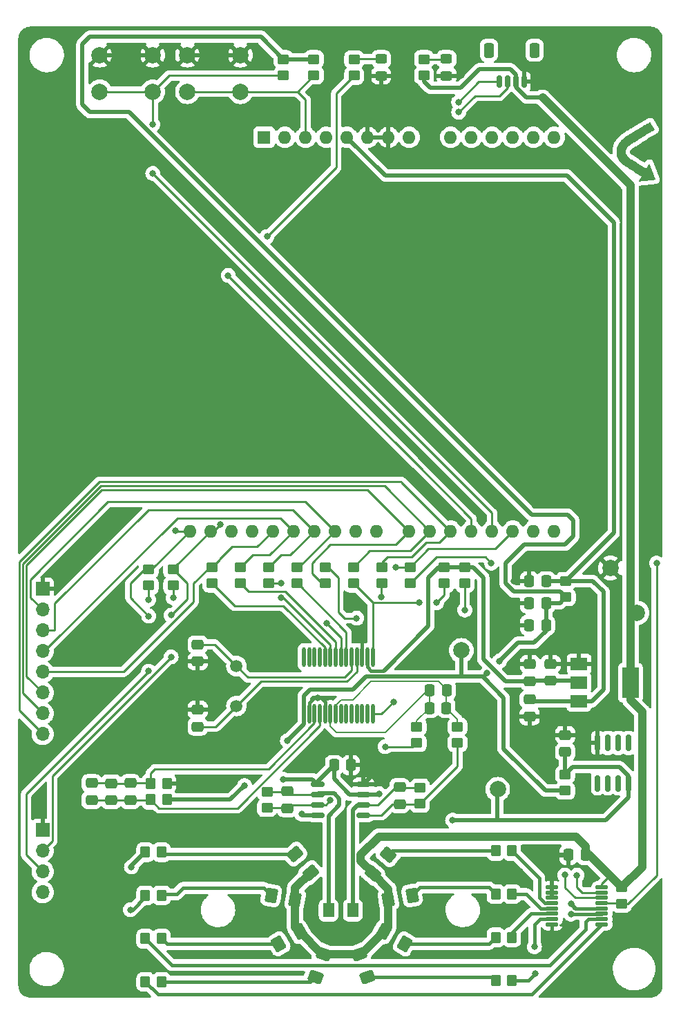
<source format=gtl>
%TF.GenerationSoftware,KiCad,Pcbnew,(6.0.1)*%
%TF.CreationDate,2022-04-04T17:19:20+02:00*%
%TF.ProjectId,PCB KiCad,50434220-4b69-4436-9164-2e6b69636164,rev?*%
%TF.SameCoordinates,Original*%
%TF.FileFunction,Copper,L1,Top*%
%TF.FilePolarity,Positive*%
%FSLAX46Y46*%
G04 Gerber Fmt 4.6, Leading zero omitted, Abs format (unit mm)*
G04 Created by KiCad (PCBNEW (6.0.1)) date 2022-04-04 17:19:20*
%MOMM*%
%LPD*%
G01*
G04 APERTURE LIST*
G04 Aperture macros list*
%AMRoundRect*
0 Rectangle with rounded corners*
0 $1 Rounding radius*
0 $2 $3 $4 $5 $6 $7 $8 $9 X,Y pos of 4 corners*
0 Add a 4 corners polygon primitive as box body*
4,1,4,$2,$3,$4,$5,$6,$7,$8,$9,$2,$3,0*
0 Add four circle primitives for the rounded corners*
1,1,$1+$1,$2,$3*
1,1,$1+$1,$4,$5*
1,1,$1+$1,$6,$7*
1,1,$1+$1,$8,$9*
0 Add four rect primitives between the rounded corners*
20,1,$1+$1,$2,$3,$4,$5,0*
20,1,$1+$1,$4,$5,$6,$7,0*
20,1,$1+$1,$6,$7,$8,$9,0*
20,1,$1+$1,$8,$9,$2,$3,0*%
G04 Aperture macros list end*
%TA.AperFunction,SMDPad,CuDef*%
%ADD10RoundRect,0.250001X0.346943X0.695816X-0.564003X0.535192X-0.346943X-0.695816X0.564003X-0.535192X0*%
%TD*%
%TA.AperFunction,SMDPad,CuDef*%
%ADD11RoundRect,0.250000X0.350000X0.450000X-0.350000X0.450000X-0.350000X-0.450000X0.350000X-0.450000X0*%
%TD*%
%TA.AperFunction,SMDPad,CuDef*%
%ADD12RoundRect,0.250000X0.450000X-0.350000X0.450000X0.350000X-0.450000X0.350000X-0.450000X-0.350000X0*%
%TD*%
%TA.AperFunction,SMDPad,CuDef*%
%ADD13RoundRect,0.250000X0.337500X0.475000X-0.337500X0.475000X-0.337500X-0.475000X0.337500X-0.475000X0*%
%TD*%
%TA.AperFunction,SMDPad,CuDef*%
%ADD14RoundRect,0.250001X-0.462499X-0.624999X0.462499X-0.624999X0.462499X0.624999X-0.462499X0.624999X0*%
%TD*%
%TA.AperFunction,ComponentPad*%
%ADD15R,1.700000X1.700000*%
%TD*%
%TA.AperFunction,ComponentPad*%
%ADD16O,1.700000X1.700000*%
%TD*%
%TA.AperFunction,SMDPad,CuDef*%
%ADD17RoundRect,0.250000X0.475000X-0.337500X0.475000X0.337500X-0.475000X0.337500X-0.475000X-0.337500X0*%
%TD*%
%TA.AperFunction,SMDPad,CuDef*%
%ADD18RoundRect,0.250000X-0.450000X0.350000X-0.450000X-0.350000X0.450000X-0.350000X0.450000X0.350000X0*%
%TD*%
%TA.AperFunction,SMDPad,CuDef*%
%ADD19RoundRect,0.250000X-0.475000X0.337500X-0.475000X-0.337500X0.475000X-0.337500X0.475000X0.337500X0*%
%TD*%
%TA.AperFunction,SMDPad,CuDef*%
%ADD20RoundRect,0.250001X-0.564003X-0.535192X0.346943X-0.695816X0.564003X0.535192X-0.346943X0.695816X0*%
%TD*%
%TA.AperFunction,SMDPad,CuDef*%
%ADD21RoundRect,0.250000X-0.350000X-0.450000X0.350000X-0.450000X0.350000X0.450000X-0.350000X0.450000X0*%
%TD*%
%TA.AperFunction,SMDPad,CuDef*%
%ADD22RoundRect,0.250001X-0.088036X-0.772515X0.713035X-0.310016X0.088036X0.772515X-0.713035X0.310016X0*%
%TD*%
%TA.AperFunction,ComponentPad*%
%ADD23R,1.600000X1.600000*%
%TD*%
%TA.AperFunction,ComponentPad*%
%ADD24O,1.600000X1.600000*%
%TD*%
%TA.AperFunction,SMDPad,CuDef*%
%ADD25RoundRect,0.250000X-0.337500X-0.475000X0.337500X-0.475000X0.337500X0.475000X-0.337500X0.475000X0*%
%TD*%
%TA.AperFunction,SMDPad,CuDef*%
%ADD26C,2.000000*%
%TD*%
%TA.AperFunction,SMDPad,CuDef*%
%ADD27RoundRect,0.197998X-0.602001X0.027001X-0.602001X-0.027001X0.602001X-0.027001X0.602001X0.027001X0*%
%TD*%
%TA.AperFunction,SMDPad,CuDef*%
%ADD28RoundRect,0.250001X0.713035X0.310016X-0.088036X0.772515X-0.713035X-0.310016X0.088036X-0.772515X0*%
%TD*%
%TA.AperFunction,ComponentPad*%
%ADD29C,2.000000*%
%TD*%
%TA.AperFunction,SMDPad,CuDef*%
%ADD30RoundRect,0.250001X0.745491X-0.220845X0.429123X0.648369X-0.745491X0.220845X-0.429123X-0.648369X0*%
%TD*%
%TA.AperFunction,SMDPad,CuDef*%
%ADD31R,2.000000X1.500000*%
%TD*%
%TA.AperFunction,SMDPad,CuDef*%
%ADD32R,2.000000X3.800000*%
%TD*%
%TA.AperFunction,SMDPad,CuDef*%
%ADD33RoundRect,0.250001X-0.181488X0.756036X-0.776066X0.047447X0.181488X-0.756036X0.776066X-0.047447X0*%
%TD*%
%TA.AperFunction,SMDPad,CuDef*%
%ADD34RoundRect,0.150000X0.150000X0.625000X-0.150000X0.625000X-0.150000X-0.625000X0.150000X-0.625000X0*%
%TD*%
%TA.AperFunction,SMDPad,CuDef*%
%ADD35RoundRect,0.250000X0.350000X0.650000X-0.350000X0.650000X-0.350000X-0.650000X0.350000X-0.650000X0*%
%TD*%
%TA.AperFunction,ComponentPad*%
%ADD36C,1.500000*%
%TD*%
%TA.AperFunction,SMDPad,CuDef*%
%ADD37RoundRect,0.250001X-0.776066X-0.047447X-0.181488X-0.756036X0.776066X0.047447X0.181488X0.756036X0*%
%TD*%
%TA.AperFunction,SMDPad,CuDef*%
%ADD38RoundRect,0.195000X0.629999X-0.130000X0.629999X0.130000X-0.629999X0.130000X-0.629999X-0.130000X0*%
%TD*%
%TA.AperFunction,SMDPad,CuDef*%
%ADD39RoundRect,0.150000X-0.150000X0.825000X-0.150000X-0.825000X0.150000X-0.825000X0.150000X0.825000X0*%
%TD*%
%TA.AperFunction,SMDPad,CuDef*%
%ADD40RoundRect,0.225000X0.000001X-0.975000X-0.000001X-0.975000X-0.000001X0.975000X0.000001X0.975000X0*%
%TD*%
%TA.AperFunction,SMDPad,CuDef*%
%ADD41RoundRect,0.250001X0.429123X-0.648369X0.745491X0.220845X-0.429123X0.648369X-0.745491X-0.220845X0*%
%TD*%
%TA.AperFunction,SMDPad,CuDef*%
%ADD42RoundRect,0.250000X0.450000X-0.325000X0.450000X0.325000X-0.450000X0.325000X-0.450000X-0.325000X0*%
%TD*%
%TA.AperFunction,ViaPad*%
%ADD43C,0.800000*%
%TD*%
%TA.AperFunction,Conductor*%
%ADD44C,0.250000*%
%TD*%
%TA.AperFunction,Conductor*%
%ADD45C,0.500000*%
%TD*%
%TA.AperFunction,Conductor*%
%ADD46C,0.254000*%
%TD*%
%TA.AperFunction,Conductor*%
%ADD47C,0.450000*%
%TD*%
%TA.AperFunction,Conductor*%
%ADD48C,0.200000*%
%TD*%
%TA.AperFunction,Conductor*%
%ADD49C,1.000000*%
%TD*%
%TA.AperFunction,Conductor*%
%ADD50C,0.400000*%
%TD*%
G04 APERTURE END LIST*
%TO.C,REF\u002A\u002A*%
G36*
X120982457Y-40206859D02*
G01*
X120991355Y-40212899D01*
X121003094Y-40225770D01*
X121018801Y-40247196D01*
X121039605Y-40278905D01*
X121066636Y-40322623D01*
X121101022Y-40380076D01*
X121143892Y-40452991D01*
X121196375Y-40543093D01*
X121259601Y-40652110D01*
X121265475Y-40662250D01*
X121321335Y-40758872D01*
X121373310Y-40849152D01*
X121420195Y-40930970D01*
X121460786Y-41002206D01*
X121493877Y-41060739D01*
X121518265Y-41104451D01*
X121532743Y-41131220D01*
X121536383Y-41138990D01*
X121526465Y-41147252D01*
X121498514Y-41165879D01*
X121455237Y-41193190D01*
X121399340Y-41227501D01*
X121333531Y-41267131D01*
X121263555Y-41308606D01*
X121157168Y-41371570D01*
X121037036Y-41443326D01*
X120905000Y-41522735D01*
X120762899Y-41608662D01*
X120612576Y-41699967D01*
X120455870Y-41795514D01*
X120294624Y-41894165D01*
X120130676Y-41994783D01*
X119965869Y-42096230D01*
X119802043Y-42197369D01*
X119641038Y-42297062D01*
X119484696Y-42394172D01*
X119334858Y-42487562D01*
X119193364Y-42576093D01*
X119062055Y-42658629D01*
X118942771Y-42734032D01*
X118837354Y-42801165D01*
X118747644Y-42858889D01*
X118675483Y-42906068D01*
X118640208Y-42929630D01*
X118489196Y-43036186D01*
X118359717Y-43137478D01*
X118250299Y-43235024D01*
X118159468Y-43330342D01*
X118085752Y-43424950D01*
X118027679Y-43520366D01*
X117991427Y-43598462D01*
X117956540Y-43710483D01*
X117943121Y-43821522D01*
X117951450Y-43932187D01*
X117981807Y-44043088D01*
X118034474Y-44154831D01*
X118109730Y-44268028D01*
X118207855Y-44383285D01*
X118329129Y-44501213D01*
X118456479Y-44608683D01*
X118515772Y-44653919D01*
X118593140Y-44709743D01*
X118686055Y-44774460D01*
X118791987Y-44846379D01*
X118908409Y-44923806D01*
X119032793Y-45005048D01*
X119162610Y-45088413D01*
X119295332Y-45172207D01*
X119335770Y-45197445D01*
X119412416Y-45244885D01*
X119498418Y-45297656D01*
X119591615Y-45354469D01*
X119689846Y-45414036D01*
X119790951Y-45475067D01*
X119892769Y-45536275D01*
X119993140Y-45596371D01*
X120089904Y-45654066D01*
X120180899Y-45708071D01*
X120263967Y-45757097D01*
X120336945Y-45799857D01*
X120397675Y-45835060D01*
X120443994Y-45861420D01*
X120473744Y-45877646D01*
X120484229Y-45882481D01*
X120492807Y-45873149D01*
X120511946Y-45845671D01*
X120540038Y-45802570D01*
X120575477Y-45746369D01*
X120616657Y-45679591D01*
X120661972Y-45604760D01*
X120676806Y-45579989D01*
X120723110Y-45503093D01*
X120765795Y-45433401D01*
X120803254Y-45373449D01*
X120833874Y-45325771D01*
X120856047Y-45292901D01*
X120868162Y-45277372D01*
X120869629Y-45276477D01*
X120875188Y-45287511D01*
X120888566Y-45319008D01*
X120909010Y-45369029D01*
X120935770Y-45435637D01*
X120968093Y-45516891D01*
X121005228Y-45610855D01*
X121046423Y-45715589D01*
X121090927Y-45829154D01*
X121137987Y-45949613D01*
X121186851Y-46075027D01*
X121236769Y-46203457D01*
X121286988Y-46332964D01*
X121336757Y-46461611D01*
X121385324Y-46587458D01*
X121431937Y-46708568D01*
X121475844Y-46823001D01*
X121516294Y-46928820D01*
X121552535Y-47024085D01*
X121583816Y-47106858D01*
X121609384Y-47175201D01*
X121628487Y-47227175D01*
X121640375Y-47260841D01*
X121644301Y-47274153D01*
X121633640Y-47277970D01*
X121601482Y-47283723D01*
X121547554Y-47291445D01*
X121471584Y-47301167D01*
X121373300Y-47312921D01*
X121252428Y-47326740D01*
X121108698Y-47342654D01*
X120941836Y-47360697D01*
X120751571Y-47380900D01*
X120591964Y-47397633D01*
X120435739Y-47413907D01*
X120286470Y-47429405D01*
X120145863Y-47443952D01*
X120015621Y-47457373D01*
X119897451Y-47469496D01*
X119793056Y-47480146D01*
X119704142Y-47489150D01*
X119632414Y-47496332D01*
X119579577Y-47501520D01*
X119547335Y-47504538D01*
X119537331Y-47505254D01*
X119542628Y-47494809D01*
X119558730Y-47466293D01*
X119584165Y-47422237D01*
X119617460Y-47365172D01*
X119657140Y-47297631D01*
X119701734Y-47222144D01*
X119719855Y-47191577D01*
X119766165Y-47113161D01*
X119808253Y-47041181D01*
X119844610Y-46978275D01*
X119873728Y-46927078D01*
X119894097Y-46890229D01*
X119904210Y-46870363D01*
X119905050Y-46867863D01*
X119895442Y-46856524D01*
X119869815Y-46838162D01*
X119833545Y-46816592D01*
X119830458Y-46814903D01*
X119713315Y-46749778D01*
X119581007Y-46673655D01*
X119436146Y-46588195D01*
X119281342Y-46495058D01*
X119119207Y-46395903D01*
X118952350Y-46292390D01*
X118783383Y-46186179D01*
X118614917Y-46078931D01*
X118449562Y-45972304D01*
X118289929Y-45867959D01*
X118138629Y-45767555D01*
X117998273Y-45672752D01*
X117871471Y-45585211D01*
X117760834Y-45506591D01*
X117686808Y-45452053D01*
X117510079Y-45310447D01*
X117356393Y-45168368D01*
X117224831Y-45024399D01*
X117114469Y-44877123D01*
X117024386Y-44725122D01*
X116953660Y-44566979D01*
X116901370Y-44401276D01*
X116866593Y-44226598D01*
X116860579Y-44181785D01*
X116854510Y-44111857D01*
X116850761Y-44025463D01*
X116849332Y-43930008D01*
X116850225Y-43832901D01*
X116853438Y-43741545D01*
X116858973Y-43663349D01*
X116860561Y-43648121D01*
X116894840Y-43430640D01*
X116947594Y-43227581D01*
X117019690Y-43037079D01*
X117111999Y-42857265D01*
X117225389Y-42686274D01*
X117360730Y-42522237D01*
X117408552Y-42471185D01*
X117481461Y-42397705D01*
X117554243Y-42329186D01*
X117630271Y-42262930D01*
X117712914Y-42196239D01*
X117805545Y-42126415D01*
X117911535Y-42050760D01*
X118034255Y-41966575D01*
X118064570Y-41946147D01*
X118257989Y-41817676D01*
X118457522Y-41688202D01*
X118665684Y-41556166D01*
X118884990Y-41420007D01*
X119117955Y-41278167D01*
X119367094Y-41129086D01*
X119634922Y-40971206D01*
X119671558Y-40949770D01*
X119743586Y-40907808D01*
X119828069Y-40858842D01*
X119922613Y-40804239D01*
X120024825Y-40745366D01*
X120132313Y-40683592D01*
X120242683Y-40620285D01*
X120353543Y-40556811D01*
X120462500Y-40494539D01*
X120567160Y-40434837D01*
X120665132Y-40379072D01*
X120754022Y-40328612D01*
X120831437Y-40284825D01*
X120894984Y-40249078D01*
X120942271Y-40222740D01*
X120968662Y-40208362D01*
X120975268Y-40205922D01*
X120982457Y-40206859D01*
G37*
%TD*%
D10*
%TO.P,D5,1,K*%
%TO.N,Net-(D5-Pad1)*%
X91807434Y-134962688D03*
%TO.P,D5,2,A*%
%TO.N,+3V3*%
X88877630Y-135479292D03*
%TD*%
D11*
%TO.P,R25,1*%
%TO.N,Net-(R25-Pad1)*%
X104040000Y-129513334D03*
%TO.P,R25,2*%
%TO.N,Net-(D4-Pad1)*%
X102040000Y-129513334D03*
%TD*%
D12*
%TO.P,R3,1*%
%TO.N,Net-(C2-Pad2)*%
X97350000Y-116300000D03*
%TO.P,R3,2*%
%TO.N,/ADC/AIN-*%
X97350000Y-114300000D03*
%TD*%
D13*
%TO.P,C14,1*%
%TO.N,+5V*%
X108207500Y-101860000D03*
%TO.P,C14,2*%
%TO.N,GND*%
X106132500Y-101860000D03*
%TD*%
%TO.P,C5,1*%
%TO.N,/ADC/AIN-*%
X96000000Y-112000000D03*
%TO.P,C5,2*%
%TO.N,/ADC/AIN+*%
X93925000Y-112000000D03*
%TD*%
D14*
%TO.P,D1,1,K*%
%TO.N,Net-(C3-Pad1)*%
X81556258Y-136795236D03*
%TO.P,D1,2,A*%
%TO.N,Net-(C2-Pad1)*%
X84531258Y-136795236D03*
%TD*%
D13*
%TO.P,C12,1*%
%TO.N,+5V*%
X108207500Y-99170000D03*
%TO.P,C12,2*%
%TO.N,GND*%
X106132500Y-99170000D03*
%TD*%
D15*
%TO.P,J2,1,Pin_1*%
%TO.N,GND*%
X46500000Y-126950000D03*
D16*
%TO.P,J2,2,Pin_2*%
%TO.N,/LED/I2C.SDA*%
X46500000Y-129490000D03*
%TO.P,J2,3,Pin_3*%
%TO.N,/LED/I2C.SCL*%
X46500000Y-132030000D03*
%TO.P,J2,4,Pin_4*%
%TO.N,/LED/LED RESET*%
X46500000Y-134570000D03*
%TD*%
D17*
%TO.P,C8,1*%
%TO.N,Net-(C6-Pad1)*%
X57250000Y-123287500D03*
%TO.P,C8,2*%
%TO.N,Net-(C6-Pad2)*%
X57250000Y-121212500D03*
%TD*%
D18*
%TO.P,R19,1*%
%TO.N,+5V*%
X76000000Y-32500000D03*
%TO.P,R19,2*%
%TO.N,/MCU + IO/TRIGGER*%
X76000000Y-34500000D03*
%TD*%
D11*
%TO.P,R27,1*%
%TO.N,Net-(R27-Pad1)*%
X104040000Y-140106666D03*
%TO.P,R27,2*%
%TO.N,Net-(D6-Pad1)*%
X102040000Y-140106666D03*
%TD*%
D18*
%TO.P,R12,1*%
%TO.N,/ADC/SPI.CS*%
X77677272Y-94750000D03*
%TO.P,R12,2*%
%TO.N,Net-(R12-Pad2)*%
X77677272Y-96750000D03*
%TD*%
D12*
%TO.P,R4,1*%
%TO.N,Net-(C3-Pad2)*%
X92350000Y-116300000D03*
%TO.P,R4,2*%
%TO.N,/ADC/AIN+*%
X92350000Y-114300000D03*
%TD*%
D17*
%TO.P,C7,1*%
%TO.N,Net-(C6-Pad1)*%
X54900000Y-123300000D03*
%TO.P,C7,2*%
%TO.N,Net-(C6-Pad2)*%
X54900000Y-121225000D03*
%TD*%
D19*
%TO.P,C9,1*%
%TO.N,GND*%
X65500000Y-112212500D03*
%TO.P,C9,2*%
%TO.N,Net-(C9-Pad2)*%
X65500000Y-114287500D03*
%TD*%
D18*
%TO.P,R22,1*%
%TO.N,/LED/I2C.SCL*%
X59500000Y-95000000D03*
%TO.P,R22,2*%
%TO.N,Net-(R22-Pad2)*%
X59500000Y-97000000D03*
%TD*%
D20*
%TO.P,D10,1,K*%
%TO.N,Net-(D10-Pad1)*%
X74521356Y-134962688D03*
%TO.P,D10,2,A*%
%TO.N,+3V3*%
X77451160Y-135479292D03*
%TD*%
D21*
%TO.P,R31,1*%
%TO.N,Net-(R31-Pad1)*%
X59090000Y-134966666D03*
%TO.P,R31,2*%
%TO.N,Net-(D10-Pad1)*%
X61090000Y-134966666D03*
%TD*%
D19*
%TO.P,C10,1*%
%TO.N,Net-(C10-Pad1)*%
X65500000Y-104212500D03*
%TO.P,C10,2*%
%TO.N,GND*%
X65500000Y-106287500D03*
%TD*%
D12*
%TO.P,R20,1*%
%TO.N,+5V*%
X110550000Y-122142500D03*
%TO.P,R20,2*%
%TO.N,+2V5*%
X110550000Y-120142500D03*
%TD*%
D15*
%TO.P,J1,1,Pin_1*%
%TO.N,GND*%
X46500000Y-97420000D03*
D16*
%TO.P,J1,2,Pin_2*%
%TO.N,/ADC/SPI.CS*%
X46500000Y-99960000D03*
%TO.P,J1,3,Pin_3*%
%TO.N,/ADC/SPI.MOSI*%
X46500000Y-102500000D03*
%TO.P,J1,4,Pin_4*%
%TO.N,/ADC/SPI.MISO*%
X46500000Y-105040000D03*
%TO.P,J1,5,Pin_5*%
%TO.N,/ADC/SPI.CLK*%
X46500000Y-107580000D03*
%TO.P,J1,6,Pin_6*%
%TO.N,/ADC/ADC PDWN*%
X46500000Y-110120000D03*
%TO.P,J1,7,Pin_7*%
%TO.N,/ADC/ADC RESET*%
X46500000Y-112660000D03*
%TO.P,J1,8,Pin_8*%
%TO.N,/ADC/ADC DRDY*%
X46500000Y-115200000D03*
%TD*%
D22*
%TO.P,D9,1,K*%
%TO.N,Net-(D9-Pad1)*%
X75403625Y-140902491D03*
%TO.P,D9,2,A*%
%TO.N,+3V3*%
X77980051Y-139414991D03*
%TD*%
D11*
%TO.P,R26,1*%
%TO.N,Net-(R26-Pad1)*%
X104040000Y-134810000D03*
%TO.P,R26,2*%
%TO.N,Net-(D5-Pad1)*%
X102040000Y-134810000D03*
%TD*%
D23*
%TO.P,A1,1,NC*%
%TO.N,unconnected-(A1-Pad1)*%
X73655000Y-42070000D03*
D24*
%TO.P,A1,2,IOREF*%
%TO.N,unconnected-(A1-Pad2)*%
X76195000Y-42070000D03*
%TO.P,A1,3,~{RESET}*%
%TO.N,/MCU + IO/MCU RESET*%
X78735000Y-42070000D03*
%TO.P,A1,4,3V3*%
%TO.N,unconnected-(A1-Pad4)*%
X81275000Y-42070000D03*
%TO.P,A1,5,+5V*%
%TO.N,/MCU + IO/+5V RAW*%
X83815000Y-42070000D03*
%TO.P,A1,6,GND*%
%TO.N,GND*%
X86355000Y-42070000D03*
%TO.P,A1,7,GND*%
X88895000Y-42070000D03*
%TO.P,A1,8,VIN*%
%TO.N,unconnected-(A1-Pad8)*%
X91435000Y-42070000D03*
%TO.P,A1,9,A0*%
%TO.N,unconnected-(A1-Pad9)*%
X96515000Y-42070000D03*
%TO.P,A1,10,A1*%
%TO.N,unconnected-(A1-Pad10)*%
X99055000Y-42070000D03*
%TO.P,A1,11,A2*%
%TO.N,unconnected-(A1-Pad11)*%
X101595000Y-42070000D03*
%TO.P,A1,12,A3*%
%TO.N,unconnected-(A1-Pad12)*%
X104135000Y-42070000D03*
%TO.P,A1,13,SDA/A4*%
%TO.N,unconnected-(A1-Pad13)*%
X106675000Y-42070000D03*
%TO.P,A1,14,SCL/A5*%
%TO.N,unconnected-(A1-Pad14)*%
X109215000Y-42070000D03*
%TO.P,A1,15,D0/RX*%
%TO.N,unconnected-(A1-Pad15)*%
X109215000Y-90330000D03*
%TO.P,A1,16,D1/TX*%
%TO.N,unconnected-(A1-Pad16)*%
X106675000Y-90330000D03*
%TO.P,A1,17,D2*%
%TO.N,/LED/LED RESET*%
X104135000Y-90330000D03*
%TO.P,A1,18,D3*%
%TO.N,/MCU + IO/TRIGGER*%
X101595000Y-90330000D03*
%TO.P,A1,19,D4*%
%TO.N,/MCU + IO/LED BLUE*%
X99055000Y-90330000D03*
%TO.P,A1,20,D5*%
%TO.N,/ADC/ADC DRDY*%
X96515000Y-90330000D03*
%TO.P,A1,21,D6*%
%TO.N,/ADC/ADC RESET*%
X93975000Y-90330000D03*
%TO.P,A1,22,D7*%
%TO.N,/ADC/ADC PDWN*%
X91435000Y-90330000D03*
%TO.P,A1,23,D8*%
%TO.N,unconnected-(A1-Pad23)*%
X87375000Y-90330000D03*
%TO.P,A1,24,D9*%
%TO.N,unconnected-(A1-Pad24)*%
X84835000Y-90330000D03*
%TO.P,A1,25,D10*%
%TO.N,/ADC/SPI.CS*%
X82295000Y-90330000D03*
%TO.P,A1,26,D11*%
%TO.N,/ADC/SPI.MOSI*%
X79755000Y-90330000D03*
%TO.P,A1,27,D12*%
%TO.N,/ADC/SPI.MISO*%
X77215000Y-90330000D03*
%TO.P,A1,28,D13*%
%TO.N,/ADC/SPI.CLK*%
X74675000Y-90330000D03*
%TO.P,A1,29,GND*%
%TO.N,GND*%
X72135000Y-90330000D03*
%TO.P,A1,30,AREF*%
%TO.N,unconnected-(A1-Pad30)*%
X69595000Y-90330000D03*
%TO.P,A1,31,SDA/A4*%
%TO.N,/LED/I2C.SDA*%
X67055000Y-90330000D03*
%TO.P,A1,32,SCL/A5*%
%TO.N,/LED/I2C.SCL*%
X64515000Y-90330000D03*
%TD*%
D18*
%TO.P,R8,1*%
%TO.N,+3V3*%
X98250000Y-94750000D03*
%TO.P,R8,2*%
%TO.N,Net-(R15-Pad2)*%
X98250000Y-96750000D03*
%TD*%
D12*
%TO.P,R16,1*%
%TO.N,/MCU + IO/LED BLUE*%
X84682000Y-34522500D03*
%TO.P,R16,2*%
%TO.N,Net-(D2-Pad2)*%
X84682000Y-32522500D03*
%TD*%
D25*
%TO.P,C4,1*%
%TO.N,/ADC/AIN+*%
X93962500Y-109800000D03*
%TO.P,C4,2*%
%TO.N,/ADC/AIN-*%
X96037500Y-109800000D03*
%TD*%
D12*
%TO.P,R15,1*%
%TO.N,/ADC/ADC PDWN*%
X81140908Y-96750000D03*
%TO.P,R15,2*%
%TO.N,Net-(R15-Pad2)*%
X81140908Y-94750000D03*
%TD*%
D19*
%TO.P,C15,1*%
%TO.N,/MCU + IO/+5V RAW*%
X106200000Y-110952500D03*
%TO.P,C15,2*%
%TO.N,GND*%
X106200000Y-113027500D03*
%TD*%
D11*
%TO.P,R5,1*%
%TO.N,+2V5*%
X61750000Y-123250000D03*
%TO.P,R5,2*%
%TO.N,Net-(C6-Pad1)*%
X59750000Y-123250000D03*
%TD*%
D17*
%TO.P,C13,1*%
%TO.N,+2V5*%
X110550000Y-117377500D03*
%TO.P,C13,2*%
%TO.N,GND*%
X110550000Y-115302500D03*
%TD*%
D18*
%TO.P,R10,1*%
%TO.N,/ADC/SPI.MOSI*%
X74213636Y-94750000D03*
%TO.P,R10,2*%
%TO.N,Net-(R10-Pad2)*%
X74213636Y-96750000D03*
%TD*%
D21*
%TO.P,R29,1*%
%TO.N,Net-(R29-Pad1)*%
X59090000Y-145560000D03*
%TO.P,R29,2*%
%TO.N,Net-(D8-Pad1)*%
X61090000Y-145560000D03*
%TD*%
D18*
%TO.P,R11,1*%
%TO.N,/ADC/SPI.MISO*%
X70750000Y-94750000D03*
%TO.P,R11,2*%
%TO.N,Net-(R11-Pad2)*%
X70750000Y-96750000D03*
%TD*%
D26*
%TO.P,3.3v,2*%
%TO.N,+3V3*%
X119340000Y-100350000D03*
%TD*%
D12*
%TO.P,FB1,1*%
%TO.N,+5V*%
X110640000Y-98430000D03*
%TO.P,FB1,2*%
%TO.N,/MCU + IO/+5V RAW*%
X110640000Y-96430000D03*
%TD*%
D27*
%TO.P,U5,1,A0*%
%TO.N,GND*%
X108950001Y-133975001D03*
%TO.P,U5,2,A1*%
X108950001Y-134625002D03*
%TO.P,U5,3,A2*%
X108950001Y-135275001D03*
%TO.P,U5,4,~{OUT0}*%
%TO.N,Net-(R25-Pad1)*%
X108950001Y-135925002D03*
%TO.P,U5,5,~{OUT1}*%
%TO.N,Net-(R26-Pad1)*%
X108950001Y-136575001D03*
%TO.P,U5,6,~{OUT2}*%
%TO.N,Net-(R27-Pad1)*%
X108950001Y-137225002D03*
%TO.P,U5,7,~{OUT3}*%
%TO.N,Net-(R28-Pad1)*%
X108950001Y-137875001D03*
%TO.P,U5,8,GND*%
%TO.N,GND*%
X108950001Y-138525002D03*
%TO.P,U5,9,~{OUT4}*%
%TO.N,Net-(R29-Pad1)*%
X115050002Y-138525002D03*
%TO.P,U5,10,~{OUT5}*%
%TO.N,Net-(R30-Pad1)*%
X115050002Y-137875001D03*
%TO.P,U5,11,~{OUT6}*%
%TO.N,Net-(R31-Pad1)*%
X115050002Y-137225002D03*
%TO.P,U5,12,~{OUT7}*%
%TO.N,Net-(R32-Pad1)*%
X115050002Y-136575001D03*
%TO.P,U5,13,~{RESET}*%
%TO.N,Net-(R21-Pad2)*%
X115050002Y-135925002D03*
%TO.P,U5,14,SCL*%
%TO.N,Net-(R22-Pad2)*%
X115050002Y-135275001D03*
%TO.P,U5,15,SDA*%
%TO.N,Net-(R23-Pad2)*%
X115050002Y-134625002D03*
%TO.P,U5,16,VCC*%
%TO.N,+3V3*%
X115050002Y-133975001D03*
%TD*%
D13*
%TO.P,C11,1*%
%TO.N,/MCU + IO/+5V RAW*%
X108207500Y-96480000D03*
%TO.P,C11,2*%
%TO.N,GND*%
X106132500Y-96480000D03*
%TD*%
%TO.P,C1,1*%
%TO.N,GND*%
X84287500Y-119000000D03*
%TO.P,C1,2*%
%TO.N,+2V5*%
X82212500Y-119000000D03*
%TD*%
D28*
%TO.P,D6,1,K*%
%TO.N,Net-(D6-Pad1)*%
X90884471Y-140908986D03*
%TO.P,D6,2,A*%
%TO.N,+3V3*%
X88308045Y-139421486D03*
%TD*%
D18*
%TO.P,R13,1*%
%TO.N,/ADC/ADC DRDY*%
X88068180Y-94750000D03*
%TO.P,R13,2*%
%TO.N,Net-(R13-Pad2)*%
X88068180Y-96750000D03*
%TD*%
D11*
%TO.P,R6,1*%
%TO.N,GND*%
X61750000Y-121250000D03*
%TO.P,R6,2*%
%TO.N,Net-(C6-Pad2)*%
X59750000Y-121250000D03*
%TD*%
D29*
%TO.P,SW2,1,1*%
%TO.N,GND*%
X53500000Y-32000000D03*
X60000000Y-32000000D03*
%TO.P,SW2,2,2*%
%TO.N,/MCU + IO/TRIGGER*%
X53500000Y-36500000D03*
X60000000Y-36500000D03*
%TD*%
D30*
%TO.P,D7,1,K*%
%TO.N,Net-(D7-Pad1)*%
X86292497Y-144933029D03*
%TO.P,D7,2,A*%
%TO.N,+3V3*%
X85274987Y-142137443D03*
%TD*%
D31*
%TO.P,U4,1,GND*%
%TO.N,GND*%
X112250000Y-106600000D03*
D32*
%TO.P,U4,2,VO*%
%TO.N,+3V3*%
X118550000Y-108900000D03*
D31*
X112250000Y-108900000D03*
%TO.P,U4,3,VI*%
%TO.N,/MCU + IO/+5V RAW*%
X112250000Y-111200000D03*
%TD*%
D21*
%TO.P,R30,1*%
%TO.N,Net-(R30-Pad1)*%
X59090000Y-140263332D03*
%TO.P,R30,2*%
%TO.N,Net-(D9-Pad1)*%
X61090000Y-140263332D03*
%TD*%
D33*
%TO.P,D4,1,K*%
%TO.N,Net-(D4-Pad1)*%
X88862405Y-129995745D03*
%TO.P,D4,2,A*%
%TO.N,+3V3*%
X86950111Y-132274727D03*
%TD*%
D18*
%TO.P,R23,1*%
%TO.N,/LED/I2C.SDA*%
X62500000Y-95000000D03*
%TO.P,R23,2*%
%TO.N,Net-(R23-Pad2)*%
X62500000Y-97000000D03*
%TD*%
D34*
%TO.P,J3,1,Pin_1*%
%TO.N,GND*%
X105500000Y-35280000D03*
%TO.P,J3,2,Pin_2*%
%TO.N,+3V3*%
X104500000Y-35280000D03*
%TO.P,J3,3,Pin_3*%
%TO.N,/LED/I2C.SDA*%
X103500000Y-35280000D03*
%TO.P,J3,4,Pin_4*%
%TO.N,/LED/I2C.SCL*%
X102500000Y-35280000D03*
D35*
%TO.P,J3,MP*%
%TO.N,N/C*%
X101200000Y-31405000D03*
X106800000Y-31405000D03*
%TD*%
D18*
%TO.P,R21,1*%
%TO.N,/LED/LED RESET*%
X91531820Y-94750000D03*
%TO.P,R21,2*%
%TO.N,Net-(R21-Pad2)*%
X91531820Y-96750000D03*
%TD*%
D19*
%TO.P,C16,1*%
%TO.N,GND*%
X108780000Y-106592500D03*
%TO.P,C16,2*%
%TO.N,+3V3*%
X108780000Y-108667500D03*
%TD*%
D21*
%TO.P,R32,1*%
%TO.N,Net-(R32-Pad1)*%
X59090000Y-129670000D03*
%TO.P,R32,2*%
%TO.N,Net-(D11-Pad1)*%
X61090000Y-129670000D03*
%TD*%
D36*
%TO.P,Y1,1,1*%
%TO.N,Net-(C9-Pad2)*%
X70250000Y-111750000D03*
%TO.P,Y1,2,2*%
%TO.N,Net-(C10-Pad1)*%
X70250000Y-106870000D03*
%TD*%
D37*
%TO.P,D11,1,K*%
%TO.N,Net-(D11-Pad1)*%
X77426571Y-129901896D03*
%TO.P,D11,2,A*%
%TO.N,+3V3*%
X79338865Y-132180878D03*
%TD*%
D18*
%TO.P,R1,1*%
%TO.N,Net-(C2-Pad1)*%
X92750000Y-121750000D03*
%TO.P,R1,2*%
%TO.N,Net-(C2-Pad2)*%
X92750000Y-123750000D03*
%TD*%
D38*
%TO.P,U1,1*%
%TO.N,Net-(C2-Pad2)*%
X85825001Y-125155000D03*
%TO.P,U1,2,-*%
%TO.N,Net-(C2-Pad1)*%
X85825001Y-123885000D03*
%TO.P,U1,3,+*%
%TO.N,+2V5*%
X85825001Y-122615000D03*
%TO.P,U1,4,V-*%
%TO.N,GND*%
X85825001Y-121345000D03*
%TO.P,U1,5,+*%
%TO.N,+2V5*%
X80175002Y-121345000D03*
%TO.P,U1,6,-*%
%TO.N,Net-(C3-Pad1)*%
X80175002Y-122615000D03*
%TO.P,U1,7*%
%TO.N,Net-(C3-Pad2)*%
X80175002Y-123885000D03*
%TO.P,U1,8,V+*%
%TO.N,+5V*%
X80175002Y-125155000D03*
%TD*%
D12*
%TO.P,R2,1*%
%TO.N,Net-(C3-Pad2)*%
X74000000Y-124250000D03*
%TO.P,R2,2*%
%TO.N,Net-(C3-Pad1)*%
X74000000Y-122250000D03*
%TD*%
D39*
%TO.P,U3,1*%
%TO.N,N/C*%
X118325000Y-116275000D03*
%TO.P,U3,2*%
X117055000Y-116275000D03*
%TO.P,U3,3*%
X115785000Y-116275000D03*
%TO.P,U3,4,A*%
%TO.N,GND*%
X114515000Y-116275000D03*
%TO.P,U3,5*%
%TO.N,N/C*%
X114515000Y-121225000D03*
%TO.P,U3,6*%
X115785000Y-121225000D03*
%TO.P,U3,7*%
X117055000Y-121225000D03*
%TO.P,U3,8,K*%
%TO.N,+2V5*%
X118325000Y-121225000D03*
%TD*%
D40*
%TO.P,U2,1,AVDD*%
%TO.N,+5V*%
X78525000Y-112750001D03*
%TO.P,U2,2,AGND*%
%TO.N,GND*%
X79175001Y-112750001D03*
%TO.P,U2,3,VREFN*%
%TO.N,Net-(C6-Pad2)*%
X79824999Y-112750001D03*
%TO.P,U2,4,VREFP*%
%TO.N,Net-(C6-Pad1)*%
X80475001Y-112750001D03*
%TO.P,U2,5,AINCOM*%
%TO.N,GND*%
X81124999Y-112750001D03*
%TO.P,U2,6,AIN0*%
%TO.N,/ADC/AIN+*%
X81775001Y-112750001D03*
%TO.P,U2,7,AIN1*%
%TO.N,/ADC/AIN-*%
X82424999Y-112750001D03*
%TO.P,U2,8,AIN2*%
%TO.N,unconnected-(U2-Pad8)*%
X83075001Y-112750001D03*
%TO.P,U2,9,AIN3*%
%TO.N,unconnected-(U2-Pad9)*%
X83724999Y-112750001D03*
%TO.P,U2,10,AIN4*%
%TO.N,unconnected-(U2-Pad10)*%
X84375001Y-112750001D03*
%TO.P,U2,11,AIN5*%
%TO.N,unconnected-(U2-Pad11)*%
X85024999Y-112750001D03*
%TO.P,U2,12,AIN6*%
%TO.N,unconnected-(U2-Pad12)*%
X85675001Y-112750001D03*
%TO.P,U2,13,AIN7*%
%TO.N,unconnected-(U2-Pad13)*%
X86324999Y-112750001D03*
%TO.P,U2,14,~{SYNC}/~{PDWN}*%
%TO.N,Net-(R15-Pad2)*%
X86975000Y-112750001D03*
%TO.P,U2,15,~{RESET}*%
%TO.N,Net-(R14-Pad2)*%
X86975000Y-105749999D03*
%TO.P,U2,16,DVDD*%
%TO.N,+3V3*%
X86324999Y-105749999D03*
%TO.P,U2,17,DGND*%
%TO.N,GND*%
X85675001Y-105749999D03*
%TO.P,U2,18,XTAL2*%
%TO.N,Net-(C9-Pad2)*%
X85024999Y-105749999D03*
%TO.P,U2,19,XTAL1/CLKIN*%
%TO.N,Net-(C10-Pad1)*%
X84375001Y-105749999D03*
%TO.P,U2,20,~{CS}*%
%TO.N,Net-(R12-Pad2)*%
X83724999Y-105749999D03*
%TO.P,U2,21,~{DRDY}*%
%TO.N,Net-(R13-Pad2)*%
X83075001Y-105749999D03*
%TO.P,U2,22,DOUT*%
%TO.N,Net-(R11-Pad2)*%
X82424999Y-105749999D03*
%TO.P,U2,23,DIN*%
%TO.N,Net-(R10-Pad2)*%
X81775001Y-105749999D03*
%TO.P,U2,24,SCLK*%
%TO.N,Net-(R9-Pad2)*%
X81124999Y-105749999D03*
%TO.P,U2,25,D0/CLKOUT*%
%TO.N,unconnected-(U2-Pad25)*%
X80475001Y-105749999D03*
%TO.P,U2,26,D1*%
%TO.N,unconnected-(U2-Pad26)*%
X79824999Y-105749999D03*
%TO.P,U2,27,D2*%
%TO.N,unconnected-(U2-Pad27)*%
X79175001Y-105749999D03*
%TO.P,U2,28,D3*%
%TO.N,unconnected-(U2-Pad28)*%
X78525000Y-105749999D03*
%TD*%
D19*
%TO.P,C3,1*%
%TO.N,Net-(C3-Pad1)*%
X76500000Y-122212500D03*
%TO.P,C3,2*%
%TO.N,Net-(C3-Pad2)*%
X76500000Y-124287500D03*
%TD*%
D26*
%TO.P,GND,4*%
%TO.N,GND*%
X116090000Y-94860000D03*
%TD*%
D41*
%TO.P,D8,1,K*%
%TO.N,Net-(D8-Pad1)*%
X79937503Y-144933029D03*
%TO.P,D8,2,A*%
%TO.N,+3V3*%
X80955013Y-142137443D03*
%TD*%
D18*
%TO.P,R9,1*%
%TO.N,/ADC/SPI.CLK*%
X67286364Y-94750000D03*
%TO.P,R9,2*%
%TO.N,Net-(R9-Pad2)*%
X67286364Y-96750000D03*
%TD*%
D11*
%TO.P,R28,1*%
%TO.N,Net-(R28-Pad1)*%
X104040000Y-145403334D03*
%TO.P,R28,2*%
%TO.N,Net-(D7-Pad1)*%
X102040000Y-145403334D03*
%TD*%
D26*
%TO.P,2.5v,1*%
%TO.N,+2V5*%
X102280000Y-121960000D03*
%TD*%
D18*
%TO.P,R14,1*%
%TO.N,/ADC/ADC RESET*%
X84604544Y-94750000D03*
%TO.P,R14,2*%
%TO.N,Net-(R14-Pad2)*%
X84604544Y-96750000D03*
%TD*%
D42*
%TO.P,D3,1,K*%
%TO.N,GND*%
X96000000Y-34525000D03*
%TO.P,D3,2,A*%
%TO.N,Net-(D3-Pad2)*%
X96000000Y-32475000D03*
%TD*%
D13*
%TO.P,C18,1*%
%TO.N,+3V3*%
X113037500Y-130000000D03*
%TO.P,C18,2*%
%TO.N,GND*%
X110962500Y-130000000D03*
%TD*%
D19*
%TO.P,C2,1*%
%TO.N,Net-(C2-Pad1)*%
X90250000Y-121712500D03*
%TO.P,C2,2*%
%TO.N,Net-(C2-Pad2)*%
X90250000Y-123787500D03*
%TD*%
D18*
%TO.P,R18,1*%
%TO.N,+5V*%
X79750000Y-32500000D03*
%TO.P,R18,2*%
%TO.N,/MCU + IO/MCU RESET*%
X79750000Y-34500000D03*
%TD*%
D42*
%TO.P,D2,1,K*%
%TO.N,GND*%
X88000000Y-34525000D03*
%TO.P,D2,2,A*%
%TO.N,Net-(D2-Pad2)*%
X88000000Y-32475000D03*
%TD*%
D12*
%TO.P,R17,1*%
%TO.N,+3V3*%
X93250000Y-34500000D03*
%TO.P,R17,2*%
%TO.N,Net-(D3-Pad2)*%
X93250000Y-32500000D03*
%TD*%
%TO.P,R7,1*%
%TO.N,Net-(R14-Pad2)*%
X95750000Y-96750000D03*
%TO.P,R7,2*%
%TO.N,+3V3*%
X95750000Y-94750000D03*
%TD*%
D26*
%TO.P,5.0v,3*%
%TO.N,+5V*%
X97830000Y-104950000D03*
%TD*%
D29*
%TO.P,SW1,1,1*%
%TO.N,GND*%
X64250000Y-32000000D03*
X70750000Y-32000000D03*
%TO.P,SW1,2,2*%
%TO.N,/MCU + IO/MCU RESET*%
X70750000Y-36500000D03*
X64250000Y-36500000D03*
%TD*%
D12*
%TO.P,R24,1*%
%TO.N,Net-(R21-Pad2)*%
X117500000Y-136000000D03*
%TO.P,R24,2*%
%TO.N,+3V3*%
X117500000Y-134000000D03*
%TD*%
D17*
%TO.P,C6,1*%
%TO.N,Net-(C6-Pad1)*%
X52500000Y-123287500D03*
%TO.P,C6,2*%
%TO.N,Net-(C6-Pad2)*%
X52500000Y-121212500D03*
%TD*%
%TO.P,C17,1*%
%TO.N,+3V3*%
X106230000Y-108707500D03*
%TO.P,C17,2*%
%TO.N,GND*%
X106230000Y-106632500D03*
%TD*%
D43*
%TO.N,GND*%
X118000000Y-38000000D03*
X84250000Y-117000000D03*
X52000000Y-76000000D03*
X74000000Y-104000000D03*
X51000000Y-48000000D03*
X87750000Y-120250000D03*
X95000000Y-139000000D03*
X100580000Y-111690000D03*
X85250000Y-103500000D03*
X102810000Y-100270000D03*
X113000000Y-32000000D03*
X78310000Y-45800000D03*
X80230000Y-110740000D03*
X116660000Y-97610000D03*
X113320000Y-145100000D03*
X109000000Y-59000000D03*
X108890000Y-130100000D03*
X104250000Y-96500000D03*
X60000000Y-114000000D03*
X69530000Y-43940000D03*
X108960000Y-139560000D03*
X107000000Y-116000000D03*
X82000000Y-30000000D03*
X120210000Y-138090000D03*
X72000000Y-127000000D03*
X57000000Y-129000000D03*
X69000000Y-68000000D03*
X105000000Y-132000000D03*
X51000000Y-111000000D03*
X113620000Y-90660000D03*
X97800000Y-34500000D03*
X63250000Y-121250000D03*
X112340000Y-101100000D03*
X54000000Y-90000000D03*
X95720000Y-103130000D03*
X95000000Y-116000000D03*
X49000000Y-43000000D03*
X86000000Y-58000000D03*
X121000000Y-91000000D03*
X72000000Y-139000000D03*
X88000000Y-35900000D03*
X106900000Y-35200000D03*
X65500000Y-109250000D03*
%TO.N,/LED/LED RESET*%
X89750000Y-94750000D03*
%TO.N,/MCU + IO/TRIGGER*%
X60000000Y-46500000D03*
X60000000Y-40500000D03*
%TO.N,/MCU + IO/LED BLUE*%
X74000000Y-54250000D03*
X69250000Y-59000000D03*
%TO.N,/LED/I2C.SDA*%
X62250000Y-105750000D03*
X62250000Y-100640000D03*
X97500000Y-39000000D03*
X68250000Y-89500000D03*
%TO.N,/LED/I2C.SCL*%
X59487701Y-107487701D03*
X62750000Y-90250000D03*
X59500000Y-100750000D03*
X97500000Y-37750000D03*
%TO.N,+2V5*%
X71250000Y-121500000D03*
X96750000Y-125750000D03*
X76000000Y-120750000D03*
X87750000Y-122500000D03*
%TO.N,Net-(C3-Pad2)*%
X88500000Y-116750000D03*
X81750000Y-123339500D03*
%TO.N,+5V*%
X101000000Y-107750000D03*
X76500000Y-116000000D03*
X78250000Y-125000000D03*
X102500000Y-106250000D03*
%TO.N,Net-(R14-Pad2)*%
X92700000Y-99100000D03*
X94800000Y-99100000D03*
%TO.N,Net-(R15-Pad2)*%
X98250000Y-100000000D03*
X85000000Y-101000000D03*
X89500000Y-111250000D03*
%TO.N,Net-(R10-Pad2)*%
X75750000Y-98500000D03*
X75750000Y-96750000D03*
%TO.N,Net-(R13-Pad2)*%
X88000000Y-98395956D03*
X81300000Y-101600000D03*
%TO.N,Net-(R21-Pad2)*%
X121750000Y-94250000D03*
X101500000Y-94250000D03*
%TO.N,Net-(R22-Pad2)*%
X59500000Y-98750000D03*
X110510000Y-132480000D03*
%TO.N,Net-(R23-Pad2)*%
X62500000Y-98500000D03*
X112000000Y-132500000D03*
%TO.N,Net-(R28-Pad1)*%
X106920000Y-144520000D03*
X106790000Y-141260000D03*
%TO.N,Net-(R31-Pad1)*%
X111250000Y-137250000D03*
X57270000Y-136720000D03*
%TO.N,Net-(R32-Pad1)*%
X57380000Y-131490000D03*
X111250000Y-136000000D03*
%TD*%
D44*
%TO.N,/MCU + IO/MCU RESET*%
X77750000Y-36500000D02*
X79750000Y-34500000D01*
X77750000Y-36500000D02*
X78735000Y-37485000D01*
X64250000Y-36500000D02*
X70750000Y-36500000D01*
X78735000Y-37485000D02*
X78735000Y-42070000D01*
X70750000Y-36500000D02*
X77750000Y-36500000D01*
D45*
%TO.N,/MCU + IO/+5V RAW*%
X113800000Y-111200000D02*
X112250000Y-111200000D01*
X108257500Y-96430000D02*
X108207500Y-96480000D01*
X83815000Y-42070000D02*
X88495000Y-46750000D01*
X115250000Y-109750000D02*
X113800000Y-111200000D01*
X116500000Y-90570000D02*
X110640000Y-96430000D01*
X110640000Y-96430000D02*
X108257500Y-96430000D01*
X115250000Y-97750000D02*
X115250000Y-109750000D01*
X88495000Y-46750000D02*
X110750000Y-46750000D01*
X113930000Y-96430000D02*
X115250000Y-97750000D01*
X110640000Y-96430000D02*
X113930000Y-96430000D01*
X116500000Y-52500000D02*
X116500000Y-90570000D01*
X106200000Y-110952500D02*
X106447500Y-111200000D01*
X110750000Y-46750000D02*
X116500000Y-52500000D01*
X106447500Y-111200000D02*
X112250000Y-111200000D01*
%TO.N,GND*%
X97775000Y-34525000D02*
X97800000Y-34500000D01*
X110650000Y-130100000D02*
X110750000Y-130000000D01*
D46*
X108950001Y-139550001D02*
X108960000Y-139560000D01*
D45*
X108950001Y-134625002D02*
X108950001Y-135225482D01*
D47*
X85675001Y-105749999D02*
X85675001Y-103925001D01*
D45*
X106132500Y-96480000D02*
X104270000Y-96480000D01*
X110750000Y-130000000D02*
X110962500Y-130000000D01*
X65500000Y-106287500D02*
X65500000Y-109250000D01*
X85825001Y-121345000D02*
X86920001Y-120250000D01*
X106820000Y-35280000D02*
X106900000Y-35200000D01*
X84287500Y-117037500D02*
X84250000Y-117000000D01*
X88000000Y-34525000D02*
X88000000Y-35900000D01*
D47*
X108950001Y-138525002D02*
X108950001Y-139550001D01*
X80630000Y-110740000D02*
X80230000Y-110740000D01*
X85675001Y-103925001D02*
X85250000Y-103500000D01*
X81124999Y-111234999D02*
X80630000Y-110740000D01*
D45*
X86920001Y-120250000D02*
X87750000Y-120250000D01*
X96000000Y-34525000D02*
X97775000Y-34525000D01*
X108950001Y-134625002D02*
X108950001Y-133975001D01*
D47*
X79175001Y-111334999D02*
X79175001Y-112750001D01*
X81124999Y-112750001D02*
X81124999Y-111234999D01*
D45*
X108890000Y-130100000D02*
X110650000Y-130100000D01*
D47*
X80230000Y-110740000D02*
X79770000Y-110740000D01*
D45*
X84287500Y-119000000D02*
X84287500Y-117037500D01*
X104270000Y-96480000D02*
X104250000Y-96500000D01*
D47*
X79770000Y-110740000D02*
X79175001Y-111334999D01*
D45*
X105500000Y-35280000D02*
X106820000Y-35280000D01*
X108740000Y-106632500D02*
X108780000Y-106592500D01*
X108890000Y-133915000D02*
X108950001Y-133975001D01*
X53500000Y-32000000D02*
X60000000Y-32000000D01*
X65500000Y-112212500D02*
X65500000Y-109250000D01*
X108890000Y-130100000D02*
X108890000Y-133915000D01*
X108787500Y-106600000D02*
X108780000Y-106592500D01*
X61750000Y-121250000D02*
X63250000Y-121250000D01*
X64250000Y-32000000D02*
X70750000Y-32000000D01*
D44*
%TO.N,/LED/LED RESET*%
X93781820Y-92500000D02*
X101965000Y-92500000D01*
X91531820Y-94750000D02*
X93781820Y-92500000D01*
X101965000Y-92500000D02*
X104135000Y-90330000D01*
X89750000Y-94750000D02*
X91531820Y-94750000D01*
%TO.N,/MCU + IO/TRIGGER*%
X53500000Y-36500000D02*
X60000000Y-36500000D01*
X60000000Y-40500000D02*
X60000000Y-36500000D01*
X101595000Y-90330000D02*
X101595000Y-88095000D01*
X101595000Y-88095000D02*
X60000000Y-46500000D01*
X76000000Y-34500000D02*
X62000000Y-34500000D01*
X62000000Y-34500000D02*
X60000000Y-36500000D01*
%TO.N,/MCU + IO/LED BLUE*%
X74000000Y-54250000D02*
X82500000Y-45750000D01*
X92250000Y-82000000D02*
X69250000Y-59000000D01*
X82500000Y-45750000D02*
X82500000Y-36704500D01*
X82500000Y-36704500D02*
X84682000Y-34522500D01*
X99055000Y-88805000D02*
X92250000Y-82000000D01*
X99055000Y-90330000D02*
X99055000Y-88805000D01*
%TO.N,/ADC/ADC DRDY*%
X88068180Y-94181820D02*
X88068180Y-94750000D01*
X95095000Y-91750000D02*
X93500000Y-91750000D01*
X88750000Y-93500000D02*
X88068180Y-94181820D01*
X53428085Y-84300480D02*
X90449520Y-84300480D01*
X90500000Y-84315000D02*
X96515000Y-90330000D01*
X96515000Y-90330000D02*
X95095000Y-91750000D01*
X91750000Y-93500000D02*
X88750000Y-93500000D01*
X46500000Y-115200000D02*
X43600960Y-112300960D01*
X43600960Y-94127606D02*
X53428085Y-84300480D01*
X93500000Y-91750000D02*
X91750000Y-93500000D01*
X43600960Y-112300960D02*
X43600960Y-94127606D01*
%TO.N,/ADC/ADC RESET*%
X46500000Y-112660000D02*
X44050480Y-110210480D01*
X86604544Y-92750000D02*
X91555000Y-92750000D01*
X44807141Y-93557141D02*
X53614282Y-84750000D01*
X84604544Y-94750000D02*
X86604544Y-92750000D01*
X91555000Y-92750000D02*
X93975000Y-90330000D01*
X53614282Y-84750000D02*
X88395000Y-84750000D01*
X44050480Y-110210480D02*
X44050480Y-94313803D01*
X88395000Y-84750000D02*
X93975000Y-90330000D01*
X44050480Y-94313803D02*
X44807141Y-93557141D01*
%TO.N,/ADC/ADC PDWN*%
X44500000Y-108120000D02*
X44500000Y-94500000D01*
X53750000Y-85250000D02*
X86355000Y-85250000D01*
X91435000Y-90330000D02*
X89765000Y-92000000D01*
X79500000Y-95500000D02*
X80750000Y-96750000D01*
X89765000Y-92000000D02*
X81750000Y-92000000D01*
X86355000Y-85250000D02*
X91435000Y-90330000D01*
X79500000Y-94250000D02*
X79500000Y-95500000D01*
X46500000Y-110120000D02*
X44500000Y-108120000D01*
X44500000Y-94500000D02*
X53750000Y-85250000D01*
X80750000Y-96750000D02*
X81140908Y-96750000D01*
X81750000Y-92000000D02*
X79500000Y-94250000D01*
%TO.N,/ADC/SPI.CS*%
X54500000Y-86750000D02*
X45000000Y-96250000D01*
X78715000Y-86750000D02*
X54500000Y-86750000D01*
X45000000Y-96250000D02*
X45000000Y-98460000D01*
X45000000Y-98460000D02*
X46500000Y-99960000D01*
X77677272Y-94750000D02*
X77875000Y-94750000D01*
X77875000Y-94750000D02*
X82295000Y-90330000D01*
X82295000Y-90330000D02*
X78715000Y-86750000D01*
%TO.N,/ADC/SPI.MOSI*%
X74213636Y-94750000D02*
X75713636Y-93250000D01*
X79755000Y-90330000D02*
X77175000Y-87750000D01*
X75713636Y-93250000D02*
X76835000Y-93250000D01*
X59449520Y-87750000D02*
X48000000Y-99199520D01*
X77175000Y-87750000D02*
X59449520Y-87750000D01*
X48000000Y-102500000D02*
X46500000Y-102500000D01*
X48000000Y-99199520D02*
X48000000Y-102500000D01*
X76835000Y-93250000D02*
X79755000Y-90330000D01*
%TO.N,/ADC/SPI.MISO*%
X75635000Y-88750000D02*
X63000000Y-88750000D01*
X74295000Y-93250000D02*
X77215000Y-90330000D01*
X72250000Y-93250000D02*
X74295000Y-93250000D01*
X70750000Y-94750000D02*
X72250000Y-93250000D01*
X63000000Y-88750000D02*
X46710000Y-105040000D01*
X77215000Y-90330000D02*
X75635000Y-88750000D01*
X46710000Y-105040000D02*
X46500000Y-105040000D01*
%TO.N,/ADC/SPI.CLK*%
X65000000Y-96750000D02*
X67000000Y-94750000D01*
X46500000Y-107580000D02*
X56420000Y-107580000D01*
X67000000Y-94750000D02*
X67286364Y-94750000D01*
X56420000Y-107580000D02*
X65000000Y-99000000D01*
X69750000Y-92250000D02*
X72755000Y-92250000D01*
X68210884Y-93789116D02*
X69750000Y-92250000D01*
X65000000Y-99000000D02*
X65000000Y-96750000D01*
X68210884Y-93825480D02*
X68210884Y-93789116D01*
X67286364Y-94750000D02*
X68210884Y-93825480D01*
X72755000Y-92250000D02*
X74675000Y-90330000D01*
%TO.N,/LED/I2C.SDA*%
X67420000Y-90330000D02*
X68250000Y-89500000D01*
X97500000Y-39000000D02*
X99500000Y-37000000D01*
X67055000Y-90330000D02*
X62500000Y-94885000D01*
X64250000Y-96750000D02*
X62500000Y-95000000D01*
X46500000Y-129490000D02*
X47674511Y-128315489D01*
X99500000Y-37000000D02*
X102500000Y-37000000D01*
X47674511Y-128315489D02*
X47674511Y-120325489D01*
X62250000Y-100640000D02*
X64250000Y-98640000D01*
X47674511Y-120325489D02*
X62250000Y-105750000D01*
X103500000Y-36000000D02*
X103500000Y-35280000D01*
X102500000Y-37000000D02*
X103500000Y-36000000D01*
X67055000Y-90330000D02*
X67420000Y-90330000D01*
X62500000Y-94885000D02*
X62500000Y-95000000D01*
X64250000Y-98640000D02*
X64250000Y-96750000D01*
%TO.N,/LED/I2C.SCL*%
X44480000Y-130010000D02*
X46500000Y-132030000D01*
X57250000Y-96750000D02*
X59000000Y-95000000D01*
X59845000Y-95000000D02*
X59500000Y-95000000D01*
X57250000Y-98500000D02*
X57250000Y-96750000D01*
X59500000Y-100750000D02*
X57250000Y-98500000D01*
X99970000Y-35280000D02*
X102500000Y-35280000D01*
X97500000Y-37750000D02*
X99970000Y-35280000D01*
X62830000Y-90330000D02*
X62750000Y-90250000D01*
X44480000Y-122520000D02*
X44480000Y-130010000D01*
X59487701Y-107512299D02*
X44480000Y-122520000D01*
X64515000Y-90330000D02*
X62830000Y-90330000D01*
X59487701Y-107487701D02*
X59487701Y-107512299D01*
X64515000Y-90330000D02*
X59845000Y-95000000D01*
X59000000Y-95000000D02*
X59500000Y-95000000D01*
D45*
%TO.N,+2V5*%
X118325000Y-120325000D02*
X118325000Y-121225000D01*
X85825001Y-122615000D02*
X87635000Y-122615000D01*
X102250000Y-122280000D02*
X102250000Y-125730000D01*
X118325000Y-122925000D02*
X118325000Y-121225000D01*
X82212500Y-120712500D02*
X84115000Y-122615000D01*
X71250000Y-121500000D02*
X69500000Y-123250000D01*
X80175002Y-121345000D02*
X79580002Y-120750000D01*
X69500000Y-123250000D02*
X61750000Y-123250000D01*
X84115000Y-122615000D02*
X85825001Y-122615000D01*
X80175002Y-121345000D02*
X80175002Y-121037498D01*
X80175002Y-121037498D02*
X82212500Y-119000000D01*
X110550000Y-120142500D02*
X111442500Y-119250000D01*
X96750000Y-125750000D02*
X102270000Y-125750000D01*
X110550000Y-117377500D02*
X110550000Y-120142500D01*
X82212500Y-119000000D02*
X82212500Y-120712500D01*
X102250000Y-125730000D02*
X102270000Y-125750000D01*
X79580002Y-120750000D02*
X76250000Y-120750000D01*
X87635000Y-122615000D02*
X87750000Y-122500000D01*
X115500000Y-125750000D02*
X118325000Y-122925000D01*
X117250000Y-119250000D02*
X118325000Y-120325000D01*
X102270000Y-125750000D02*
X115500000Y-125750000D01*
X111442500Y-119250000D02*
X117250000Y-119250000D01*
D44*
%TO.N,Net-(C2-Pad1)*%
X89787500Y-121712500D02*
X90250000Y-121712500D01*
X85825001Y-123885000D02*
X87615000Y-123885000D01*
D45*
X84531258Y-136795236D02*
X84531258Y-124498742D01*
D44*
X87615000Y-123885000D02*
X89787500Y-121712500D01*
D45*
X84531258Y-124498742D02*
X85145000Y-123885000D01*
D44*
X90287500Y-121750000D02*
X90250000Y-121712500D01*
X92750000Y-121750000D02*
X90287500Y-121750000D01*
D45*
X85145000Y-123885000D02*
X85825001Y-123885000D01*
D44*
%TO.N,Net-(C2-Pad2)*%
X90250000Y-123787500D02*
X92712500Y-123787500D01*
X85825001Y-125155000D02*
X88000000Y-125155000D01*
X89367500Y-123787500D02*
X90250000Y-123787500D01*
X92712500Y-123787500D02*
X92750000Y-123750000D01*
X88000000Y-125155000D02*
X89367500Y-123787500D01*
X97350000Y-119150000D02*
X97350000Y-116300000D01*
X92750000Y-123750000D02*
X97350000Y-119150000D01*
D45*
%TO.N,Net-(C3-Pad1)*%
X80300013Y-122489989D02*
X80175002Y-122615000D01*
D44*
X74000000Y-122250000D02*
X76462500Y-122250000D01*
X76902500Y-122615000D02*
X80175002Y-122615000D01*
X76462500Y-122250000D02*
X76500000Y-122212500D01*
D45*
X82840000Y-123930000D02*
X82840000Y-123090000D01*
X81556258Y-125213742D02*
X82840000Y-123930000D01*
X82840000Y-123090000D02*
X82239989Y-122489989D01*
X82239989Y-122489989D02*
X80300013Y-122489989D01*
D44*
X76500000Y-122212500D02*
X76902500Y-122615000D01*
D45*
X81556258Y-136795236D02*
X81556258Y-125213742D01*
D44*
%TO.N,Net-(C3-Pad2)*%
X88500000Y-116750000D02*
X91900000Y-116750000D01*
X80175002Y-123885000D02*
X81204500Y-123885000D01*
X76500000Y-124287500D02*
X76902500Y-123885000D01*
X76462500Y-124250000D02*
X76500000Y-124287500D01*
X76902500Y-123885000D02*
X80175002Y-123885000D01*
X74000000Y-124250000D02*
X76462500Y-124250000D01*
X81204500Y-123885000D02*
X81750000Y-123339500D01*
D48*
%TO.N,/ADC/AIN+*%
X92350000Y-113575000D02*
X93925000Y-112000000D01*
X93962500Y-109800000D02*
X93700000Y-109800000D01*
X92350000Y-114300000D02*
X92350000Y-113575000D01*
X82500000Y-115000000D02*
X81775001Y-114275001D01*
X93700000Y-109800000D02*
X88500000Y-115000000D01*
X88500000Y-115000000D02*
X82500000Y-115000000D01*
X93962500Y-109800000D02*
X93962500Y-111962500D01*
X81775001Y-114275001D02*
X81775001Y-112750001D01*
X93962500Y-111962500D02*
X93925000Y-112000000D01*
%TO.N,/ADC/AIN-*%
X83108218Y-111000000D02*
X82424999Y-111683219D01*
X86724520Y-108775480D02*
X84500000Y-111000000D01*
X97350000Y-113350000D02*
X96000000Y-112000000D01*
X96037500Y-109800000D02*
X95012980Y-108775480D01*
X82424999Y-111683219D02*
X82424999Y-112750001D01*
X97350000Y-114300000D02*
X97350000Y-113350000D01*
X96000000Y-112000000D02*
X96000000Y-109837500D01*
X95012980Y-108775480D02*
X86724520Y-108775480D01*
X96000000Y-109837500D02*
X96037500Y-109800000D01*
X84500000Y-111000000D02*
X83108218Y-111000000D01*
D44*
%TO.N,Net-(C6-Pad1)*%
X57250000Y-123287500D02*
X59712500Y-123287500D01*
X59712500Y-123287500D02*
X59750000Y-123250000D01*
X70362987Y-124274520D02*
X80475001Y-114162506D01*
X60774520Y-124274520D02*
X70362987Y-124274520D01*
X57237500Y-123300000D02*
X57250000Y-123287500D01*
X54887500Y-123287500D02*
X54900000Y-123300000D01*
X54900000Y-123300000D02*
X57237500Y-123300000D01*
X52500000Y-123287500D02*
X54887500Y-123287500D01*
X59750000Y-123250000D02*
X60774520Y-124274520D01*
X80475001Y-114162506D02*
X80475001Y-112750001D01*
%TO.N,Net-(C6-Pad2)*%
X59712500Y-121212500D02*
X59750000Y-121250000D01*
X54900000Y-121225000D02*
X57237500Y-121225000D01*
X60250000Y-119500000D02*
X74177141Y-119500000D01*
X59750000Y-120000000D02*
X60250000Y-119500000D01*
X57250000Y-121212500D02*
X59712500Y-121212500D01*
X57237500Y-121225000D02*
X57250000Y-121212500D01*
X59750000Y-121250000D02*
X59750000Y-120000000D01*
X52500000Y-121212500D02*
X54887500Y-121212500D01*
X54887500Y-121212500D02*
X54900000Y-121225000D01*
X79824999Y-113852142D02*
X79824999Y-112750001D01*
X74177141Y-119500000D02*
X79824999Y-113852142D01*
%TO.N,Net-(C9-Pad2)*%
X73250000Y-108750000D02*
X83799998Y-108750000D01*
X67712500Y-114287500D02*
X70250000Y-111750000D01*
X65500000Y-114287500D02*
X67712500Y-114287500D01*
X85024999Y-105749999D02*
X85024999Y-107524999D01*
X85024999Y-107524999D02*
X83799998Y-108750000D01*
X70250000Y-111750000D02*
X73250000Y-108750000D01*
%TO.N,Net-(C10-Pad1)*%
X65500000Y-104212500D02*
X67592500Y-104212500D01*
X70250000Y-106870000D02*
X71630000Y-108250000D01*
X83500001Y-108250000D02*
X84375001Y-107375000D01*
X71630000Y-108250000D02*
X83500001Y-108250000D01*
X84375001Y-107375000D02*
X84375001Y-105749999D01*
X67592500Y-104212500D02*
X70250000Y-106870000D01*
D45*
%TO.N,+5V*%
X110860000Y-88330000D02*
X106430000Y-88330000D01*
X100500000Y-108250000D02*
X101000000Y-107750000D01*
X97830000Y-104950000D02*
X97830000Y-108070000D01*
X106750000Y-104000000D02*
X108207500Y-102542500D01*
X106430000Y-88330000D02*
X57100000Y-39000000D01*
X110550000Y-91980000D02*
X111540000Y-90990000D01*
X110640000Y-98430000D02*
X109900000Y-99170000D01*
X52270000Y-29750000D02*
X73250000Y-29750000D01*
X100390000Y-108140000D02*
X100500000Y-108250000D01*
X80175002Y-125155000D02*
X78405000Y-125155000D01*
X104250000Y-97750000D02*
X103250000Y-96750000D01*
X76000000Y-32500000D02*
X79750000Y-32500000D01*
X109900000Y-99170000D02*
X108207500Y-99170000D01*
X78500480Y-113999520D02*
X78500480Y-110539520D01*
X51370000Y-30650000D02*
X52270000Y-29750000D01*
X78405000Y-125155000D02*
X78250000Y-125000000D01*
X102500000Y-106250000D02*
X104750000Y-104000000D01*
X78500480Y-110539520D02*
X79290000Y-109750000D01*
X57100000Y-39000000D02*
X52310000Y-39000000D01*
X52310000Y-39000000D02*
X51370000Y-38060000D01*
X100500000Y-108250000D02*
X103000000Y-110750000D01*
X111540000Y-89010000D02*
X110860000Y-88330000D01*
X105530000Y-91980000D02*
X110550000Y-91980000D01*
X108207500Y-102542500D02*
X108207500Y-101860000D01*
X104750000Y-104000000D02*
X106750000Y-104000000D01*
X103250000Y-94260000D02*
X105530000Y-91980000D01*
X76500000Y-116000000D02*
X78500480Y-113999520D01*
X86110000Y-108140000D02*
X97900000Y-108140000D01*
X108142500Y-122142500D02*
X110550000Y-122142500D01*
X110640000Y-98430000D02*
X109960000Y-97750000D01*
X84500000Y-109750000D02*
X86110000Y-108140000D01*
X97900000Y-108140000D02*
X100390000Y-108140000D01*
X51370000Y-38060000D02*
X51370000Y-30650000D01*
X108207500Y-99170000D02*
X108207500Y-101860000D01*
X103250000Y-96750000D02*
X103250000Y-94260000D01*
X97830000Y-108070000D02*
X97900000Y-108140000D01*
X103000000Y-110750000D02*
X103000000Y-117000000D01*
X103000000Y-117000000D02*
X108142500Y-122142500D01*
X111540000Y-90990000D02*
X111540000Y-89010000D01*
X73250000Y-29750000D02*
X76000000Y-32500000D01*
X79290000Y-109750000D02*
X84500000Y-109750000D01*
X109960000Y-97750000D02*
X104250000Y-97750000D01*
D49*
%TO.N,+3V3*%
X86950111Y-132274727D02*
X86950111Y-132200111D01*
X77980051Y-139414991D02*
X80702503Y-142137443D01*
D45*
X85274987Y-142137443D02*
X85592088Y-142137443D01*
D49*
X87750000Y-127750000D02*
X111850000Y-127750000D01*
X88877630Y-135479292D02*
X88877630Y-134202246D01*
D45*
X93250000Y-35250000D02*
X94000000Y-36000000D01*
D49*
X117500000Y-134000000D02*
X120000000Y-131500000D01*
D45*
X95750000Y-94750000D02*
X98250000Y-94750000D01*
D49*
X113037500Y-128937500D02*
X113037500Y-130000000D01*
D45*
X77451160Y-138886100D02*
X77980051Y-139414991D01*
X103880000Y-33750000D02*
X104500000Y-34370000D01*
X95000000Y-94750000D02*
X95750000Y-94750000D01*
D47*
X86770000Y-107440000D02*
X88250000Y-107440000D01*
D45*
X112250000Y-108900000D02*
X112250000Y-109000000D01*
D49*
X88877630Y-138851901D02*
X88877630Y-135479292D01*
X113037500Y-130000000D02*
X113500000Y-130000000D01*
D45*
X106270000Y-108667500D02*
X106230000Y-108707500D01*
X98250000Y-94750000D02*
X99250000Y-94750000D01*
X88308045Y-139421486D02*
X88877630Y-138851901D01*
D46*
X115050002Y-133579998D02*
X116065000Y-132565000D01*
D45*
X93750000Y-102000000D02*
X93750000Y-96000000D01*
X93250000Y-34500000D02*
X93250000Y-35250000D01*
D49*
X118550000Y-100610000D02*
X118550000Y-47980000D01*
X118550000Y-47980000D02*
X107795000Y-37225000D01*
D47*
X86324999Y-105749999D02*
X86324999Y-106994999D01*
D45*
X99250000Y-94750000D02*
X100500000Y-96000000D01*
X104500000Y-34370000D02*
X104500000Y-35280000D01*
D46*
X88250000Y-107440000D02*
X88260000Y-107430000D01*
D45*
X104500000Y-35280000D02*
X104500000Y-35902849D01*
D49*
X113500000Y-130000000D02*
X116065000Y-132565000D01*
D45*
X80702503Y-142137443D02*
X80955013Y-142137443D01*
D49*
X85500000Y-130000000D02*
X87750000Y-127750000D01*
X120000000Y-112500000D02*
X118550000Y-111050000D01*
X77451160Y-135479292D02*
X77451160Y-138886100D01*
D46*
X115050002Y-133975001D02*
X115050002Y-133579998D01*
D45*
X103250000Y-108750000D02*
X106187500Y-108750000D01*
D49*
X116065000Y-132565000D02*
X117500000Y-134000000D01*
X120000000Y-131500000D02*
X120000000Y-112500000D01*
X79338865Y-132180878D02*
X77451160Y-134068583D01*
X80955013Y-142137443D02*
X85274987Y-142137443D01*
X111850000Y-127750000D02*
X113037500Y-128937500D01*
D45*
X119340000Y-100350000D02*
X118810000Y-100350000D01*
X105822151Y-37225000D02*
X107795000Y-37225000D01*
D49*
X85592088Y-142137443D02*
X88308045Y-139421486D01*
D45*
X112250000Y-109000000D02*
X111917500Y-108667500D01*
D49*
X86950111Y-132200111D02*
X85500000Y-130750000D01*
X85500000Y-130750000D02*
X85500000Y-130000000D01*
X88877630Y-134202246D02*
X86950111Y-132274727D01*
D45*
X93750000Y-96000000D02*
X95000000Y-94750000D01*
X100500000Y-96000000D02*
X100500000Y-106000000D01*
D49*
X77451160Y-134068583D02*
X77451160Y-135479292D01*
D45*
X111917500Y-108667500D02*
X108780000Y-108667500D01*
X100000000Y-33750000D02*
X103880000Y-33750000D01*
D47*
X86324999Y-106994999D02*
X86770000Y-107440000D01*
D49*
X118550000Y-111050000D02*
X118550000Y-108900000D01*
D45*
X97750000Y-36000000D02*
X100000000Y-33750000D01*
X108780000Y-108667500D02*
X106270000Y-108667500D01*
X106187500Y-108750000D02*
X106230000Y-108707500D01*
X118810000Y-100350000D02*
X118550000Y-100610000D01*
X94000000Y-36000000D02*
X97750000Y-36000000D01*
X104500000Y-35902849D02*
X105822151Y-37225000D01*
X88320000Y-107430000D02*
X93750000Y-102000000D01*
D49*
X118550000Y-108900000D02*
X118550000Y-100610000D01*
D45*
X100500000Y-106000000D02*
X103250000Y-108750000D01*
D44*
%TO.N,Net-(D2-Pad2)*%
X88000000Y-32475000D02*
X84729500Y-32475000D01*
X84729500Y-32475000D02*
X84682000Y-32522500D01*
%TO.N,Net-(D3-Pad2)*%
X95975000Y-32500000D02*
X96000000Y-32475000D01*
X93250000Y-32500000D02*
X95975000Y-32500000D01*
D47*
%TO.N,Net-(D4-Pad1)*%
X89344816Y-129513334D02*
X102040000Y-129513334D01*
D44*
X88862405Y-129995745D02*
X89344816Y-129513334D01*
D47*
%TO.N,Net-(D5-Pad1)*%
X91807434Y-134962688D02*
X92780122Y-133990000D01*
X92780122Y-133990000D02*
X101220000Y-133990000D01*
X101220000Y-133990000D02*
X102040000Y-134810000D01*
%TO.N,Net-(D6-Pad1)*%
X101237680Y-140908986D02*
X102040000Y-140106666D01*
X90884471Y-140908986D02*
X101237680Y-140908986D01*
%TO.N,Net-(D7-Pad1)*%
X101569695Y-144933029D02*
X102040000Y-145403334D01*
X86292497Y-144933029D02*
X101569695Y-144933029D01*
%TO.N,Net-(D8-Pad1)*%
X79310532Y-145560000D02*
X79937503Y-144933029D01*
X61090000Y-145560000D02*
X79310532Y-145560000D01*
%TO.N,Net-(D9-Pad1)*%
X61729159Y-140902491D02*
X75403625Y-140902491D01*
X61090000Y-140263332D02*
X61729159Y-140902491D01*
%TO.N,Net-(D10-Pad1)*%
X62922054Y-134827946D02*
X63690000Y-134060000D01*
X61228720Y-134827946D02*
X62922054Y-134827946D01*
X73618668Y-134060000D02*
X74521356Y-134962688D01*
X61090000Y-134966666D02*
X61228720Y-134827946D01*
X63690000Y-134060000D02*
X73618668Y-134060000D01*
D44*
%TO.N,Net-(D11-Pad1)*%
X61321896Y-129901896D02*
X61090000Y-129670000D01*
D47*
X77426571Y-129901896D02*
X61321896Y-129901896D01*
D44*
%TO.N,Net-(R14-Pad2)*%
X95750000Y-98150000D02*
X95750000Y-96750000D01*
X86975000Y-99120456D02*
X92679544Y-99120456D01*
X86975000Y-99120456D02*
X86975000Y-105749999D01*
X92679544Y-99120456D02*
X92700000Y-99100000D01*
X94800000Y-99100000D02*
X95750000Y-98150000D01*
X84604544Y-96750000D02*
X86975000Y-99120456D01*
%TO.N,Net-(R15-Pad2)*%
X81140908Y-94750000D02*
X81500000Y-94750000D01*
X87999999Y-112750001D02*
X86975000Y-112750001D01*
X98250000Y-100000000D02*
X98250000Y-96750000D01*
X83500000Y-101000000D02*
X85000000Y-101000000D01*
X89500000Y-111250000D02*
X87999999Y-112750001D01*
X82750000Y-96000000D02*
X82750000Y-100250000D01*
X82750000Y-100250000D02*
X83500000Y-101000000D01*
X81500000Y-94750000D02*
X82750000Y-96000000D01*
%TO.N,Net-(R9-Pad2)*%
X70036364Y-99500000D02*
X76000000Y-99500000D01*
X67286364Y-96750000D02*
X70036364Y-99500000D01*
X81124999Y-104624999D02*
X81124999Y-105749999D01*
X76000000Y-99500000D02*
X81124999Y-104624999D01*
%TO.N,Net-(R10-Pad2)*%
X81775001Y-105749999D02*
X81775001Y-104275001D01*
X76000000Y-98500000D02*
X75750000Y-98500000D01*
X81775001Y-104275001D02*
X76000000Y-98500000D01*
X75750000Y-96750000D02*
X74213636Y-96750000D01*
%TO.N,Net-(R11-Pad2)*%
X82424999Y-103924999D02*
X82424999Y-105749999D01*
X71750000Y-97750000D02*
X76250000Y-97750000D01*
X76250000Y-97750000D02*
X82424999Y-103924999D01*
X70750000Y-96750000D02*
X71750000Y-97750000D01*
%TO.N,Net-(R12-Pad2)*%
X77750000Y-96750000D02*
X83724999Y-102724999D01*
X77677272Y-96750000D02*
X77750000Y-96750000D01*
X83724999Y-102724999D02*
X83724999Y-105749999D01*
%TO.N,Net-(R13-Pad2)*%
X83075001Y-103375001D02*
X81300000Y-101600000D01*
X88000000Y-96818180D02*
X88068180Y-96750000D01*
X83075001Y-105749999D02*
X83075001Y-103375001D01*
X88000000Y-98395956D02*
X88000000Y-96818180D01*
%TO.N,Net-(R21-Pad2)*%
X117425002Y-135925002D02*
X117500000Y-136000000D01*
X91531820Y-96718180D02*
X91531820Y-96750000D01*
X115050002Y-135925002D02*
X117425002Y-135925002D01*
X121750000Y-132500000D02*
X121750000Y-94250000D01*
X101500000Y-94250000D02*
X100750000Y-93500000D01*
X118250000Y-136000000D02*
X121750000Y-132500000D01*
X94750000Y-93500000D02*
X91531820Y-96718180D01*
X117500000Y-136000000D02*
X118250000Y-136000000D01*
X100750000Y-93500000D02*
X94750000Y-93500000D01*
%TO.N,Net-(R22-Pad2)*%
X110510000Y-132480000D02*
X110510000Y-134010000D01*
X59500000Y-97000000D02*
X59500000Y-98750000D01*
X110510000Y-134010000D02*
X111775001Y-135275001D01*
X111775001Y-135275001D02*
X115050002Y-135275001D01*
%TO.N,Net-(R23-Pad2)*%
X112625002Y-134625002D02*
X115050002Y-134625002D01*
X112000000Y-134000000D02*
X112625002Y-134625002D01*
X112000000Y-132500000D02*
X112000000Y-134000000D01*
X62500000Y-97000000D02*
X62500000Y-98500000D01*
D47*
%TO.N,Net-(R25-Pad1)*%
X107370000Y-135263916D02*
X108031086Y-135925002D01*
X108031086Y-135925002D02*
X108950001Y-135925002D01*
X104040000Y-129513334D02*
X107370000Y-132843334D01*
X107370000Y-132843334D02*
X107370000Y-135263916D01*
%TO.N,Net-(R26-Pad1)*%
X104040000Y-134810000D02*
X105770000Y-134810000D01*
X107535001Y-136575001D02*
X108950001Y-136575001D01*
X105770000Y-134810000D02*
X107535001Y-136575001D01*
%TO.N,Net-(R27-Pad1)*%
X104040000Y-139590000D02*
X106404998Y-137225002D01*
X106404998Y-137225002D02*
X108950001Y-137225002D01*
X104040000Y-140106666D02*
X104040000Y-139590000D01*
%TO.N,Net-(R28-Pad1)*%
X106790000Y-141260000D02*
X106790000Y-138570000D01*
X104040000Y-145403334D02*
X106036666Y-145403334D01*
X107484999Y-137875001D02*
X108950001Y-137875001D01*
X106790000Y-138570000D02*
X107484999Y-137875001D01*
X106036666Y-145403334D02*
X106920000Y-144520000D01*
%TO.N,Net-(R29-Pad1)*%
X106475004Y-147100000D02*
X115050002Y-138525002D01*
X67020000Y-147100000D02*
X106475004Y-147100000D01*
X60630000Y-147100000D02*
X67020000Y-147100000D01*
X59090000Y-145560000D02*
X60630000Y-147100000D01*
%TO.N,Net-(R30-Pad1)*%
X113040000Y-139167050D02*
X113040000Y-138240000D01*
X113404999Y-137875001D02*
X113040000Y-138240000D01*
X62326668Y-143500000D02*
X67406668Y-143500000D01*
X108707050Y-143500000D02*
X113040000Y-139167050D01*
X59090000Y-140263332D02*
X62326668Y-143500000D01*
X115050002Y-137875001D02*
X113404999Y-137875001D01*
X67406668Y-143500000D02*
X108707050Y-143500000D01*
D44*
%TO.N,Net-(R31-Pad1)*%
X57520000Y-136720000D02*
X57270000Y-136720000D01*
X59090000Y-134966666D02*
X59090000Y-135150000D01*
D47*
X59090000Y-135150000D02*
X57520000Y-136720000D01*
D50*
X111250000Y-137250000D02*
X115025004Y-137250000D01*
D44*
X115025004Y-137250000D02*
X115050002Y-137225002D01*
D45*
%TO.N,Net-(R32-Pad1)*%
X111250000Y-136000000D02*
X111825001Y-136575001D01*
D47*
X111825001Y-136575001D02*
X115050002Y-136575001D01*
D45*
X57380000Y-131380000D02*
X59090000Y-129670000D01*
X57380000Y-131490000D02*
X57380000Y-131380000D01*
%TD*%
%TA.AperFunction,Conductor*%
%TO.N,GND*%
G36*
X122453812Y-132860800D02*
G01*
X122488726Y-132922619D01*
X122492001Y-132951161D01*
X122492001Y-145950673D01*
X122490501Y-145970057D01*
X122486815Y-145993731D01*
X122487979Y-146002633D01*
X122487979Y-146002635D01*
X122488806Y-146008960D01*
X122489549Y-146034283D01*
X122478926Y-146182815D01*
X122477458Y-146203344D01*
X122474900Y-146221138D01*
X122443279Y-146366500D01*
X122433481Y-146411539D01*
X122428415Y-146428789D01*
X122360319Y-146611359D01*
X122352852Y-146627711D01*
X122265055Y-146788502D01*
X122259470Y-146798730D01*
X122249753Y-146813849D01*
X122192017Y-146890976D01*
X122132978Y-146969843D01*
X122121205Y-146983429D01*
X121983429Y-147121205D01*
X121969842Y-147132978D01*
X121813849Y-147249753D01*
X121798735Y-147259467D01*
X121693021Y-147317191D01*
X121627711Y-147352852D01*
X121611359Y-147360319D01*
X121428789Y-147428415D01*
X121411541Y-147433480D01*
X121258056Y-147466869D01*
X121221138Y-147474900D01*
X121203343Y-147477458D01*
X121154444Y-147480955D01*
X121041370Y-147489042D01*
X121023468Y-147488298D01*
X121015143Y-147488196D01*
X121006271Y-147486815D01*
X120997369Y-147487979D01*
X120997366Y-147487979D01*
X120974750Y-147490937D01*
X120958412Y-147492001D01*
X107424519Y-147492001D01*
X107356398Y-147471999D01*
X107309905Y-147418343D01*
X107299801Y-147348069D01*
X107329295Y-147283489D01*
X107335424Y-147276906D01*
X110566859Y-144045471D01*
X116394955Y-144045471D01*
X116395257Y-144049306D01*
X116418345Y-144342666D01*
X116419914Y-144362607D01*
X116483336Y-144674338D01*
X116584276Y-144976016D01*
X116585925Y-144979474D01*
X116585927Y-144979478D01*
X116704269Y-145227586D01*
X116721229Y-145263143D01*
X116892153Y-145531440D01*
X117094500Y-145776907D01*
X117325254Y-145995884D01*
X117580975Y-146185108D01*
X117662324Y-146231133D01*
X117854492Y-146339857D01*
X117854496Y-146339859D01*
X117857849Y-146341756D01*
X118151751Y-146463494D01*
X118204491Y-146478120D01*
X118454582Y-146547477D01*
X118454590Y-146547479D01*
X118458298Y-146548507D01*
X118772921Y-146595528D01*
X118776219Y-146595672D01*
X118885427Y-146600440D01*
X118885432Y-146600440D01*
X118886804Y-146600500D01*
X119080799Y-146600500D01*
X119317524Y-146586021D01*
X119321307Y-146585320D01*
X119321314Y-146585319D01*
X119519931Y-146548507D01*
X119630313Y-146528049D01*
X119839732Y-146462020D01*
X119930035Y-146433548D01*
X119930038Y-146433547D01*
X119933707Y-146432390D01*
X119937204Y-146430796D01*
X119937210Y-146430794D01*
X120219673Y-146302068D01*
X120219677Y-146302066D01*
X120223181Y-146300469D01*
X120227140Y-146298043D01*
X120491142Y-146136262D01*
X120491145Y-146136260D01*
X120494420Y-146134253D01*
X120497424Y-146131863D01*
X120497429Y-146131860D01*
X120740370Y-145938616D01*
X120743381Y-145936221D01*
X120747346Y-145932187D01*
X120880993Y-145796186D01*
X120966352Y-145709324D01*
X121026509Y-145630926D01*
X121157674Y-145459989D01*
X121157679Y-145459981D01*
X121160009Y-145456945D01*
X121272257Y-145266386D01*
X121319513Y-145186162D01*
X121319515Y-145186159D01*
X121321466Y-145182846D01*
X121448315Y-144891114D01*
X121538665Y-144586097D01*
X121591169Y-144272343D01*
X121605045Y-143954529D01*
X121580086Y-143637393D01*
X121516664Y-143325662D01*
X121415724Y-143023984D01*
X121307707Y-142797521D01*
X121280424Y-142740322D01*
X121280422Y-142740318D01*
X121278771Y-142736857D01*
X121107847Y-142468560D01*
X121085053Y-142440908D01*
X121041085Y-142387571D01*
X120905500Y-142223093D01*
X120674746Y-142004116D01*
X120419025Y-141814892D01*
X120218680Y-141701542D01*
X120145508Y-141660143D01*
X120145504Y-141660141D01*
X120142151Y-141658244D01*
X120134110Y-141654913D01*
X119954339Y-141580450D01*
X119848249Y-141536506D01*
X119697249Y-141494630D01*
X119545418Y-141452523D01*
X119545410Y-141452521D01*
X119541702Y-141451493D01*
X119227079Y-141404472D01*
X119223781Y-141404328D01*
X119114573Y-141399560D01*
X119114568Y-141399560D01*
X119113196Y-141399500D01*
X118919201Y-141399500D01*
X118682476Y-141413979D01*
X118678693Y-141414680D01*
X118678686Y-141414681D01*
X118526082Y-141442965D01*
X118369687Y-141471951D01*
X118255969Y-141507806D01*
X118069965Y-141566452D01*
X118069962Y-141566453D01*
X118066293Y-141567610D01*
X118062796Y-141569204D01*
X118062790Y-141569206D01*
X117780327Y-141697932D01*
X117780323Y-141697934D01*
X117776819Y-141699531D01*
X117773540Y-141701541D01*
X117773537Y-141701542D01*
X117527540Y-141852290D01*
X117505580Y-141865747D01*
X117502576Y-141868137D01*
X117502571Y-141868140D01*
X117283962Y-142042030D01*
X117256619Y-142063779D01*
X117253927Y-142066518D01*
X117253923Y-142066522D01*
X117155058Y-142167128D01*
X117033648Y-142290676D01*
X117031307Y-142293727D01*
X117031306Y-142293728D01*
X116842326Y-142540011D01*
X116842321Y-142540019D01*
X116839991Y-142543055D01*
X116805896Y-142600936D01*
X116690099Y-142797521D01*
X116678534Y-142817154D01*
X116551685Y-143108886D01*
X116461335Y-143413903D01*
X116408831Y-143727657D01*
X116394955Y-144045471D01*
X110566859Y-144045471D01*
X115316925Y-139295405D01*
X115379237Y-139261379D01*
X115406020Y-139258500D01*
X115708475Y-139258500D01*
X115711334Y-139258237D01*
X115711342Y-139258237D01*
X115747235Y-139254939D01*
X115781698Y-139251773D01*
X115788077Y-139249774D01*
X115937623Y-139202909D01*
X115937625Y-139202908D01*
X115944872Y-139200637D01*
X116091139Y-139112054D01*
X116212054Y-138991139D01*
X116289523Y-138863224D01*
X116296703Y-138851368D01*
X116296703Y-138851367D01*
X116300637Y-138844872D01*
X116317240Y-138791894D01*
X116349772Y-138688082D01*
X116351773Y-138681698D01*
X116358501Y-138608476D01*
X116358500Y-138441529D01*
X116351773Y-138368306D01*
X116310837Y-138237680D01*
X116310837Y-138162323D01*
X116318131Y-138139049D01*
X116351773Y-138031697D01*
X116358501Y-137958475D01*
X116358500Y-137791528D01*
X116351773Y-137718305D01*
X116310837Y-137587679D01*
X116310837Y-137512324D01*
X116351773Y-137381698D01*
X116358501Y-137308476D01*
X116358500Y-137141529D01*
X116356019Y-137114517D01*
X116353909Y-137091556D01*
X116351773Y-137068306D01*
X116349775Y-137061931D01*
X116349774Y-137061925D01*
X116348218Y-137056961D01*
X116346936Y-136985976D01*
X116384234Y-136925566D01*
X116448272Y-136894912D01*
X116518717Y-136903745D01*
X116557470Y-136930112D01*
X116576697Y-136949305D01*
X116582927Y-136953145D01*
X116582928Y-136953146D01*
X116720090Y-137037694D01*
X116727262Y-137042115D01*
X116772022Y-137056961D01*
X116888611Y-137095632D01*
X116888613Y-137095632D01*
X116895139Y-137097797D01*
X116901975Y-137098497D01*
X116901978Y-137098498D01*
X116945031Y-137102909D01*
X116999600Y-137108500D01*
X118000400Y-137108500D01*
X118003646Y-137108163D01*
X118003650Y-137108163D01*
X118099308Y-137098238D01*
X118099312Y-137098237D01*
X118106166Y-137097526D01*
X118112702Y-137095345D01*
X118112704Y-137095345D01*
X118244806Y-137051272D01*
X118273946Y-137041550D01*
X118424348Y-136948478D01*
X118549305Y-136823303D01*
X118553146Y-136817072D01*
X118638275Y-136678968D01*
X118638276Y-136678966D01*
X118642115Y-136672738D01*
X118697797Y-136504861D01*
X118698815Y-136494930D01*
X118699709Y-136486199D01*
X118726550Y-136420472D01*
X118735958Y-136409946D01*
X122142247Y-133003657D01*
X122150537Y-132996113D01*
X122157018Y-132992000D01*
X122203659Y-132942332D01*
X122206413Y-132939491D01*
X122226134Y-132919770D01*
X122228612Y-132916575D01*
X122236318Y-132907553D01*
X122261159Y-132881100D01*
X122266586Y-132875321D01*
X122266742Y-132875037D01*
X122320284Y-132833748D01*
X122391020Y-132827670D01*
X122453812Y-132860800D01*
G37*
%TD.AperFunction*%
%TA.AperFunction,Conductor*%
G36*
X65995896Y-96754174D02*
G01*
X66052732Y-96796721D01*
X66077543Y-96863241D01*
X66077864Y-96872230D01*
X66077864Y-97150400D01*
X66078201Y-97153646D01*
X66078201Y-97153650D01*
X66085865Y-97227508D01*
X66088838Y-97256166D01*
X66091019Y-97262702D01*
X66091019Y-97262704D01*
X66101963Y-97295506D01*
X66144814Y-97423946D01*
X66237886Y-97574348D01*
X66363061Y-97699305D01*
X66369291Y-97703145D01*
X66369292Y-97703146D01*
X66507095Y-97788089D01*
X66513626Y-97792115D01*
X66560131Y-97807540D01*
X66674975Y-97845632D01*
X66674977Y-97845632D01*
X66681503Y-97847797D01*
X66688339Y-97848497D01*
X66688342Y-97848498D01*
X66728409Y-97852603D01*
X66785964Y-97858500D01*
X67446770Y-97858500D01*
X67514891Y-97878502D01*
X67535865Y-97895405D01*
X69532707Y-99892247D01*
X69540251Y-99900537D01*
X69544364Y-99907018D01*
X69550141Y-99912443D01*
X69594031Y-99953658D01*
X69596873Y-99956413D01*
X69616594Y-99976134D01*
X69619789Y-99978612D01*
X69628811Y-99986318D01*
X69661043Y-100016586D01*
X69667992Y-100020406D01*
X69678796Y-100026346D01*
X69695320Y-100037199D01*
X69711323Y-100049613D01*
X69751907Y-100067176D01*
X69762537Y-100072383D01*
X69801304Y-100093695D01*
X69808981Y-100095666D01*
X69808986Y-100095668D01*
X69820922Y-100098732D01*
X69839630Y-100105137D01*
X69858219Y-100113181D01*
X69866047Y-100114421D01*
X69866054Y-100114423D01*
X69901888Y-100120099D01*
X69913508Y-100122505D01*
X69942055Y-100129834D01*
X69956334Y-100133500D01*
X69976588Y-100133500D01*
X69996298Y-100135051D01*
X70016307Y-100138220D01*
X70024199Y-100137474D01*
X70060325Y-100134059D01*
X70072183Y-100133500D01*
X75685406Y-100133500D01*
X75753527Y-100153502D01*
X75774501Y-100170405D01*
X79445549Y-103841453D01*
X79479575Y-103903765D01*
X79474510Y-103974580D01*
X79431963Y-104031416D01*
X79365443Y-104056227D01*
X79330600Y-104053788D01*
X79324757Y-104051850D01*
X79223732Y-104041499D01*
X79126270Y-104041499D01*
X79123024Y-104041836D01*
X79123020Y-104041836D01*
X79088919Y-104045374D01*
X79023983Y-104052112D01*
X78894126Y-104095436D01*
X78890035Y-104096801D01*
X78819085Y-104099386D01*
X78810491Y-104096871D01*
X78681284Y-104054015D01*
X78681282Y-104054015D01*
X78674756Y-104051850D01*
X78667919Y-104051150D01*
X78667917Y-104051149D01*
X78621652Y-104046409D01*
X78573731Y-104041499D01*
X78476269Y-104041499D01*
X78473023Y-104041836D01*
X78473019Y-104041836D01*
X78438918Y-104045374D01*
X78373982Y-104052112D01*
X78367441Y-104054294D01*
X78367442Y-104054294D01*
X78218677Y-104103926D01*
X78218675Y-104103927D01*
X78211733Y-104106243D01*
X78066288Y-104196247D01*
X78061115Y-104201429D01*
X78006401Y-104256239D01*
X77945449Y-104317297D01*
X77941609Y-104323527D01*
X77941608Y-104323528D01*
X77860256Y-104455506D01*
X77855699Y-104462898D01*
X77801852Y-104625242D01*
X77801152Y-104632079D01*
X77801151Y-104632081D01*
X77796918Y-104673400D01*
X77791501Y-104726267D01*
X77791501Y-106773731D01*
X77791838Y-106776977D01*
X77791838Y-106776981D01*
X77792804Y-106786290D01*
X77802114Y-106876018D01*
X77856245Y-107038267D01*
X77860097Y-107044491D01*
X77860097Y-107044492D01*
X77921228Y-107143278D01*
X77946249Y-107183712D01*
X78067299Y-107304551D01*
X78073529Y-107308391D01*
X78073530Y-107308392D01*
X78098236Y-107323621D01*
X78194567Y-107383000D01*
X78194956Y-107383240D01*
X78242449Y-107436012D01*
X78253873Y-107506084D01*
X78225599Y-107571208D01*
X78166605Y-107610707D01*
X78128840Y-107616500D01*
X71944595Y-107616500D01*
X71876474Y-107596498D01*
X71855499Y-107579595D01*
X71518327Y-107242422D01*
X71484302Y-107180110D01*
X71485716Y-107120715D01*
X71486121Y-107119206D01*
X71494115Y-107089371D01*
X71513307Y-106870000D01*
X71494115Y-106650629D01*
X71437120Y-106437924D01*
X71384447Y-106324965D01*
X71346382Y-106243334D01*
X71346379Y-106243329D01*
X71344056Y-106238347D01*
X71324835Y-106210896D01*
X71220908Y-106062473D01*
X71220906Y-106062470D01*
X71217749Y-106057962D01*
X71062038Y-105902251D01*
X71053737Y-105896438D01*
X70938562Y-105815792D01*
X70881654Y-105775944D01*
X70682076Y-105682880D01*
X70469371Y-105625885D01*
X70250000Y-105606693D01*
X70030629Y-105625885D01*
X70025314Y-105627309D01*
X70025315Y-105627309D01*
X69999283Y-105634284D01*
X69928306Y-105632594D01*
X69877577Y-105601672D01*
X68096152Y-103820247D01*
X68088612Y-103811961D01*
X68084500Y-103805482D01*
X68074712Y-103796290D01*
X68034849Y-103758857D01*
X68032007Y-103756102D01*
X68012270Y-103736365D01*
X68009073Y-103733885D01*
X68000051Y-103726180D01*
X67973600Y-103701341D01*
X67967821Y-103695914D01*
X67960875Y-103692095D01*
X67960872Y-103692093D01*
X67950066Y-103686152D01*
X67933547Y-103675301D01*
X67933083Y-103674941D01*
X67917541Y-103662886D01*
X67910272Y-103659741D01*
X67910268Y-103659738D01*
X67876963Y-103645326D01*
X67866313Y-103640109D01*
X67827560Y-103618805D01*
X67807937Y-103613767D01*
X67789234Y-103607363D01*
X67777920Y-103602467D01*
X67777919Y-103602467D01*
X67770645Y-103599319D01*
X67762822Y-103598080D01*
X67762812Y-103598077D01*
X67726976Y-103592401D01*
X67715356Y-103589995D01*
X67680211Y-103580972D01*
X67680210Y-103580972D01*
X67672530Y-103579000D01*
X67652276Y-103579000D01*
X67632565Y-103577449D01*
X67620386Y-103575520D01*
X67612557Y-103574280D01*
X67604665Y-103575026D01*
X67568539Y-103578441D01*
X67556681Y-103579000D01*
X66754046Y-103579000D01*
X66685925Y-103558998D01*
X66646902Y-103519303D01*
X66577332Y-103406880D01*
X66573478Y-103400652D01*
X66448303Y-103275695D01*
X66442072Y-103271854D01*
X66303968Y-103186725D01*
X66303966Y-103186724D01*
X66297738Y-103182885D01*
X66217995Y-103156436D01*
X66136389Y-103129368D01*
X66136387Y-103129368D01*
X66129861Y-103127203D01*
X66123025Y-103126503D01*
X66123022Y-103126502D01*
X66079969Y-103122091D01*
X66025400Y-103116500D01*
X64974600Y-103116500D01*
X64971354Y-103116837D01*
X64971350Y-103116837D01*
X64875692Y-103126762D01*
X64875688Y-103126763D01*
X64868834Y-103127474D01*
X64862298Y-103129655D01*
X64862296Y-103129655D01*
X64742621Y-103169582D01*
X64701054Y-103183450D01*
X64550652Y-103276522D01*
X64425695Y-103401697D01*
X64421855Y-103407927D01*
X64421854Y-103407928D01*
X64357217Y-103512789D01*
X64332885Y-103552262D01*
X64277203Y-103720139D01*
X64276503Y-103726975D01*
X64276502Y-103726978D01*
X64275794Y-103733892D01*
X64266500Y-103824600D01*
X64266500Y-104600400D01*
X64266837Y-104603646D01*
X64266837Y-104603650D01*
X64274637Y-104678820D01*
X64277474Y-104706166D01*
X64279655Y-104712702D01*
X64279655Y-104712704D01*
X64310223Y-104804326D01*
X64333450Y-104873946D01*
X64426522Y-105024348D01*
X64551697Y-105149305D01*
X64556235Y-105152102D01*
X64596824Y-105209353D01*
X64600054Y-105280276D01*
X64564428Y-105341687D01*
X64555932Y-105349062D01*
X64545793Y-105357098D01*
X64431261Y-105471829D01*
X64422249Y-105483240D01*
X64337184Y-105621243D01*
X64331037Y-105634424D01*
X64279862Y-105788710D01*
X64276995Y-105802086D01*
X64267328Y-105896438D01*
X64267000Y-105902855D01*
X64267000Y-106015385D01*
X64271475Y-106030624D01*
X64272865Y-106031829D01*
X64280548Y-106033500D01*
X66714884Y-106033500D01*
X66730123Y-106029025D01*
X66731328Y-106027635D01*
X66732999Y-106019952D01*
X66732999Y-105902905D01*
X66732662Y-105896386D01*
X66722743Y-105800794D01*
X66719851Y-105787400D01*
X66668412Y-105633216D01*
X66662239Y-105620038D01*
X66576937Y-105482193D01*
X66567901Y-105470792D01*
X66453172Y-105356262D01*
X66444238Y-105349206D01*
X66403177Y-105291288D01*
X66399947Y-105220365D01*
X66435574Y-105158954D01*
X66443407Y-105152154D01*
X66449348Y-105148478D01*
X66574305Y-105023303D01*
X66646684Y-104905883D01*
X66699455Y-104858391D01*
X66753943Y-104846000D01*
X67277906Y-104846000D01*
X67346027Y-104866002D01*
X67367001Y-104882905D01*
X68981672Y-106497576D01*
X69015698Y-106559888D01*
X69014284Y-106619281D01*
X69007309Y-106645312D01*
X69007308Y-106645319D01*
X69005885Y-106650629D01*
X68986693Y-106870000D01*
X69005885Y-107089371D01*
X69062880Y-107302076D01*
X69098491Y-107378444D01*
X69153618Y-107496666D01*
X69153621Y-107496671D01*
X69155944Y-107501653D01*
X69159100Y-107506160D01*
X69159101Y-107506162D01*
X69251335Y-107637885D01*
X69282251Y-107682038D01*
X69437962Y-107837749D01*
X69442471Y-107840906D01*
X69442473Y-107840908D01*
X69471300Y-107861093D01*
X69618346Y-107964056D01*
X69817924Y-108057120D01*
X70030629Y-108114115D01*
X70250000Y-108133307D01*
X70469371Y-108114115D01*
X70474681Y-108112692D01*
X70474688Y-108112691D01*
X70500719Y-108105716D01*
X70571696Y-108107406D01*
X70622424Y-108138328D01*
X71126343Y-108642247D01*
X71133887Y-108650537D01*
X71138000Y-108657018D01*
X71143777Y-108662443D01*
X71187667Y-108703658D01*
X71190509Y-108706413D01*
X71210231Y-108726135D01*
X71213373Y-108728572D01*
X71213433Y-108728619D01*
X71222445Y-108736317D01*
X71235855Y-108748909D01*
X71254679Y-108766586D01*
X71261622Y-108770403D01*
X71272431Y-108776345D01*
X71288953Y-108787198D01*
X71304959Y-108799614D01*
X71312237Y-108802764D01*
X71312238Y-108802764D01*
X71345537Y-108817174D01*
X71356187Y-108822391D01*
X71394940Y-108843695D01*
X71402615Y-108845666D01*
X71402616Y-108845666D01*
X71414562Y-108848733D01*
X71433267Y-108855137D01*
X71451855Y-108863181D01*
X71459678Y-108864420D01*
X71459688Y-108864423D01*
X71495524Y-108870099D01*
X71507144Y-108872505D01*
X71542289Y-108881528D01*
X71549970Y-108883500D01*
X71570224Y-108883500D01*
X71589934Y-108885051D01*
X71609943Y-108888220D01*
X71617835Y-108887474D01*
X71653961Y-108884059D01*
X71665819Y-108883500D01*
X71916406Y-108883500D01*
X71984527Y-108903502D01*
X72031020Y-108957158D01*
X72041124Y-109027432D01*
X72011630Y-109092012D01*
X72005503Y-109098593D01*
X71311569Y-109792526D01*
X70622423Y-110481672D01*
X70560111Y-110515698D01*
X70500717Y-110514284D01*
X70474685Y-110507309D01*
X70474686Y-110507309D01*
X70469371Y-110505885D01*
X70250000Y-110486693D01*
X70030629Y-110505885D01*
X69817924Y-110562880D01*
X69740580Y-110598946D01*
X69623334Y-110653618D01*
X69623329Y-110653621D01*
X69618347Y-110655944D01*
X69613840Y-110659100D01*
X69613838Y-110659101D01*
X69442473Y-110779092D01*
X69442470Y-110779094D01*
X69437962Y-110782251D01*
X69282251Y-110937962D01*
X69279094Y-110942470D01*
X69279092Y-110942473D01*
X69159101Y-111113838D01*
X69155944Y-111118347D01*
X69153621Y-111123329D01*
X69153618Y-111123334D01*
X69117377Y-111201054D01*
X69062880Y-111317924D01*
X69005885Y-111530629D01*
X68986693Y-111750000D01*
X69005885Y-111969371D01*
X69007308Y-111974681D01*
X69007309Y-111974685D01*
X69014284Y-112000717D01*
X69012594Y-112071694D01*
X68981672Y-112122423D01*
X67487000Y-113617095D01*
X67424688Y-113651121D01*
X67397905Y-113654000D01*
X66754046Y-113654000D01*
X66685925Y-113633998D01*
X66646902Y-113594303D01*
X66577332Y-113481880D01*
X66573478Y-113475652D01*
X66448303Y-113350695D01*
X66443765Y-113347898D01*
X66403176Y-113290647D01*
X66399946Y-113219724D01*
X66435572Y-113158313D01*
X66444068Y-113150938D01*
X66454207Y-113142902D01*
X66568739Y-113028171D01*
X66577751Y-113016760D01*
X66662816Y-112878757D01*
X66668963Y-112865576D01*
X66720138Y-112711290D01*
X66723005Y-112697914D01*
X66732672Y-112603562D01*
X66733000Y-112597146D01*
X66733000Y-112484615D01*
X66728525Y-112469376D01*
X66727135Y-112468171D01*
X66719452Y-112466500D01*
X64285116Y-112466500D01*
X64269877Y-112470975D01*
X64268672Y-112472365D01*
X64267001Y-112480048D01*
X64267001Y-112597095D01*
X64267338Y-112603614D01*
X64277257Y-112699206D01*
X64280149Y-112712600D01*
X64331588Y-112866784D01*
X64337761Y-112879962D01*
X64423063Y-113017807D01*
X64432099Y-113029208D01*
X64546828Y-113143738D01*
X64555762Y-113150794D01*
X64596823Y-113208712D01*
X64600053Y-113279635D01*
X64564426Y-113341046D01*
X64556593Y-113347846D01*
X64550652Y-113351522D01*
X64425695Y-113476697D01*
X64421855Y-113482927D01*
X64421854Y-113482928D01*
X64384524Y-113543489D01*
X64332885Y-113627262D01*
X64277203Y-113795139D01*
X64276503Y-113801975D01*
X64276502Y-113801978D01*
X64272282Y-113843171D01*
X64266500Y-113899600D01*
X64266500Y-114675400D01*
X64266837Y-114678646D01*
X64266837Y-114678650D01*
X64276389Y-114770707D01*
X64277474Y-114781166D01*
X64279655Y-114787702D01*
X64279655Y-114787704D01*
X64319113Y-114905974D01*
X64333450Y-114948946D01*
X64426522Y-115099348D01*
X64551697Y-115224305D01*
X64557927Y-115228145D01*
X64557928Y-115228146D01*
X64695090Y-115312694D01*
X64702262Y-115317115D01*
X64731866Y-115326934D01*
X64863611Y-115370632D01*
X64863613Y-115370632D01*
X64870139Y-115372797D01*
X64876975Y-115373497D01*
X64876978Y-115373498D01*
X64920031Y-115377909D01*
X64974600Y-115383500D01*
X66025400Y-115383500D01*
X66028646Y-115383163D01*
X66028650Y-115383163D01*
X66124308Y-115373238D01*
X66124312Y-115373237D01*
X66131166Y-115372526D01*
X66137702Y-115370345D01*
X66137704Y-115370345D01*
X66285206Y-115321134D01*
X66298946Y-115316550D01*
X66449348Y-115223478D01*
X66574305Y-115098303D01*
X66646684Y-114980883D01*
X66699455Y-114933391D01*
X66753943Y-114921000D01*
X67633733Y-114921000D01*
X67644916Y-114921527D01*
X67652409Y-114923202D01*
X67660335Y-114922953D01*
X67660336Y-114922953D01*
X67720486Y-114921062D01*
X67724445Y-114921000D01*
X67752356Y-114921000D01*
X67756291Y-114920503D01*
X67756356Y-114920495D01*
X67768193Y-114919562D01*
X67800451Y-114918548D01*
X67804470Y-114918422D01*
X67812389Y-114918173D01*
X67831843Y-114912521D01*
X67851200Y-114908513D01*
X67863430Y-114906968D01*
X67863431Y-114906968D01*
X67871297Y-114905974D01*
X67878668Y-114903055D01*
X67878670Y-114903055D01*
X67912412Y-114889696D01*
X67923642Y-114885851D01*
X67958483Y-114875729D01*
X67958484Y-114875729D01*
X67966093Y-114873518D01*
X67972912Y-114869485D01*
X67972917Y-114869483D01*
X67983528Y-114863207D01*
X68001276Y-114854512D01*
X68020117Y-114847052D01*
X68055887Y-114821064D01*
X68065807Y-114814548D01*
X68097035Y-114796080D01*
X68097038Y-114796078D01*
X68103862Y-114792042D01*
X68118183Y-114777721D01*
X68133217Y-114764880D01*
X68149607Y-114752972D01*
X68177798Y-114718895D01*
X68185788Y-114710116D01*
X69877577Y-113018328D01*
X69939889Y-112984302D01*
X69999283Y-112985716D01*
X70015444Y-112990046D01*
X70030629Y-112994115D01*
X70250000Y-113013307D01*
X70469371Y-112994115D01*
X70682076Y-112937120D01*
X70881654Y-112844056D01*
X71017427Y-112748986D01*
X71057527Y-112720908D01*
X71057529Y-112720906D01*
X71062038Y-112717749D01*
X71217749Y-112562038D01*
X71232625Y-112540794D01*
X71340899Y-112386162D01*
X71340900Y-112386160D01*
X71344056Y-112381653D01*
X71346379Y-112376671D01*
X71346382Y-112376666D01*
X71397056Y-112267994D01*
X71437120Y-112182076D01*
X71494115Y-111969371D01*
X71513307Y-111750000D01*
X71494115Y-111530629D01*
X71492692Y-111525319D01*
X71492691Y-111525312D01*
X71485716Y-111499281D01*
X71487406Y-111428304D01*
X71518328Y-111377576D01*
X73475499Y-109420405D01*
X73537811Y-109386379D01*
X73564594Y-109383500D01*
X78279629Y-109383500D01*
X78347750Y-109403502D01*
X78394243Y-109457158D01*
X78404347Y-109527432D01*
X78374853Y-109592012D01*
X78368724Y-109598595D01*
X78011569Y-109955750D01*
X77997157Y-109968136D01*
X77985562Y-109976669D01*
X77985557Y-109976674D01*
X77979662Y-109981012D01*
X77974923Y-109986590D01*
X77974920Y-109986593D01*
X77945445Y-110021288D01*
X77938515Y-110028804D01*
X77932820Y-110034499D01*
X77930540Y-110037381D01*
X77915199Y-110056771D01*
X77912408Y-110060175D01*
X77869889Y-110110223D01*
X77865147Y-110115805D01*
X77861819Y-110122321D01*
X77858452Y-110127370D01*
X77855285Y-110132499D01*
X77850746Y-110138236D01*
X77819825Y-110204395D01*
X77817922Y-110208289D01*
X77784711Y-110273328D01*
X77782972Y-110280436D01*
X77780873Y-110286079D01*
X77778956Y-110291842D01*
X77775858Y-110298470D01*
X77774368Y-110305632D01*
X77774368Y-110305633D01*
X77760994Y-110369932D01*
X77760024Y-110374216D01*
X77742672Y-110445130D01*
X77741980Y-110456284D01*
X77741944Y-110456282D01*
X77741705Y-110460275D01*
X77741331Y-110464467D01*
X77739840Y-110471635D01*
X77740038Y-110478952D01*
X77741934Y-110549041D01*
X77741980Y-110552448D01*
X77741980Y-113633149D01*
X77721978Y-113701270D01*
X77705075Y-113722244D01*
X76343669Y-115083650D01*
X76280772Y-115117801D01*
X76224176Y-115129831D01*
X76224167Y-115129834D01*
X76217712Y-115131206D01*
X76211682Y-115133891D01*
X76211681Y-115133891D01*
X76049278Y-115206197D01*
X76049276Y-115206198D01*
X76043248Y-115208882D01*
X75888747Y-115321134D01*
X75884326Y-115326044D01*
X75884325Y-115326045D01*
X75782607Y-115439015D01*
X75760960Y-115463056D01*
X75707010Y-115556500D01*
X75669310Y-115621799D01*
X75665473Y-115628444D01*
X75606458Y-115810072D01*
X75605768Y-115816633D01*
X75605768Y-115816635D01*
X75591165Y-115955576D01*
X75586496Y-116000000D01*
X75587186Y-116006565D01*
X75594953Y-116080460D01*
X75606458Y-116189928D01*
X75665473Y-116371556D01*
X75760960Y-116536944D01*
X75765378Y-116541851D01*
X75765379Y-116541852D01*
X75783128Y-116561564D01*
X75888747Y-116678866D01*
X75894091Y-116682749D01*
X75898998Y-116687167D01*
X75897959Y-116688320D01*
X75936473Y-116738254D01*
X75942557Y-116808990D01*
X75908159Y-116873077D01*
X73951641Y-118829595D01*
X73889329Y-118863621D01*
X73862546Y-118866500D01*
X60328768Y-118866500D01*
X60317585Y-118865973D01*
X60310092Y-118864298D01*
X60302166Y-118864547D01*
X60302165Y-118864547D01*
X60242002Y-118866438D01*
X60238044Y-118866500D01*
X60210144Y-118866500D01*
X60206154Y-118867004D01*
X60194320Y-118867936D01*
X60150111Y-118869326D01*
X60142497Y-118871538D01*
X60142492Y-118871539D01*
X60130659Y-118874977D01*
X60111296Y-118878988D01*
X60091203Y-118881526D01*
X60083836Y-118884443D01*
X60083831Y-118884444D01*
X60050092Y-118897802D01*
X60038865Y-118901646D01*
X59996407Y-118913982D01*
X59989581Y-118918019D01*
X59978972Y-118924293D01*
X59961224Y-118932988D01*
X59942383Y-118940448D01*
X59935967Y-118945110D01*
X59935966Y-118945110D01*
X59906613Y-118966436D01*
X59896693Y-118972952D01*
X59865465Y-118991420D01*
X59865462Y-118991422D01*
X59858638Y-118995458D01*
X59844317Y-119009779D01*
X59829284Y-119022619D01*
X59812893Y-119034528D01*
X59786516Y-119066413D01*
X59784712Y-119068593D01*
X59776722Y-119077374D01*
X59357742Y-119496353D01*
X59349463Y-119503887D01*
X59342982Y-119508000D01*
X59321289Y-119531101D01*
X59296357Y-119557651D01*
X59293602Y-119560493D01*
X59273865Y-119580230D01*
X59271385Y-119583427D01*
X59263682Y-119592447D01*
X59233414Y-119624679D01*
X59229595Y-119631625D01*
X59229593Y-119631628D01*
X59223652Y-119642434D01*
X59212801Y-119658953D01*
X59200386Y-119674959D01*
X59197241Y-119682228D01*
X59197238Y-119682232D01*
X59182826Y-119715537D01*
X59177609Y-119726187D01*
X59156305Y-119764940D01*
X59154334Y-119772615D01*
X59154334Y-119772616D01*
X59151267Y-119784562D01*
X59144863Y-119803266D01*
X59136819Y-119821855D01*
X59135580Y-119829678D01*
X59135577Y-119829688D01*
X59129901Y-119865524D01*
X59127495Y-119877144D01*
X59125763Y-119883891D01*
X59116500Y-119919970D01*
X59116500Y-119940224D01*
X59114949Y-119959934D01*
X59111780Y-119979943D01*
X59112873Y-119991500D01*
X59113923Y-120002609D01*
X59100421Y-120072309D01*
X59054786Y-120121611D01*
X58925652Y-120201522D01*
X58800695Y-120326697D01*
X58796855Y-120332927D01*
X58796854Y-120332928D01*
X58726641Y-120446835D01*
X58707885Y-120477262D01*
X58705580Y-120484210D01*
X58705580Y-120484211D01*
X58702774Y-120492670D01*
X58662342Y-120551029D01*
X58596777Y-120578264D01*
X58583182Y-120579000D01*
X58504046Y-120579000D01*
X58435925Y-120558998D01*
X58396902Y-120519303D01*
X58327332Y-120406880D01*
X58323478Y-120400652D01*
X58198303Y-120275695D01*
X58191926Y-120271764D01*
X58053968Y-120186725D01*
X58053966Y-120186724D01*
X58047738Y-120182885D01*
X57967995Y-120156436D01*
X57886389Y-120129368D01*
X57886387Y-120129368D01*
X57879861Y-120127203D01*
X57873025Y-120126503D01*
X57873022Y-120126502D01*
X57825293Y-120121612D01*
X57775400Y-120116500D01*
X56724600Y-120116500D01*
X56721354Y-120116837D01*
X56721350Y-120116837D01*
X56625692Y-120126762D01*
X56625688Y-120126763D01*
X56618834Y-120127474D01*
X56612298Y-120129655D01*
X56612296Y-120129655D01*
X56480194Y-120173728D01*
X56451054Y-120183450D01*
X56300652Y-120276522D01*
X56175695Y-120401697D01*
X56171856Y-120407925D01*
X56168941Y-120411616D01*
X56111023Y-120452678D01*
X56040100Y-120455909D01*
X55978689Y-120420284D01*
X55975911Y-120417083D01*
X55973478Y-120413152D01*
X55848303Y-120288195D01*
X55836413Y-120280866D01*
X55703968Y-120199225D01*
X55703966Y-120199224D01*
X55697738Y-120195385D01*
X55568238Y-120152432D01*
X55536389Y-120141868D01*
X55536387Y-120141868D01*
X55529861Y-120139703D01*
X55523025Y-120139003D01*
X55523022Y-120139002D01*
X55479080Y-120134500D01*
X55425400Y-120129000D01*
X54374600Y-120129000D01*
X54371354Y-120129337D01*
X54371350Y-120129337D01*
X54275692Y-120139262D01*
X54275688Y-120139263D01*
X54268834Y-120139974D01*
X54262298Y-120142155D01*
X54262296Y-120142155D01*
X54179875Y-120169653D01*
X54101054Y-120195950D01*
X53950652Y-120289022D01*
X53825695Y-120414197D01*
X53821853Y-120420429D01*
X53821852Y-120420431D01*
X53811066Y-120437929D01*
X53758295Y-120485423D01*
X53688223Y-120496847D01*
X53623099Y-120468573D01*
X53596662Y-120438117D01*
X53577332Y-120406880D01*
X53573478Y-120400652D01*
X53448303Y-120275695D01*
X53441926Y-120271764D01*
X53303968Y-120186725D01*
X53303966Y-120186724D01*
X53297738Y-120182885D01*
X53217995Y-120156436D01*
X53136389Y-120129368D01*
X53136387Y-120129368D01*
X53129861Y-120127203D01*
X53123025Y-120126503D01*
X53123022Y-120126502D01*
X53075293Y-120121612D01*
X53025400Y-120116500D01*
X51974600Y-120116500D01*
X51971354Y-120116837D01*
X51971350Y-120116837D01*
X51875692Y-120126762D01*
X51875688Y-120126763D01*
X51868834Y-120127474D01*
X51862298Y-120129655D01*
X51862296Y-120129655D01*
X51730194Y-120173728D01*
X51701054Y-120183450D01*
X51550652Y-120276522D01*
X51425695Y-120401697D01*
X51421855Y-120407927D01*
X51421854Y-120407928D01*
X51346537Y-120530115D01*
X51332885Y-120552262D01*
X51319415Y-120592872D01*
X51282032Y-120705581D01*
X51277203Y-120720139D01*
X51276503Y-120726975D01*
X51276502Y-120726978D01*
X51275596Y-120735824D01*
X51266500Y-120824600D01*
X51266500Y-121600400D01*
X51266837Y-121603646D01*
X51266837Y-121603650D01*
X51276399Y-121695801D01*
X51277474Y-121706166D01*
X51279655Y-121712702D01*
X51279655Y-121712704D01*
X51316987Y-121824600D01*
X51333450Y-121873946D01*
X51426522Y-122024348D01*
X51551697Y-122149305D01*
X51555916Y-122151906D01*
X51596417Y-122209030D01*
X51599649Y-122279953D01*
X51564024Y-122341365D01*
X51556470Y-122347922D01*
X51550652Y-122351522D01*
X51425695Y-122476697D01*
X51421855Y-122482927D01*
X51421854Y-122482928D01*
X51343021Y-122610819D01*
X51332885Y-122627262D01*
X51323649Y-122655108D01*
X51281509Y-122782158D01*
X51277203Y-122795139D01*
X51276503Y-122801975D01*
X51276502Y-122801978D01*
X51274505Y-122821468D01*
X51266500Y-122899600D01*
X51266500Y-123675400D01*
X51266837Y-123678646D01*
X51266837Y-123678650D01*
X51274446Y-123751978D01*
X51277474Y-123781166D01*
X51279655Y-123787702D01*
X51279655Y-123787704D01*
X51300305Y-123849600D01*
X51333450Y-123948946D01*
X51426522Y-124099348D01*
X51551697Y-124224305D01*
X51557927Y-124228145D01*
X51557928Y-124228146D01*
X51695090Y-124312694D01*
X51702262Y-124317115D01*
X51745234Y-124331368D01*
X51863611Y-124370632D01*
X51863613Y-124370632D01*
X51870139Y-124372797D01*
X51876975Y-124373497D01*
X51876978Y-124373498D01*
X51920031Y-124377909D01*
X51974600Y-124383500D01*
X53025400Y-124383500D01*
X53028646Y-124383163D01*
X53028650Y-124383163D01*
X53124308Y-124373238D01*
X53124312Y-124373237D01*
X53131166Y-124372526D01*
X53137702Y-124370345D01*
X53137704Y-124370345D01*
X53274640Y-124324659D01*
X53298946Y-124316550D01*
X53449348Y-124223478D01*
X53574305Y-124098303D01*
X53578148Y-124092069D01*
X53588934Y-124074571D01*
X53641705Y-124027077D01*
X53711777Y-124015653D01*
X53776901Y-124043927D01*
X53803337Y-124074382D01*
X53826522Y-124111848D01*
X53951697Y-124236805D01*
X53957927Y-124240645D01*
X53957928Y-124240646D01*
X54095090Y-124325194D01*
X54102262Y-124329615D01*
X54138966Y-124341789D01*
X54263611Y-124383132D01*
X54263613Y-124383132D01*
X54270139Y-124385297D01*
X54276975Y-124385997D01*
X54276978Y-124385998D01*
X54320031Y-124390409D01*
X54374600Y-124396000D01*
X55425400Y-124396000D01*
X55428646Y-124395663D01*
X55428650Y-124395663D01*
X55524308Y-124385738D01*
X55524312Y-124385737D01*
X55531166Y-124385026D01*
X55537702Y-124382845D01*
X55537704Y-124382845D01*
X55685788Y-124333440D01*
X55698946Y-124329050D01*
X55849348Y-124235978D01*
X55974305Y-124110803D01*
X55978144Y-124104575D01*
X55981059Y-124100884D01*
X56038977Y-124059822D01*
X56109900Y-124056591D01*
X56171311Y-124092216D01*
X56174089Y-124095417D01*
X56176522Y-124099348D01*
X56301697Y-124224305D01*
X56307927Y-124228145D01*
X56307928Y-124228146D01*
X56445090Y-124312694D01*
X56452262Y-124317115D01*
X56495234Y-124331368D01*
X56613611Y-124370632D01*
X56613613Y-124370632D01*
X56620139Y-124372797D01*
X56626975Y-124373497D01*
X56626978Y-124373498D01*
X56670031Y-124377909D01*
X56724600Y-124383500D01*
X57775400Y-124383500D01*
X57778646Y-124383163D01*
X57778650Y-124383163D01*
X57874308Y-124373238D01*
X57874312Y-124373237D01*
X57881166Y-124372526D01*
X57887702Y-124370345D01*
X57887704Y-124370345D01*
X58024640Y-124324659D01*
X58048946Y-124316550D01*
X58199348Y-124223478D01*
X58324305Y-124098303D01*
X58396684Y-123980883D01*
X58449455Y-123933391D01*
X58503943Y-123921000D01*
X58583314Y-123921000D01*
X58651435Y-123941002D01*
X58697928Y-123994658D01*
X58702835Y-124007115D01*
X58708450Y-124023946D01*
X58712301Y-124030170D01*
X58712302Y-124030171D01*
X58758313Y-124104523D01*
X58801522Y-124174348D01*
X58926697Y-124299305D01*
X58932927Y-124303145D01*
X58932928Y-124303146D01*
X59066917Y-124385738D01*
X59077262Y-124392115D01*
X59134253Y-124411018D01*
X59238611Y-124445632D01*
X59238613Y-124445632D01*
X59245139Y-124447797D01*
X59251975Y-124448497D01*
X59251978Y-124448498D01*
X59295031Y-124452909D01*
X59349600Y-124458500D01*
X60010405Y-124458500D01*
X60078526Y-124478502D01*
X60099500Y-124495405D01*
X60270868Y-124666773D01*
X60278408Y-124675059D01*
X60282520Y-124681538D01*
X60288297Y-124686963D01*
X60332171Y-124728163D01*
X60335013Y-124730918D01*
X60354750Y-124750655D01*
X60357947Y-124753135D01*
X60366967Y-124760838D01*
X60399199Y-124791106D01*
X60406145Y-124794925D01*
X60406148Y-124794927D01*
X60416954Y-124800868D01*
X60433473Y-124811719D01*
X60449479Y-124824134D01*
X60456748Y-124827279D01*
X60456752Y-124827282D01*
X60490057Y-124841694D01*
X60500707Y-124846911D01*
X60539460Y-124868215D01*
X60547135Y-124870186D01*
X60547136Y-124870186D01*
X60553866Y-124871914D01*
X60559024Y-124873238D01*
X60559082Y-124873253D01*
X60577786Y-124879657D01*
X60587571Y-124883891D01*
X60596375Y-124887701D01*
X60604198Y-124888940D01*
X60604208Y-124888943D01*
X60640044Y-124894619D01*
X60651664Y-124897025D01*
X60683479Y-124905193D01*
X60694490Y-124908020D01*
X60714744Y-124908020D01*
X60734454Y-124909571D01*
X60754463Y-124912740D01*
X60762355Y-124911994D01*
X60781100Y-124910222D01*
X60798482Y-124908579D01*
X60810339Y-124908020D01*
X70284220Y-124908020D01*
X70295403Y-124908547D01*
X70302896Y-124910222D01*
X70310822Y-124909973D01*
X70310823Y-124909973D01*
X70370973Y-124908082D01*
X70374932Y-124908020D01*
X70402843Y-124908020D01*
X70406778Y-124907523D01*
X70406843Y-124907515D01*
X70418680Y-124906582D01*
X70450938Y-124905568D01*
X70454957Y-124905442D01*
X70462876Y-124905193D01*
X70482330Y-124899541D01*
X70501687Y-124895533D01*
X70513917Y-124893988D01*
X70513918Y-124893988D01*
X70521784Y-124892994D01*
X70529155Y-124890075D01*
X70529157Y-124890075D01*
X70562899Y-124876716D01*
X70574129Y-124872871D01*
X70608970Y-124862749D01*
X70608971Y-124862749D01*
X70616580Y-124860538D01*
X70623399Y-124856505D01*
X70623404Y-124856503D01*
X70634015Y-124850227D01*
X70651763Y-124841532D01*
X70670604Y-124834072D01*
X70690773Y-124819419D01*
X70706374Y-124808084D01*
X70716294Y-124801568D01*
X70747522Y-124783100D01*
X70747525Y-124783098D01*
X70754349Y-124779062D01*
X70768670Y-124764741D01*
X70783704Y-124751900D01*
X70785418Y-124750655D01*
X70800094Y-124739992D01*
X70828285Y-124705915D01*
X70836275Y-124697136D01*
X72652655Y-122880756D01*
X72714967Y-122846730D01*
X72785782Y-122851795D01*
X72842618Y-122894342D01*
X72855850Y-122916398D01*
X72856134Y-122917004D01*
X72858450Y-122923946D01*
X72951522Y-123074348D01*
X72956704Y-123079521D01*
X73038109Y-123160784D01*
X73072188Y-123223066D01*
X73067185Y-123293886D01*
X73038264Y-123338975D01*
X73037618Y-123339622D01*
X72950695Y-123426697D01*
X72946855Y-123432927D01*
X72946854Y-123432928D01*
X72868611Y-123559862D01*
X72857885Y-123577262D01*
X72841593Y-123626382D01*
X72826418Y-123672134D01*
X72802203Y-123745139D01*
X72791500Y-123849600D01*
X72791500Y-124650400D01*
X72791837Y-124653646D01*
X72791837Y-124653650D01*
X72800796Y-124739992D01*
X72802474Y-124756166D01*
X72804655Y-124762702D01*
X72804655Y-124762704D01*
X72832322Y-124845632D01*
X72858450Y-124923946D01*
X72951522Y-125074348D01*
X73076697Y-125199305D01*
X73082927Y-125203145D01*
X73082928Y-125203146D01*
X73220090Y-125287694D01*
X73227262Y-125292115D01*
X73291058Y-125313275D01*
X73388611Y-125345632D01*
X73388613Y-125345632D01*
X73395139Y-125347797D01*
X73401975Y-125348497D01*
X73401978Y-125348498D01*
X73445031Y-125352909D01*
X73499600Y-125358500D01*
X74500400Y-125358500D01*
X74503646Y-125358163D01*
X74503650Y-125358163D01*
X74599308Y-125348238D01*
X74599312Y-125348237D01*
X74606166Y-125347526D01*
X74612702Y-125345345D01*
X74612704Y-125345345D01*
X74744806Y-125301272D01*
X74773946Y-125291550D01*
X74924348Y-125198478D01*
X75049305Y-125073303D01*
X75122452Y-124954637D01*
X75175224Y-124907144D01*
X75245296Y-124895720D01*
X75310420Y-124923994D01*
X75336856Y-124954450D01*
X75426522Y-125099348D01*
X75551697Y-125224305D01*
X75557927Y-125228145D01*
X75557928Y-125228146D01*
X75664549Y-125293868D01*
X75702262Y-125317115D01*
X75782005Y-125343564D01*
X75863611Y-125370632D01*
X75863613Y-125370632D01*
X75870139Y-125372797D01*
X75876975Y-125373497D01*
X75876978Y-125373498D01*
X75920031Y-125377909D01*
X75974600Y-125383500D01*
X77025400Y-125383500D01*
X77028646Y-125383163D01*
X77028650Y-125383163D01*
X77124308Y-125373238D01*
X77124312Y-125373237D01*
X77131166Y-125372526D01*
X77137702Y-125370345D01*
X77137704Y-125370345D01*
X77272457Y-125325388D01*
X77343407Y-125322804D01*
X77404491Y-125358988D01*
X77421452Y-125381912D01*
X77422369Y-125383500D01*
X77510960Y-125536944D01*
X77515378Y-125541851D01*
X77515379Y-125541852D01*
X77624983Y-125663580D01*
X77638747Y-125678866D01*
X77698124Y-125722006D01*
X77785754Y-125785673D01*
X77793248Y-125791118D01*
X77799276Y-125793802D01*
X77799278Y-125793803D01*
X77909047Y-125842675D01*
X77967712Y-125868794D01*
X78061112Y-125888647D01*
X78148056Y-125907128D01*
X78148061Y-125907128D01*
X78154513Y-125908500D01*
X78277814Y-125908500D01*
X78299540Y-125911119D01*
X78299614Y-125910630D01*
X78305153Y-125911473D01*
X78310610Y-125912808D01*
X78316215Y-125913156D01*
X78316217Y-125913156D01*
X78321764Y-125913500D01*
X78321762Y-125913536D01*
X78325755Y-125913775D01*
X78329947Y-125914149D01*
X78337115Y-125915640D01*
X78414520Y-125913546D01*
X78417928Y-125913500D01*
X79189973Y-125913500D01*
X79241824Y-125924663D01*
X79246873Y-125926943D01*
X79253376Y-125930881D01*
X79415859Y-125981800D01*
X79488773Y-125988500D01*
X80671758Y-125988500D01*
X80739879Y-126008502D01*
X80786372Y-126062158D01*
X80797758Y-126114500D01*
X80797758Y-131420993D01*
X80777756Y-131489114D01*
X80724100Y-131535607D01*
X80653826Y-131545711D01*
X80589246Y-131516217D01*
X80575236Y-131501984D01*
X80071093Y-130901169D01*
X80069002Y-130898677D01*
X80037566Y-130868238D01*
X79997561Y-130829503D01*
X79992611Y-130824710D01*
X79986739Y-130821105D01*
X79986737Y-130821103D01*
X79861859Y-130744428D01*
X79841884Y-130732164D01*
X79700420Y-130685516D01*
X79680866Y-130679068D01*
X79680865Y-130679068D01*
X79673909Y-130676774D01*
X79620663Y-130672163D01*
X79504998Y-130662145D01*
X79504997Y-130662145D01*
X79497699Y-130661513D01*
X79322702Y-130687197D01*
X79315902Y-130689896D01*
X79315899Y-130689897D01*
X79232138Y-130723146D01*
X79158309Y-130752452D01*
X79152615Y-130756315D01*
X79152612Y-130756316D01*
X79110245Y-130785055D01*
X79071408Y-130811399D01*
X79068950Y-130813461D01*
X79068948Y-130813463D01*
X78378429Y-131392877D01*
X78036635Y-131679676D01*
X78034374Y-131682011D01*
X78034373Y-131682012D01*
X78008356Y-131708882D01*
X77962668Y-131756067D01*
X77959063Y-131761939D01*
X77959061Y-131761941D01*
X77902090Y-131854728D01*
X77870122Y-131906794D01*
X77814732Y-132074769D01*
X77799470Y-132250979D01*
X77796482Y-132250720D01*
X77781969Y-132306254D01*
X77763072Y-132330436D01*
X76781781Y-133311728D01*
X76771638Y-133320830D01*
X76742135Y-133344551D01*
X76709869Y-133383004D01*
X76706688Y-133386652D01*
X76705045Y-133388464D01*
X76702851Y-133390658D01*
X76675518Y-133423932D01*
X76674856Y-133424730D01*
X76615006Y-133496057D01*
X76612438Y-133500727D01*
X76609057Y-133504844D01*
X76586169Y-133547530D01*
X76565183Y-133586669D01*
X76564554Y-133587828D01*
X76522698Y-133663964D01*
X76522695Y-133663972D01*
X76519727Y-133669370D01*
X76518115Y-133674452D01*
X76515598Y-133679146D01*
X76488398Y-133768114D01*
X76488078Y-133769140D01*
X76459925Y-133857889D01*
X76459331Y-133863185D01*
X76457773Y-133868281D01*
X76451444Y-133930590D01*
X76448378Y-133960770D01*
X76448249Y-133961976D01*
X76445732Y-133984424D01*
X76443432Y-134004930D01*
X76442660Y-134011810D01*
X76442660Y-134015337D01*
X76442605Y-134016322D01*
X76442158Y-134022002D01*
X76439329Y-134049856D01*
X76438473Y-134058286D01*
X76437786Y-134065045D01*
X76440293Y-134091566D01*
X76442101Y-134110692D01*
X76442660Y-134122550D01*
X76442660Y-134380351D01*
X76427548Y-134440182D01*
X76394672Y-134501113D01*
X76392794Y-134507727D01*
X76392793Y-134507730D01*
X76383106Y-134541851D01*
X76365992Y-134602128D01*
X76131428Y-135932407D01*
X76123869Y-136038471D01*
X76149860Y-136213422D01*
X76152570Y-136220215D01*
X76152571Y-136220218D01*
X76208157Y-136359544D01*
X76215401Y-136377702D01*
X76219603Y-136383691D01*
X76219604Y-136383694D01*
X76312774Y-136516508D01*
X76312777Y-136516511D01*
X76316976Y-136522497D01*
X76322441Y-136527357D01*
X76322444Y-136527361D01*
X76400397Y-136596692D01*
X76438005Y-136656909D01*
X76442660Y-136690841D01*
X76442660Y-138935869D01*
X76442960Y-138938925D01*
X76442960Y-138938932D01*
X76445246Y-138962247D01*
X76457080Y-139082933D01*
X76514244Y-139272269D01*
X76517136Y-139277708D01*
X76517138Y-139277713D01*
X76526626Y-139295558D01*
X76538778Y-139329262D01*
X76541973Y-139344760D01*
X76584934Y-139440577D01*
X76741047Y-139710973D01*
X77256549Y-140603849D01*
X77260334Y-140610405D01*
X77262239Y-140613034D01*
X77262242Y-140613039D01*
X77310538Y-140679699D01*
X77322720Y-140696513D01*
X77327875Y-140701081D01*
X77327877Y-140701084D01*
X77425708Y-140787789D01*
X77455087Y-140813826D01*
X77610891Y-140897543D01*
X77781774Y-140943172D01*
X77789087Y-140943383D01*
X77789089Y-140943383D01*
X77866174Y-140945603D01*
X77958572Y-140948265D01*
X77998610Y-140940010D01*
X78069364Y-140945845D01*
X78113145Y-140974320D01*
X79413615Y-142274790D01*
X79447641Y-142337102D01*
X79450474Y-142367293D01*
X79449994Y-142385043D01*
X79448881Y-142426173D01*
X79484899Y-142599338D01*
X79486311Y-142602360D01*
X79488780Y-142671674D01*
X79452546Y-142732728D01*
X79389055Y-142764500D01*
X79366697Y-142766500D01*
X62682684Y-142766500D01*
X62614563Y-142746498D01*
X62593594Y-142729600D01*
X61715078Y-141851084D01*
X61681054Y-141788774D01*
X61686118Y-141717959D01*
X61728665Y-141661123D01*
X61795185Y-141636312D01*
X61804174Y-141635991D01*
X74344476Y-141635991D01*
X74412597Y-141655993D01*
X74453595Y-141698991D01*
X74683908Y-142097905D01*
X74685813Y-142100534D01*
X74685816Y-142100539D01*
X74742251Y-142178433D01*
X74746294Y-142184013D01*
X74751449Y-142188581D01*
X74751451Y-142188584D01*
X74790389Y-142223093D01*
X74878661Y-142301326D01*
X75034465Y-142385043D01*
X75205348Y-142430672D01*
X75212661Y-142430883D01*
X75212663Y-142430883D01*
X75286125Y-142432999D01*
X75382146Y-142435765D01*
X75435109Y-142424845D01*
X75548633Y-142401439D01*
X75548636Y-142401438D01*
X75555373Y-142400049D01*
X75561649Y-142397235D01*
X75561652Y-142397234D01*
X75648248Y-142358407D01*
X75648255Y-142358403D01*
X75651191Y-142357087D01*
X76539559Y-141844187D01*
X76625668Y-141781801D01*
X76630237Y-141776645D01*
X76630241Y-141776642D01*
X76738125Y-141654913D01*
X76742981Y-141649434D01*
X76826698Y-141493630D01*
X76872327Y-141322747D01*
X76872546Y-141315166D01*
X76876984Y-141161091D01*
X76877420Y-141145949D01*
X76870702Y-141113366D01*
X76843093Y-140979462D01*
X76843092Y-140979459D01*
X76841703Y-140972722D01*
X76798742Y-140876905D01*
X76365532Y-140126563D01*
X76124970Y-139709896D01*
X76124966Y-139709890D01*
X76123342Y-139707077D01*
X76093082Y-139665310D01*
X76064999Y-139626549D01*
X76064998Y-139626548D01*
X76060956Y-139620969D01*
X76055801Y-139616401D01*
X76055799Y-139616398D01*
X75943530Y-139516898D01*
X75928589Y-139503656D01*
X75772785Y-139419939D01*
X75601902Y-139374310D01*
X75594589Y-139374099D01*
X75594587Y-139374099D01*
X75521125Y-139371983D01*
X75425104Y-139369217D01*
X75387045Y-139377064D01*
X75258617Y-139403543D01*
X75258614Y-139403544D01*
X75251877Y-139404933D01*
X75245601Y-139407747D01*
X75245598Y-139407748D01*
X75159002Y-139446575D01*
X75158995Y-139446579D01*
X75156059Y-139447895D01*
X74267691Y-139960795D01*
X74181582Y-140023181D01*
X74177013Y-140028337D01*
X74177009Y-140028340D01*
X74089958Y-140126563D01*
X74029807Y-140164276D01*
X73995662Y-140168991D01*
X62324500Y-140168991D01*
X62256379Y-140148989D01*
X62209886Y-140095333D01*
X62198500Y-140042991D01*
X62198500Y-139762932D01*
X62192705Y-139707077D01*
X62188238Y-139664024D01*
X62188237Y-139664020D01*
X62187526Y-139657166D01*
X62177312Y-139626549D01*
X62133868Y-139496334D01*
X62131550Y-139489386D01*
X62038478Y-139338984D01*
X61913303Y-139214027D01*
X61907072Y-139210186D01*
X61768968Y-139125057D01*
X61768966Y-139125056D01*
X61762738Y-139121217D01*
X61647315Y-139082933D01*
X61601389Y-139067700D01*
X61601387Y-139067700D01*
X61594861Y-139065535D01*
X61588025Y-139064835D01*
X61588022Y-139064834D01*
X61544969Y-139060423D01*
X61490400Y-139054832D01*
X60689600Y-139054832D01*
X60686354Y-139055169D01*
X60686350Y-139055169D01*
X60590692Y-139065094D01*
X60590688Y-139065095D01*
X60583834Y-139065806D01*
X60577298Y-139067987D01*
X60577296Y-139067987D01*
X60462504Y-139106285D01*
X60416054Y-139121782D01*
X60265652Y-139214854D01*
X60202903Y-139277713D01*
X60179216Y-139301441D01*
X60116934Y-139335520D01*
X60046114Y-139330517D01*
X60001025Y-139301596D01*
X59918483Y-139219198D01*
X59913303Y-139214027D01*
X59907072Y-139210186D01*
X59768968Y-139125057D01*
X59768966Y-139125056D01*
X59762738Y-139121217D01*
X59647315Y-139082933D01*
X59601389Y-139067700D01*
X59601387Y-139067700D01*
X59594861Y-139065535D01*
X59588025Y-139064835D01*
X59588022Y-139064834D01*
X59544969Y-139060423D01*
X59490400Y-139054832D01*
X58689600Y-139054832D01*
X58686354Y-139055169D01*
X58686350Y-139055169D01*
X58590692Y-139065094D01*
X58590688Y-139065095D01*
X58583834Y-139065806D01*
X58577298Y-139067987D01*
X58577296Y-139067987D01*
X58462504Y-139106285D01*
X58416054Y-139121782D01*
X58265652Y-139214854D01*
X58140695Y-139340029D01*
X58136855Y-139346259D01*
X58136854Y-139346260D01*
X58070202Y-139454390D01*
X58047885Y-139490594D01*
X58035795Y-139527045D01*
X58000309Y-139634033D01*
X57992203Y-139658471D01*
X57981500Y-139762932D01*
X57981500Y-140763732D01*
X57981837Y-140766978D01*
X57981837Y-140766982D01*
X57986788Y-140814694D01*
X57992474Y-140869498D01*
X57994655Y-140876034D01*
X57994655Y-140876036D01*
X58015999Y-140940010D01*
X58048450Y-141037278D01*
X58141522Y-141187680D01*
X58266697Y-141312637D01*
X58272927Y-141316477D01*
X58272928Y-141316478D01*
X58407712Y-141399560D01*
X58417262Y-141405447D01*
X58497005Y-141431896D01*
X58578611Y-141458964D01*
X58578613Y-141458964D01*
X58585139Y-141461129D01*
X58591975Y-141461829D01*
X58591978Y-141461830D01*
X58635031Y-141466241D01*
X58689600Y-141471832D01*
X59208984Y-141471832D01*
X59277105Y-141491834D01*
X59298079Y-141508737D01*
X61761923Y-143972581D01*
X61774309Y-143986993D01*
X61786568Y-144003651D01*
X61792151Y-144008394D01*
X61825381Y-144036625D01*
X61832897Y-144043555D01*
X61838288Y-144048946D01*
X61859792Y-144065959D01*
X61863178Y-144068736D01*
X61911335Y-144109649D01*
X61911340Y-144109653D01*
X61916919Y-144114392D01*
X61923441Y-144117722D01*
X61928119Y-144120842D01*
X61932873Y-144123778D01*
X61938611Y-144128318D01*
X61945238Y-144131415D01*
X61945239Y-144131416D01*
X62002522Y-144158189D01*
X62006429Y-144160099D01*
X62069250Y-144192176D01*
X62076362Y-144193916D01*
X62081648Y-144195882D01*
X62086933Y-144197640D01*
X62093563Y-144200739D01*
X62162631Y-144215105D01*
X62166915Y-144216075D01*
X62235389Y-144232830D01*
X62240991Y-144233178D01*
X62240994Y-144233178D01*
X62246188Y-144233500D01*
X62246187Y-144233524D01*
X62250603Y-144233788D01*
X62253852Y-144234078D01*
X62261020Y-144235569D01*
X62335808Y-144233546D01*
X62339214Y-144233500D01*
X78539874Y-144233500D01*
X78607995Y-144253502D01*
X78654488Y-144307158D01*
X78664592Y-144377432D01*
X78658276Y-144402591D01*
X78551835Y-144695036D01*
X78534161Y-144743595D01*
X78492067Y-144800766D01*
X78425745Y-144826104D01*
X78415760Y-144826500D01*
X62226781Y-144826500D01*
X62158660Y-144806498D01*
X62119637Y-144766803D01*
X62097467Y-144730976D01*
X62038478Y-144635652D01*
X62012919Y-144610137D01*
X61918483Y-144515866D01*
X61913303Y-144510695D01*
X61873695Y-144486280D01*
X61768968Y-144421725D01*
X61768966Y-144421724D01*
X61762738Y-144417885D01*
X61653450Y-144381636D01*
X61601389Y-144364368D01*
X61601387Y-144364368D01*
X61594861Y-144362203D01*
X61588025Y-144361503D01*
X61588022Y-144361502D01*
X61544969Y-144357091D01*
X61490400Y-144351500D01*
X60689600Y-144351500D01*
X60686354Y-144351837D01*
X60686350Y-144351837D01*
X60590692Y-144361762D01*
X60590688Y-144361763D01*
X60583834Y-144362474D01*
X60577298Y-144364655D01*
X60577296Y-144364655D01*
X60512146Y-144386391D01*
X60416054Y-144418450D01*
X60265652Y-144511522D01*
X60260479Y-144516704D01*
X60179216Y-144598109D01*
X60116934Y-144632188D01*
X60046114Y-144627185D01*
X60001025Y-144598264D01*
X59918483Y-144515866D01*
X59913303Y-144510695D01*
X59873695Y-144486280D01*
X59768968Y-144421725D01*
X59768966Y-144421724D01*
X59762738Y-144417885D01*
X59653450Y-144381636D01*
X59601389Y-144364368D01*
X59601387Y-144364368D01*
X59594861Y-144362203D01*
X59588025Y-144361503D01*
X59588022Y-144361502D01*
X59544969Y-144357091D01*
X59490400Y-144351500D01*
X58689600Y-144351500D01*
X58686354Y-144351837D01*
X58686350Y-144351837D01*
X58590692Y-144361762D01*
X58590688Y-144361763D01*
X58583834Y-144362474D01*
X58577298Y-144364655D01*
X58577296Y-144364655D01*
X58512146Y-144386391D01*
X58416054Y-144418450D01*
X58265652Y-144511522D01*
X58140695Y-144636697D01*
X58136855Y-144642927D01*
X58136854Y-144642928D01*
X58091875Y-144715898D01*
X58047885Y-144787262D01*
X57992203Y-144955139D01*
X57981500Y-145059600D01*
X57981500Y-146060400D01*
X57981837Y-146063646D01*
X57981837Y-146063650D01*
X57989431Y-146136834D01*
X57992474Y-146166166D01*
X57994655Y-146172702D01*
X57994655Y-146172704D01*
X58014149Y-146231133D01*
X58048450Y-146333946D01*
X58141522Y-146484348D01*
X58266697Y-146609305D01*
X58417262Y-146702115D01*
X58497005Y-146728564D01*
X58578611Y-146755632D01*
X58578613Y-146755632D01*
X58585139Y-146757797D01*
X58591975Y-146758497D01*
X58591978Y-146758498D01*
X58635031Y-146762909D01*
X58689600Y-146768500D01*
X59208983Y-146768500D01*
X59277104Y-146788502D01*
X59298078Y-146805404D01*
X59620255Y-147127580D01*
X59769580Y-147276905D01*
X59803605Y-147339218D01*
X59798541Y-147410033D01*
X59755994Y-147466869D01*
X59689474Y-147491680D01*
X59680485Y-147492001D01*
X45049329Y-147492001D01*
X45029944Y-147490501D01*
X45029662Y-147490457D01*
X45027118Y-147490061D01*
X45015142Y-147488196D01*
X45015140Y-147488196D01*
X45006271Y-147486815D01*
X44997369Y-147487979D01*
X44997367Y-147487979D01*
X44991042Y-147488806D01*
X44965719Y-147489549D01*
X44796658Y-147477458D01*
X44778864Y-147474900D01*
X44741946Y-147466869D01*
X44588461Y-147433480D01*
X44571213Y-147428415D01*
X44388643Y-147360319D01*
X44372291Y-147352852D01*
X44306981Y-147317191D01*
X44201267Y-147259467D01*
X44186153Y-147249753D01*
X44030160Y-147132978D01*
X44016573Y-147121205D01*
X43878797Y-146983429D01*
X43867024Y-146969843D01*
X43807985Y-146890976D01*
X43750249Y-146813849D01*
X43740532Y-146798730D01*
X43734948Y-146788502D01*
X43647150Y-146627711D01*
X43639683Y-146611359D01*
X43571587Y-146428789D01*
X43566521Y-146411539D01*
X43556724Y-146366500D01*
X43525102Y-146221138D01*
X43522544Y-146203343D01*
X43515761Y-146108500D01*
X43510960Y-146041370D01*
X43511704Y-146023468D01*
X43511806Y-146015143D01*
X43513187Y-146006271D01*
X43511548Y-145993731D01*
X43509065Y-145974750D01*
X43508001Y-145958412D01*
X43508001Y-144132703D01*
X44890743Y-144132703D01*
X44891302Y-144136947D01*
X44891302Y-144136951D01*
X44904727Y-144238921D01*
X44928268Y-144417734D01*
X44929401Y-144421874D01*
X44929401Y-144421876D01*
X44943223Y-144472399D01*
X45004129Y-144695036D01*
X45005813Y-144698984D01*
X45112289Y-144948611D01*
X45116923Y-144959476D01*
X45264561Y-145206161D01*
X45444313Y-145430528D01*
X45652851Y-145628423D01*
X45842936Y-145765013D01*
X45859488Y-145776907D01*
X45886317Y-145796186D01*
X45890112Y-145798195D01*
X45890113Y-145798196D01*
X45911869Y-145809715D01*
X46140392Y-145930712D01*
X46268555Y-145977613D01*
X46394718Y-146023782D01*
X46410373Y-146029511D01*
X46691264Y-146090755D01*
X46719841Y-146093004D01*
X46914282Y-146108307D01*
X46914291Y-146108307D01*
X46916739Y-146108500D01*
X47072271Y-146108500D01*
X47074407Y-146108354D01*
X47074418Y-146108354D01*
X47282548Y-146094165D01*
X47282554Y-146094164D01*
X47286825Y-146093873D01*
X47291020Y-146093004D01*
X47291022Y-146093004D01*
X47540344Y-146041372D01*
X47568342Y-146035574D01*
X47839343Y-145939607D01*
X48094812Y-145807750D01*
X48098313Y-145805289D01*
X48098317Y-145805287D01*
X48239201Y-145706272D01*
X48330023Y-145642441D01*
X48452965Y-145528196D01*
X48537479Y-145449661D01*
X48537481Y-145449658D01*
X48540622Y-145446740D01*
X48722713Y-145224268D01*
X48872927Y-144979142D01*
X48880462Y-144961978D01*
X48986757Y-144719830D01*
X48988483Y-144715898D01*
X49012329Y-144632188D01*
X49050021Y-144499866D01*
X49067244Y-144439406D01*
X49107751Y-144154784D01*
X49107845Y-144136951D01*
X49109235Y-143871583D01*
X49109235Y-143871576D01*
X49109257Y-143867297D01*
X49071732Y-143582266D01*
X48995871Y-143304964D01*
X48883077Y-143040524D01*
X48735439Y-142793839D01*
X48555687Y-142569472D01*
X48421754Y-142442374D01*
X48350258Y-142374527D01*
X48350255Y-142374525D01*
X48347149Y-142371577D01*
X48144636Y-142226056D01*
X48117172Y-142206321D01*
X48117171Y-142206320D01*
X48113683Y-142203814D01*
X48091843Y-142192250D01*
X48065747Y-142178433D01*
X47859608Y-142069288D01*
X47589627Y-141970489D01*
X47308736Y-141909245D01*
X47277685Y-141906801D01*
X47085718Y-141891693D01*
X47085709Y-141891693D01*
X47083261Y-141891500D01*
X46927729Y-141891500D01*
X46925593Y-141891646D01*
X46925582Y-141891646D01*
X46717452Y-141905835D01*
X46717446Y-141905836D01*
X46713175Y-141906127D01*
X46708980Y-141906996D01*
X46708978Y-141906996D01*
X46578798Y-141933955D01*
X46431658Y-141964426D01*
X46160657Y-142060393D01*
X45905188Y-142192250D01*
X45901687Y-142194711D01*
X45901683Y-142194713D01*
X45891594Y-142201804D01*
X45669977Y-142357559D01*
X45640401Y-142385043D01*
X45473636Y-142540011D01*
X45459378Y-142553260D01*
X45277287Y-142775732D01*
X45127073Y-143020858D01*
X45011517Y-143284102D01*
X44932756Y-143560594D01*
X44892249Y-143845216D01*
X44892227Y-143849505D01*
X44892226Y-143849512D01*
X44890808Y-144120282D01*
X44890743Y-144132703D01*
X43508001Y-144132703D01*
X43508001Y-136720000D01*
X56356496Y-136720000D01*
X56357186Y-136726565D01*
X56366699Y-136817072D01*
X56376458Y-136909928D01*
X56435473Y-137091556D01*
X56438776Y-137097278D01*
X56438777Y-137097279D01*
X56462669Y-137138661D01*
X56530960Y-137256944D01*
X56535378Y-137261851D01*
X56535379Y-137261852D01*
X56620614Y-137356515D01*
X56658747Y-137398866D01*
X56813248Y-137511118D01*
X56819276Y-137513802D01*
X56819278Y-137513803D01*
X56971610Y-137581625D01*
X56987712Y-137588794D01*
X57081113Y-137608647D01*
X57168056Y-137627128D01*
X57168061Y-137627128D01*
X57174513Y-137628500D01*
X57365487Y-137628500D01*
X57371939Y-137627128D01*
X57371944Y-137627128D01*
X57458887Y-137608647D01*
X57552288Y-137588794D01*
X57568390Y-137581625D01*
X57720722Y-137513803D01*
X57720724Y-137513802D01*
X57726752Y-137511118D01*
X57782471Y-137470636D01*
X57859671Y-137414546D01*
X57881253Y-137398866D01*
X57902711Y-137375035D01*
X57949406Y-137323175D01*
X57968355Y-137306008D01*
X57968857Y-137305639D01*
X57973645Y-137302733D01*
X57981755Y-137295571D01*
X59065254Y-136212071D01*
X59127566Y-136178046D01*
X59154349Y-136175166D01*
X59490400Y-136175166D01*
X59493646Y-136174829D01*
X59493650Y-136174829D01*
X59589308Y-136164904D01*
X59589312Y-136164903D01*
X59596166Y-136164192D01*
X59602702Y-136162011D01*
X59602704Y-136162011D01*
X59738858Y-136116586D01*
X59763946Y-136108216D01*
X59914348Y-136015144D01*
X60000784Y-135928557D01*
X60063066Y-135894478D01*
X60133886Y-135899481D01*
X60178975Y-135928402D01*
X60249012Y-135998317D01*
X60266697Y-136015971D01*
X60272927Y-136019811D01*
X60272928Y-136019812D01*
X60410090Y-136104360D01*
X60417262Y-136108781D01*
X60471932Y-136126914D01*
X60578611Y-136162298D01*
X60578613Y-136162298D01*
X60585139Y-136164463D01*
X60591975Y-136165163D01*
X60591978Y-136165164D01*
X60635031Y-136169575D01*
X60689600Y-136175166D01*
X61490400Y-136175166D01*
X61493646Y-136174829D01*
X61493650Y-136174829D01*
X61589308Y-136164904D01*
X61589312Y-136164903D01*
X61596166Y-136164192D01*
X61602702Y-136162011D01*
X61602704Y-136162011D01*
X61738858Y-136116586D01*
X61763946Y-136108216D01*
X61914348Y-136015144D01*
X62039305Y-135889969D01*
X62056341Y-135862332D01*
X62128275Y-135745634D01*
X62128276Y-135745632D01*
X62132115Y-135739404D01*
X62162505Y-135647780D01*
X62202935Y-135589419D01*
X62268499Y-135562182D01*
X62282098Y-135561446D01*
X62856888Y-135561446D01*
X62875838Y-135562879D01*
X62889047Y-135564889D01*
X62889051Y-135564889D01*
X62896281Y-135565989D01*
X62903573Y-135565396D01*
X62903576Y-135565396D01*
X62947033Y-135561861D01*
X62957248Y-135561446D01*
X62964880Y-135561446D01*
X62968499Y-135561024D01*
X62968518Y-135561023D01*
X62992123Y-135558271D01*
X62996489Y-135557839D01*
X63023808Y-135555617D01*
X63059458Y-135552717D01*
X63059460Y-135552717D01*
X63066758Y-135552123D01*
X63073727Y-135549865D01*
X63079247Y-135548762D01*
X63084672Y-135547480D01*
X63091944Y-135546632D01*
X63158264Y-135522559D01*
X63162410Y-135521136D01*
X63222512Y-135501666D01*
X63222516Y-135501664D01*
X63229474Y-135499410D01*
X63235726Y-135495616D01*
X63240842Y-135493274D01*
X63245843Y-135490770D01*
X63252721Y-135488273D01*
X63258838Y-135484263D01*
X63258843Y-135484260D01*
X63311708Y-135449599D01*
X63315430Y-135447251D01*
X63370902Y-135413590D01*
X63370903Y-135413589D01*
X63375699Y-135410679D01*
X63383809Y-135403517D01*
X63383824Y-135403534D01*
X63387134Y-135400600D01*
X63389641Y-135398504D01*
X63395760Y-135394492D01*
X63447220Y-135340170D01*
X63449598Y-135337728D01*
X63956921Y-134830405D01*
X64019233Y-134796379D01*
X64046016Y-134793500D01*
X66711771Y-134793500D01*
X66779892Y-134813502D01*
X66826385Y-134867158D01*
X66836489Y-134937432D01*
X66806995Y-135002012D01*
X66790554Y-135017832D01*
X66569811Y-135194681D01*
X66481927Y-135287292D01*
X66383331Y-135391191D01*
X66371963Y-135403170D01*
X66247055Y-135576998D01*
X66222498Y-135611173D01*
X66204240Y-135636581D01*
X66069746Y-135890596D01*
X66050897Y-135942104D01*
X65987027Y-136116638D01*
X65970971Y-136160512D01*
X65909741Y-136441337D01*
X65887698Y-136721415D01*
X65887190Y-136727874D01*
X65903735Y-137014820D01*
X65904560Y-137019025D01*
X65904561Y-137019033D01*
X65928594Y-137141529D01*
X65959070Y-137296865D01*
X65960457Y-137300916D01*
X66045738Y-137550002D01*
X66052171Y-137568792D01*
X66092987Y-137649946D01*
X66165647Y-137794412D01*
X66181316Y-137825567D01*
X66183742Y-137829096D01*
X66183745Y-137829102D01*
X66224470Y-137888356D01*
X66344114Y-138062439D01*
X66391438Y-138114447D01*
X66504332Y-138238516D01*
X66537553Y-138275026D01*
X66587910Y-138317131D01*
X66754761Y-138456641D01*
X66754766Y-138456645D01*
X66758053Y-138459393D01*
X66848651Y-138516225D01*
X66997895Y-138609846D01*
X66997899Y-138609848D01*
X67001535Y-138612129D01*
X67263493Y-138730407D01*
X67539079Y-138812040D01*
X67543313Y-138812688D01*
X67543318Y-138812689D01*
X67753636Y-138844872D01*
X67823195Y-138855516D01*
X67969580Y-138857815D01*
X68106291Y-138859963D01*
X68106297Y-138859963D01*
X68110582Y-138860030D01*
X68395923Y-138825500D01*
X68673937Y-138752565D01*
X68677897Y-138750925D01*
X68677902Y-138750923D01*
X68861111Y-138675035D01*
X68939481Y-138642573D01*
X68963563Y-138628501D01*
X69183943Y-138499721D01*
X69183944Y-138499721D01*
X69187641Y-138497560D01*
X69413823Y-138320210D01*
X69479409Y-138252531D01*
X69560865Y-138168474D01*
X69613844Y-138113804D01*
X69616377Y-138110356D01*
X69616381Y-138110351D01*
X69781464Y-137885617D01*
X69784002Y-137882162D01*
X69921149Y-137629571D01*
X69982439Y-137467370D01*
X70021227Y-137364721D01*
X70021228Y-137364718D01*
X70022745Y-137360703D01*
X70072282Y-137144413D01*
X70085954Y-137084718D01*
X70085955Y-137084714D01*
X70086912Y-137080534D01*
X70087410Y-137074960D01*
X70112243Y-136796715D01*
X70112463Y-136794250D01*
X70112926Y-136750000D01*
X70112757Y-136747519D01*
X70093669Y-136467520D01*
X70093668Y-136467514D01*
X70093377Y-136463243D01*
X70091065Y-136452076D01*
X70035962Y-136185998D01*
X70035091Y-136181792D01*
X70032629Y-136174838D01*
X69940579Y-135914897D01*
X69939148Y-135910856D01*
X69868818Y-135774595D01*
X69809286Y-135659254D01*
X69809286Y-135659253D01*
X69807321Y-135655447D01*
X69804249Y-135651075D01*
X69697054Y-135498553D01*
X69642052Y-135420293D01*
X69504321Y-135272077D01*
X69449318Y-135212886D01*
X69449315Y-135212883D01*
X69446397Y-135209743D01*
X69223978Y-135027695D01*
X69220323Y-135025455D01*
X69216822Y-135022967D01*
X69217842Y-135021532D01*
X69175094Y-134974266D01*
X69163500Y-134904223D01*
X69191614Y-134839030D01*
X69250511Y-134799386D01*
X69288570Y-134793500D01*
X73161192Y-134793500D01*
X73229313Y-134813502D01*
X73275806Y-134867158D01*
X73285278Y-134941379D01*
X73201624Y-135415803D01*
X73194065Y-135521867D01*
X73220056Y-135696818D01*
X73222766Y-135703611D01*
X73222767Y-135703614D01*
X73282819Y-135854134D01*
X73285597Y-135861098D01*
X73289799Y-135867087D01*
X73289800Y-135867090D01*
X73382970Y-135999904D01*
X73382973Y-135999907D01*
X73387172Y-136005893D01*
X73392637Y-136010754D01*
X73392640Y-136010757D01*
X73496446Y-136103082D01*
X73519333Y-136123438D01*
X73525770Y-136126911D01*
X73525774Y-136126914D01*
X73668934Y-136204159D01*
X73668939Y-136204161D01*
X73674990Y-136207426D01*
X73691577Y-136212135D01*
X73772909Y-136235226D01*
X73772914Y-136235227D01*
X73776006Y-136236105D01*
X73779171Y-136236663D01*
X73779175Y-136236664D01*
X74783021Y-136413670D01*
X74783029Y-136413671D01*
X74786222Y-136414234D01*
X74892285Y-136421792D01*
X75067237Y-136395801D01*
X75231516Y-136330261D01*
X75237505Y-136326059D01*
X75237508Y-136326058D01*
X75370322Y-136232888D01*
X75370325Y-136232885D01*
X75376311Y-136228686D01*
X75384979Y-136218941D01*
X75488993Y-136101994D01*
X75488994Y-136101993D01*
X75493857Y-136096525D01*
X75577844Y-135940867D01*
X75580486Y-135931564D01*
X75599910Y-135863146D01*
X75606524Y-135839852D01*
X75841088Y-134509573D01*
X75848647Y-134403509D01*
X75822656Y-134228558D01*
X75817419Y-134215431D01*
X75759828Y-134071077D01*
X75759826Y-134071074D01*
X75757115Y-134064278D01*
X75752389Y-134057541D01*
X75659742Y-133925472D01*
X75659739Y-133925469D01*
X75655540Y-133919483D01*
X75650075Y-133914622D01*
X75650072Y-133914619D01*
X75528849Y-133806803D01*
X75523379Y-133801938D01*
X75516942Y-133798465D01*
X75516938Y-133798462D01*
X75373778Y-133721217D01*
X75373773Y-133721215D01*
X75367722Y-133717950D01*
X75304215Y-133699920D01*
X75269803Y-133690150D01*
X75269798Y-133690149D01*
X75266706Y-133689271D01*
X75263541Y-133688713D01*
X75263537Y-133688712D01*
X74259691Y-133511706D01*
X74259683Y-133511705D01*
X74256490Y-133511142D01*
X74185847Y-133506108D01*
X74157306Y-133504074D01*
X74157304Y-133504074D01*
X74150427Y-133503584D01*
X74147394Y-133504035D01*
X74079999Y-133487012D01*
X74062442Y-133474514D01*
X74034001Y-133450351D01*
X74033996Y-133450347D01*
X74028417Y-133445608D01*
X74021895Y-133442278D01*
X74017217Y-133439158D01*
X74012463Y-133436222D01*
X74006725Y-133431682D01*
X73990987Y-133424326D01*
X73942814Y-133401811D01*
X73938907Y-133399901D01*
X73876086Y-133367824D01*
X73868974Y-133366084D01*
X73863688Y-133364118D01*
X73858403Y-133362360D01*
X73851773Y-133359261D01*
X73782700Y-133344894D01*
X73778416Y-133343924D01*
X73709947Y-133327170D01*
X73704345Y-133326822D01*
X73704342Y-133326822D01*
X73699148Y-133326500D01*
X73699149Y-133326476D01*
X73694734Y-133326212D01*
X73691484Y-133325922D01*
X73684316Y-133324431D01*
X73653898Y-133325254D01*
X73609545Y-133326454D01*
X73606137Y-133326500D01*
X63755174Y-133326500D01*
X63736223Y-133325067D01*
X63723007Y-133323056D01*
X63723004Y-133323056D01*
X63715774Y-133321956D01*
X63708483Y-133322549D01*
X63708480Y-133322549D01*
X63665013Y-133326085D01*
X63654798Y-133326500D01*
X63647174Y-133326500D01*
X63619934Y-133329676D01*
X63615614Y-133330103D01*
X63587609Y-133332381D01*
X63552593Y-133335229D01*
X63552589Y-133335230D01*
X63545296Y-133335823D01*
X63538332Y-133338079D01*
X63532817Y-133339181D01*
X63527378Y-133340467D01*
X63520110Y-133341314D01*
X63513232Y-133343811D01*
X63513226Y-133343812D01*
X63453803Y-133365382D01*
X63449700Y-133366792D01*
X63382580Y-133388535D01*
X63376317Y-133392335D01*
X63371201Y-133394678D01*
X63366212Y-133397176D01*
X63359333Y-133399673D01*
X63353212Y-133403686D01*
X63353210Y-133403687D01*
X63300357Y-133438339D01*
X63296639Y-133440685D01*
X63256876Y-133464814D01*
X63236355Y-133477267D01*
X63228245Y-133484429D01*
X63228230Y-133484412D01*
X63224921Y-133487345D01*
X63222413Y-133489442D01*
X63216294Y-133493454D01*
X63185879Y-133525561D01*
X63164868Y-133547740D01*
X63162492Y-133550182D01*
X62891497Y-133821178D01*
X62655134Y-134057541D01*
X62592821Y-134091566D01*
X62566038Y-134094446D01*
X62139623Y-134094446D01*
X62071502Y-134074444D01*
X62041602Y-134047367D01*
X62038478Y-134042318D01*
X62018094Y-134021969D01*
X61918483Y-133922532D01*
X61913303Y-133917361D01*
X61887369Y-133901375D01*
X61768968Y-133828391D01*
X61768966Y-133828390D01*
X61762738Y-133824551D01*
X61682995Y-133798102D01*
X61601389Y-133771034D01*
X61601387Y-133771034D01*
X61594861Y-133768869D01*
X61588025Y-133768169D01*
X61588022Y-133768168D01*
X61544969Y-133763757D01*
X61490400Y-133758166D01*
X60689600Y-133758166D01*
X60686354Y-133758503D01*
X60686350Y-133758503D01*
X60590692Y-133768428D01*
X60590688Y-133768429D01*
X60583834Y-133769140D01*
X60577298Y-133771321D01*
X60577296Y-133771321D01*
X60468607Y-133807583D01*
X60416054Y-133825116D01*
X60265652Y-133918188D01*
X60199532Y-133984424D01*
X60179216Y-134004775D01*
X60116934Y-134038854D01*
X60046114Y-134033851D01*
X60001025Y-134004930D01*
X59918483Y-133922532D01*
X59913303Y-133917361D01*
X59887369Y-133901375D01*
X59768968Y-133828391D01*
X59768966Y-133828390D01*
X59762738Y-133824551D01*
X59682995Y-133798102D01*
X59601389Y-133771034D01*
X59601387Y-133771034D01*
X59594861Y-133768869D01*
X59588025Y-133768169D01*
X59588022Y-133768168D01*
X59544969Y-133763757D01*
X59490400Y-133758166D01*
X58689600Y-133758166D01*
X58686354Y-133758503D01*
X58686350Y-133758503D01*
X58590692Y-133768428D01*
X58590688Y-133768429D01*
X58583834Y-133769140D01*
X58577298Y-133771321D01*
X58577296Y-133771321D01*
X58468607Y-133807583D01*
X58416054Y-133825116D01*
X58265652Y-133918188D01*
X58140695Y-134043363D01*
X58136855Y-134049593D01*
X58136854Y-134049594D01*
X58055434Y-134181682D01*
X58047885Y-134193928D01*
X58031709Y-134242697D01*
X57998659Y-134342342D01*
X57992203Y-134361805D01*
X57981500Y-134466266D01*
X57981500Y-135168983D01*
X57961498Y-135237104D01*
X57944596Y-135258078D01*
X57428080Y-135774595D01*
X57365767Y-135808620D01*
X57338984Y-135811500D01*
X57174513Y-135811500D01*
X57168061Y-135812872D01*
X57168056Y-135812872D01*
X57081112Y-135831353D01*
X56987712Y-135851206D01*
X56981682Y-135853891D01*
X56981681Y-135853891D01*
X56819278Y-135926197D01*
X56819276Y-135926198D01*
X56813248Y-135928882D01*
X56807907Y-135932762D01*
X56807906Y-135932763D01*
X56786702Y-135948169D01*
X56658747Y-136041134D01*
X56654326Y-136046044D01*
X56654325Y-136046045D01*
X56538360Y-136174838D01*
X56530960Y-136183056D01*
X56492309Y-136250002D01*
X56444046Y-136333596D01*
X56435473Y-136348444D01*
X56376458Y-136530072D01*
X56375768Y-136536633D01*
X56375768Y-136536635D01*
X56361675Y-136670725D01*
X56356496Y-136720000D01*
X43508001Y-136720000D01*
X43508001Y-122499943D01*
X43841780Y-122499943D01*
X43842526Y-122507835D01*
X43845941Y-122543961D01*
X43846500Y-122555819D01*
X43846500Y-129931233D01*
X43845973Y-129942416D01*
X43844298Y-129949909D01*
X43844547Y-129957835D01*
X43844547Y-129957836D01*
X43846438Y-130017986D01*
X43846500Y-130021945D01*
X43846500Y-130049856D01*
X43846997Y-130053790D01*
X43846997Y-130053791D01*
X43847005Y-130053856D01*
X43847938Y-130065693D01*
X43849327Y-130109889D01*
X43854978Y-130129339D01*
X43858987Y-130148700D01*
X43861526Y-130168797D01*
X43864445Y-130176168D01*
X43864445Y-130176170D01*
X43877804Y-130209912D01*
X43881649Y-130221142D01*
X43891771Y-130255983D01*
X43893982Y-130263593D01*
X43898015Y-130270412D01*
X43898017Y-130270417D01*
X43904293Y-130281028D01*
X43912988Y-130298776D01*
X43920448Y-130317617D01*
X43925110Y-130324033D01*
X43925110Y-130324034D01*
X43946436Y-130353387D01*
X43952952Y-130363307D01*
X43956492Y-130369292D01*
X43975458Y-130401362D01*
X43989779Y-130415683D01*
X44002619Y-130430716D01*
X44014528Y-130447107D01*
X44020634Y-130452158D01*
X44048605Y-130475298D01*
X44057384Y-130483288D01*
X45149778Y-131575682D01*
X45183804Y-131637994D01*
X45182100Y-131698448D01*
X45160989Y-131774570D01*
X45160441Y-131779700D01*
X45160440Y-131779704D01*
X45156933Y-131812522D01*
X45137251Y-131996695D01*
X45137548Y-132001848D01*
X45137548Y-132001851D01*
X45147178Y-132168866D01*
X45150110Y-132219715D01*
X45151247Y-132224761D01*
X45151248Y-132224767D01*
X45165966Y-132290072D01*
X45199222Y-132437639D01*
X45248126Y-132558075D01*
X45267460Y-132605689D01*
X45283266Y-132644616D01*
X45332102Y-132724310D01*
X45396104Y-132828751D01*
X45399987Y-132835088D01*
X45546250Y-133003938D01*
X45718126Y-133146632D01*
X45752669Y-133166817D01*
X45791445Y-133189476D01*
X45840169Y-133241114D01*
X45853240Y-133310897D01*
X45826509Y-133376669D01*
X45786055Y-133410027D01*
X45773607Y-133416507D01*
X45769474Y-133419610D01*
X45769471Y-133419612D01*
X45599100Y-133547530D01*
X45594965Y-133550635D01*
X45591393Y-133554373D01*
X45462797Y-133688941D01*
X45440629Y-133712138D01*
X45437715Y-133716410D01*
X45437714Y-133716411D01*
X45396544Y-133776764D01*
X45314743Y-133896680D01*
X45290035Y-133949909D01*
X45222942Y-134094450D01*
X45220688Y-134099305D01*
X45160989Y-134314570D01*
X45137251Y-134536695D01*
X45137548Y-134541848D01*
X45137548Y-134541851D01*
X45143011Y-134636590D01*
X45150110Y-134759715D01*
X45151247Y-134764761D01*
X45151248Y-134764767D01*
X45163417Y-134818761D01*
X45199222Y-134977639D01*
X45249315Y-135101005D01*
X45272692Y-135158574D01*
X45283266Y-135184616D01*
X45298136Y-135208882D01*
X45369934Y-135326045D01*
X45399987Y-135375088D01*
X45546250Y-135543938D01*
X45718126Y-135686632D01*
X45911000Y-135799338D01*
X46119692Y-135879030D01*
X46124760Y-135880061D01*
X46124763Y-135880062D01*
X46220211Y-135899481D01*
X46338597Y-135923567D01*
X46343772Y-135923757D01*
X46343774Y-135923757D01*
X46556673Y-135931564D01*
X46556677Y-135931564D01*
X46561837Y-135931753D01*
X46566957Y-135931097D01*
X46566959Y-135931097D01*
X46778288Y-135904025D01*
X46778289Y-135904025D01*
X46783416Y-135903368D01*
X46796372Y-135899481D01*
X46992429Y-135840661D01*
X46992434Y-135840659D01*
X46997384Y-135839174D01*
X47197994Y-135740896D01*
X47379860Y-135611173D01*
X47423276Y-135567909D01*
X47522757Y-135468774D01*
X47538096Y-135453489D01*
X47542579Y-135447251D01*
X47665435Y-135276277D01*
X47668453Y-135272077D01*
X47708028Y-135192004D01*
X47765136Y-135076453D01*
X47765137Y-135076451D01*
X47767430Y-135071811D01*
X47817401Y-134907337D01*
X47830865Y-134863023D01*
X47830865Y-134863021D01*
X47832370Y-134858069D01*
X47861529Y-134636590D01*
X47862371Y-134602128D01*
X47863074Y-134573365D01*
X47863074Y-134573361D01*
X47863156Y-134570000D01*
X47844852Y-134347361D01*
X47790431Y-134130702D01*
X47701354Y-133925840D01*
X47633264Y-133820589D01*
X47582822Y-133742617D01*
X47582820Y-133742614D01*
X47580014Y-133738277D01*
X47429670Y-133573051D01*
X47425619Y-133569852D01*
X47425615Y-133569848D01*
X47258414Y-133437800D01*
X47258410Y-133437798D01*
X47254359Y-133434598D01*
X47213053Y-133411796D01*
X47163084Y-133361364D01*
X47148312Y-133291921D01*
X47173428Y-133225516D01*
X47200780Y-133198909D01*
X47263519Y-133154158D01*
X47379860Y-133071173D01*
X47411223Y-133039920D01*
X47534435Y-132917137D01*
X47538096Y-132913489D01*
X47542362Y-132907553D01*
X47665435Y-132736277D01*
X47668453Y-132732077D01*
X47686182Y-132696206D01*
X47765136Y-132536453D01*
X47765137Y-132536451D01*
X47767430Y-132531811D01*
X47824645Y-132343496D01*
X47830865Y-132323023D01*
X47830865Y-132323021D01*
X47832370Y-132318069D01*
X47861529Y-132096590D01*
X47863156Y-132030000D01*
X47844852Y-131807361D01*
X47790431Y-131590702D01*
X47746644Y-131490000D01*
X56466496Y-131490000D01*
X56467186Y-131496565D01*
X56482051Y-131637994D01*
X56486458Y-131679928D01*
X56545473Y-131861556D01*
X56640960Y-132026944D01*
X56645378Y-132031851D01*
X56645379Y-132031852D01*
X56761091Y-132160363D01*
X56768747Y-132168866D01*
X56923248Y-132281118D01*
X56929276Y-132283802D01*
X56929278Y-132283803D01*
X57063235Y-132343444D01*
X57097712Y-132358794D01*
X57188657Y-132378125D01*
X57278056Y-132397128D01*
X57278061Y-132397128D01*
X57284513Y-132398500D01*
X57475487Y-132398500D01*
X57481939Y-132397128D01*
X57481944Y-132397128D01*
X57571343Y-132378125D01*
X57662288Y-132358794D01*
X57696765Y-132343444D01*
X57830722Y-132283803D01*
X57830724Y-132283802D01*
X57836752Y-132281118D01*
X57991253Y-132168866D01*
X57998909Y-132160363D01*
X58114621Y-132031852D01*
X58114622Y-132031851D01*
X58119040Y-132026944D01*
X58214527Y-131861556D01*
X58273542Y-131679928D01*
X58283064Y-131589326D01*
X58310077Y-131523670D01*
X58319279Y-131513402D01*
X58917276Y-130915405D01*
X58979588Y-130881379D01*
X59006371Y-130878500D01*
X59490400Y-130878500D01*
X59493646Y-130878163D01*
X59493650Y-130878163D01*
X59589308Y-130868238D01*
X59589312Y-130868237D01*
X59596166Y-130867526D01*
X59602702Y-130865345D01*
X59602704Y-130865345D01*
X59750473Y-130816045D01*
X59763946Y-130811550D01*
X59914348Y-130718478D01*
X60000784Y-130631891D01*
X60063066Y-130597812D01*
X60133886Y-130602815D01*
X60178975Y-130631736D01*
X60208186Y-130660896D01*
X60266697Y-130719305D01*
X60272927Y-130723145D01*
X60272928Y-130723146D01*
X60410090Y-130807694D01*
X60417262Y-130812115D01*
X60497005Y-130838564D01*
X60578611Y-130865632D01*
X60578613Y-130865632D01*
X60585139Y-130867797D01*
X60591975Y-130868497D01*
X60591978Y-130868498D01*
X60635031Y-130872909D01*
X60689600Y-130878500D01*
X61490400Y-130878500D01*
X61493646Y-130878163D01*
X61493650Y-130878163D01*
X61589308Y-130868238D01*
X61589312Y-130868237D01*
X61596166Y-130867526D01*
X61602702Y-130865345D01*
X61602704Y-130865345D01*
X61750473Y-130816045D01*
X61763946Y-130811550D01*
X61914348Y-130718478D01*
X61942879Y-130689897D01*
X61960368Y-130672378D01*
X62022651Y-130638299D01*
X62049541Y-130635396D01*
X76177265Y-130635396D01*
X76245386Y-130655398D01*
X76273787Y-130680405D01*
X76696434Y-131184097D01*
X76698769Y-131186358D01*
X76698770Y-131186359D01*
X76711079Y-131198277D01*
X76772825Y-131258064D01*
X76778697Y-131261669D01*
X76778699Y-131261671D01*
X76894645Y-131332861D01*
X76923552Y-131350610D01*
X77091527Y-131406000D01*
X77144773Y-131410611D01*
X77260438Y-131420629D01*
X77260439Y-131420629D01*
X77267737Y-131421261D01*
X77442734Y-131395577D01*
X77449534Y-131392878D01*
X77449537Y-131392877D01*
X77566877Y-131346299D01*
X77607127Y-131330322D01*
X77612821Y-131326459D01*
X77612824Y-131326458D01*
X77691367Y-131273180D01*
X77694028Y-131271375D01*
X77709892Y-131258064D01*
X78656106Y-130464096D01*
X78728801Y-130403098D01*
X78757471Y-130373489D01*
X78797975Y-130331657D01*
X78802768Y-130326707D01*
X78808350Y-130317617D01*
X78891482Y-130182221D01*
X78895314Y-130175980D01*
X78946107Y-130021945D01*
X78948410Y-130014962D01*
X78948410Y-130014961D01*
X78950704Y-130008005D01*
X78965966Y-129831795D01*
X78958080Y-129778069D01*
X78941345Y-129664045D01*
X78941344Y-129664042D01*
X78940281Y-129656798D01*
X78899175Y-129553240D01*
X78877568Y-129498805D01*
X78877566Y-129498801D01*
X78875027Y-129492405D01*
X78871163Y-129486708D01*
X78871161Y-129486705D01*
X78817882Y-129408161D01*
X78817876Y-129408152D01*
X78816079Y-129405504D01*
X78156708Y-128619695D01*
X78080317Y-128545728D01*
X78074445Y-128542123D01*
X78074443Y-128542121D01*
X77935831Y-128457014D01*
X77929590Y-128453182D01*
X77761615Y-128397792D01*
X77708369Y-128393181D01*
X77592704Y-128383163D01*
X77592703Y-128383163D01*
X77585405Y-128382531D01*
X77578156Y-128383595D01*
X77578155Y-128383595D01*
X77496912Y-128395519D01*
X77410408Y-128408215D01*
X77403608Y-128410914D01*
X77403605Y-128410915D01*
X77310138Y-128448017D01*
X77246015Y-128473470D01*
X77240321Y-128477333D01*
X77240318Y-128477334D01*
X77208120Y-128499175D01*
X77159114Y-128532417D01*
X77156656Y-128534479D01*
X77156654Y-128534481D01*
X76931936Y-128723042D01*
X76458568Y-129120245D01*
X76436314Y-129138918D01*
X76371274Y-129167382D01*
X76355323Y-129168396D01*
X62311032Y-129168396D01*
X62242911Y-129148394D01*
X62196418Y-129094738D01*
X62188148Y-129069830D01*
X62187526Y-129063834D01*
X62170545Y-129012934D01*
X62133868Y-128903002D01*
X62131550Y-128896054D01*
X62038478Y-128745652D01*
X61913303Y-128620695D01*
X61870817Y-128594506D01*
X61768968Y-128531725D01*
X61768966Y-128531724D01*
X61762738Y-128527885D01*
X61602254Y-128474655D01*
X61601389Y-128474368D01*
X61601387Y-128474368D01*
X61594861Y-128472203D01*
X61588025Y-128471503D01*
X61588022Y-128471502D01*
X61544969Y-128467091D01*
X61490400Y-128461500D01*
X60689600Y-128461500D01*
X60686354Y-128461837D01*
X60686350Y-128461837D01*
X60590692Y-128471762D01*
X60590688Y-128471763D01*
X60583834Y-128472474D01*
X60577298Y-128474655D01*
X60577296Y-128474655D01*
X60498613Y-128500906D01*
X60416054Y-128528450D01*
X60265652Y-128621522D01*
X60236138Y-128651088D01*
X60179216Y-128708109D01*
X60116934Y-128742188D01*
X60046114Y-128737185D01*
X60001025Y-128708264D01*
X59918483Y-128625866D01*
X59913303Y-128620695D01*
X59870817Y-128594506D01*
X59768968Y-128531725D01*
X59768966Y-128531724D01*
X59762738Y-128527885D01*
X59602254Y-128474655D01*
X59601389Y-128474368D01*
X59601387Y-128474368D01*
X59594861Y-128472203D01*
X59588025Y-128471503D01*
X59588022Y-128471502D01*
X59544969Y-128467091D01*
X59490400Y-128461500D01*
X58689600Y-128461500D01*
X58686354Y-128461837D01*
X58686350Y-128461837D01*
X58590692Y-128471762D01*
X58590688Y-128471763D01*
X58583834Y-128472474D01*
X58577298Y-128474655D01*
X58577296Y-128474655D01*
X58498613Y-128500906D01*
X58416054Y-128528450D01*
X58265652Y-128621522D01*
X58140695Y-128746697D01*
X58136855Y-128752927D01*
X58136854Y-128752928D01*
X58090845Y-128827569D01*
X58047885Y-128897262D01*
X58043913Y-128909238D01*
X58001877Y-129035974D01*
X57992203Y-129065139D01*
X57981500Y-129169600D01*
X57981500Y-129653629D01*
X57961498Y-129721750D01*
X57944595Y-129742724D01*
X57057269Y-130630050D01*
X57019423Y-130656062D01*
X56929278Y-130696197D01*
X56929276Y-130696198D01*
X56923248Y-130698882D01*
X56917907Y-130702762D01*
X56917906Y-130702763D01*
X56880595Y-130729871D01*
X56768747Y-130811134D01*
X56764326Y-130816044D01*
X56764325Y-130816045D01*
X56682125Y-130907338D01*
X56640960Y-130953056D01*
X56545473Y-131118444D01*
X56486458Y-131300072D01*
X56485768Y-131306633D01*
X56485768Y-131306635D01*
X56473082Y-131427336D01*
X56466496Y-131490000D01*
X47746644Y-131490000D01*
X47701354Y-131385840D01*
X47625968Y-131269311D01*
X47582822Y-131202617D01*
X47582820Y-131202614D01*
X47580014Y-131198277D01*
X47429670Y-131033051D01*
X47425619Y-131029852D01*
X47425615Y-131029848D01*
X47258414Y-130897800D01*
X47258410Y-130897798D01*
X47254359Y-130894598D01*
X47213053Y-130871796D01*
X47163084Y-130821364D01*
X47148312Y-130751921D01*
X47173428Y-130685516D01*
X47200780Y-130658909D01*
X47331502Y-130565666D01*
X47379860Y-130531173D01*
X47400029Y-130511075D01*
X47488716Y-130422697D01*
X47538096Y-130373489D01*
X47545413Y-130363307D01*
X47665435Y-130196277D01*
X47668453Y-130192077D01*
X47679846Y-130169026D01*
X47765136Y-129996453D01*
X47765137Y-129996451D01*
X47767430Y-129991811D01*
X47799900Y-129884940D01*
X47830865Y-129783023D01*
X47830865Y-129783021D01*
X47832370Y-129778069D01*
X47861529Y-129556590D01*
X47862122Y-129532319D01*
X47863074Y-129493365D01*
X47863074Y-129493361D01*
X47863156Y-129490000D01*
X47844852Y-129267361D01*
X47818206Y-129161278D01*
X47816821Y-129155765D01*
X47819625Y-129084823D01*
X47849930Y-129035974D01*
X48066758Y-128819146D01*
X48075048Y-128811602D01*
X48081529Y-128807489D01*
X48128170Y-128757821D01*
X48130924Y-128754980D01*
X48150645Y-128735259D01*
X48153123Y-128732064D01*
X48160829Y-128723042D01*
X48163286Y-128720426D01*
X48191097Y-128690810D01*
X48200857Y-128673057D01*
X48211710Y-128656534D01*
X48219264Y-128646795D01*
X48224124Y-128640530D01*
X48241687Y-128599946D01*
X48246894Y-128589316D01*
X48268206Y-128550549D01*
X48270177Y-128542872D01*
X48270179Y-128542867D01*
X48273243Y-128530931D01*
X48279649Y-128512219D01*
X48284545Y-128500906D01*
X48287692Y-128493634D01*
X48289881Y-128479818D01*
X48294608Y-128449970D01*
X48297015Y-128438349D01*
X48306039Y-128403200D01*
X48306039Y-128403199D01*
X48308011Y-128395519D01*
X48308011Y-128375258D01*
X48309562Y-128355547D01*
X48311490Y-128343374D01*
X48312730Y-128335546D01*
X48308570Y-128291535D01*
X48308011Y-128279678D01*
X48308011Y-120640083D01*
X48328013Y-120571962D01*
X48344916Y-120550988D01*
X56955519Y-111940385D01*
X64267000Y-111940385D01*
X64271475Y-111955624D01*
X64272865Y-111956829D01*
X64280548Y-111958500D01*
X65227885Y-111958500D01*
X65243124Y-111954025D01*
X65244329Y-111952635D01*
X65246000Y-111944952D01*
X65246000Y-111940385D01*
X65754000Y-111940385D01*
X65758475Y-111955624D01*
X65759865Y-111956829D01*
X65767548Y-111958500D01*
X66714884Y-111958500D01*
X66730123Y-111954025D01*
X66731328Y-111952635D01*
X66732999Y-111944952D01*
X66732999Y-111827905D01*
X66732662Y-111821386D01*
X66722743Y-111725794D01*
X66719851Y-111712400D01*
X66668412Y-111558216D01*
X66662239Y-111545038D01*
X66576937Y-111407193D01*
X66567901Y-111395792D01*
X66453171Y-111281261D01*
X66441760Y-111272249D01*
X66303757Y-111187184D01*
X66290576Y-111181037D01*
X66136290Y-111129862D01*
X66122914Y-111126995D01*
X66028562Y-111117328D01*
X66022145Y-111117000D01*
X65772115Y-111117000D01*
X65756876Y-111121475D01*
X65755671Y-111122865D01*
X65754000Y-111130548D01*
X65754000Y-111940385D01*
X65246000Y-111940385D01*
X65246000Y-111135116D01*
X65241525Y-111119877D01*
X65240135Y-111118672D01*
X65232452Y-111117001D01*
X64977905Y-111117001D01*
X64971386Y-111117338D01*
X64875794Y-111127257D01*
X64862400Y-111130149D01*
X64708216Y-111181588D01*
X64695038Y-111187761D01*
X64557193Y-111273063D01*
X64545792Y-111282099D01*
X64431261Y-111396829D01*
X64422249Y-111408240D01*
X64337184Y-111546243D01*
X64331037Y-111559424D01*
X64279862Y-111713710D01*
X64276995Y-111727086D01*
X64267328Y-111821438D01*
X64267000Y-111827855D01*
X64267000Y-111940385D01*
X56955519Y-111940385D01*
X62200499Y-106695405D01*
X62243187Y-106672095D01*
X64267001Y-106672095D01*
X64267338Y-106678614D01*
X64277257Y-106774206D01*
X64280149Y-106787600D01*
X64331588Y-106941784D01*
X64337761Y-106954962D01*
X64423063Y-107092807D01*
X64432099Y-107104208D01*
X64546829Y-107218739D01*
X64558240Y-107227751D01*
X64696243Y-107312816D01*
X64709424Y-107318963D01*
X64863710Y-107370138D01*
X64877086Y-107373005D01*
X64971438Y-107382672D01*
X64977854Y-107383000D01*
X65227885Y-107383000D01*
X65243124Y-107378525D01*
X65244329Y-107377135D01*
X65246000Y-107369452D01*
X65246000Y-107364884D01*
X65754000Y-107364884D01*
X65758475Y-107380123D01*
X65759865Y-107381328D01*
X65767548Y-107382999D01*
X66022095Y-107382999D01*
X66028614Y-107382662D01*
X66124206Y-107372743D01*
X66137600Y-107369851D01*
X66291784Y-107318412D01*
X66304962Y-107312239D01*
X66442807Y-107226937D01*
X66454208Y-107217901D01*
X66568739Y-107103171D01*
X66577751Y-107091760D01*
X66662816Y-106953757D01*
X66668963Y-106940576D01*
X66720138Y-106786290D01*
X66723005Y-106772914D01*
X66732672Y-106678562D01*
X66733000Y-106672146D01*
X66733000Y-106559615D01*
X66728525Y-106544376D01*
X66727135Y-106543171D01*
X66719452Y-106541500D01*
X65772115Y-106541500D01*
X65756876Y-106545975D01*
X65755671Y-106547365D01*
X65754000Y-106555048D01*
X65754000Y-107364884D01*
X65246000Y-107364884D01*
X65246000Y-106559615D01*
X65241525Y-106544376D01*
X65240135Y-106543171D01*
X65232452Y-106541500D01*
X64285116Y-106541500D01*
X64269877Y-106545975D01*
X64268672Y-106547365D01*
X64267001Y-106555048D01*
X64267001Y-106672095D01*
X62243187Y-106672095D01*
X62262811Y-106661379D01*
X62289594Y-106658500D01*
X62345487Y-106658500D01*
X62351939Y-106657128D01*
X62351944Y-106657128D01*
X62447864Y-106636739D01*
X62532288Y-106618794D01*
X62603991Y-106586870D01*
X62700722Y-106543803D01*
X62700724Y-106543802D01*
X62706752Y-106541118D01*
X62861253Y-106428866D01*
X62882911Y-106404812D01*
X62984621Y-106291852D01*
X62984622Y-106291851D01*
X62989040Y-106286944D01*
X63066184Y-106153327D01*
X63081223Y-106127279D01*
X63081224Y-106127278D01*
X63084527Y-106121556D01*
X63143542Y-105939928D01*
X63144887Y-105927137D01*
X63162814Y-105756565D01*
X63163504Y-105750000D01*
X63159105Y-105708148D01*
X63144232Y-105566635D01*
X63144232Y-105566633D01*
X63143542Y-105560072D01*
X63084527Y-105378444D01*
X63067647Y-105349206D01*
X63034207Y-105291288D01*
X62989040Y-105213056D01*
X62940327Y-105158954D01*
X62865675Y-105076045D01*
X62865674Y-105076044D01*
X62861253Y-105071134D01*
X62706752Y-104958882D01*
X62700724Y-104956198D01*
X62700722Y-104956197D01*
X62538319Y-104883891D01*
X62538318Y-104883891D01*
X62532288Y-104881206D01*
X62434630Y-104860448D01*
X62351944Y-104842872D01*
X62351939Y-104842872D01*
X62345487Y-104841500D01*
X62154513Y-104841500D01*
X62148061Y-104842872D01*
X62148056Y-104842872D01*
X62065370Y-104860448D01*
X61967712Y-104881206D01*
X61961682Y-104883891D01*
X61961681Y-104883891D01*
X61799278Y-104956197D01*
X61799276Y-104956198D01*
X61793248Y-104958882D01*
X61638747Y-105071134D01*
X61634326Y-105076044D01*
X61634325Y-105076045D01*
X61559674Y-105158954D01*
X61510960Y-105213056D01*
X61465793Y-105291288D01*
X61432354Y-105349206D01*
X61415473Y-105378444D01*
X61356458Y-105560072D01*
X61355768Y-105566633D01*
X61355768Y-105566635D01*
X61339093Y-105725292D01*
X61312080Y-105790949D01*
X61302878Y-105801217D01*
X60285850Y-106818245D01*
X60223538Y-106852271D01*
X60152723Y-106847206D01*
X60108941Y-106817424D01*
X60108278Y-106818160D01*
X60103376Y-106813746D01*
X60098954Y-106808835D01*
X59944453Y-106696583D01*
X59938425Y-106693899D01*
X59938423Y-106693898D01*
X59776020Y-106621592D01*
X59776019Y-106621592D01*
X59769989Y-106618907D01*
X59676589Y-106599054D01*
X59589645Y-106580573D01*
X59589640Y-106580573D01*
X59583188Y-106579201D01*
X59392214Y-106579201D01*
X59385762Y-106580573D01*
X59385757Y-106580573D01*
X59298814Y-106599054D01*
X59205413Y-106618907D01*
X59199383Y-106621592D01*
X59199382Y-106621592D01*
X59036979Y-106693898D01*
X59036977Y-106693899D01*
X59030949Y-106696583D01*
X58876448Y-106808835D01*
X58872027Y-106813745D01*
X58872026Y-106813746D01*
X58772794Y-106923955D01*
X58748661Y-106950757D01*
X58710361Y-107017095D01*
X58660665Y-107103171D01*
X58653174Y-107116145D01*
X58594159Y-107297773D01*
X58593469Y-107304334D01*
X58593469Y-107304336D01*
X58591227Y-107325666D01*
X58574197Y-107487701D01*
X58571823Y-107487452D01*
X58554885Y-107545139D01*
X58537982Y-107566113D01*
X44087747Y-122016348D01*
X44079461Y-122023888D01*
X44072982Y-122028000D01*
X44067557Y-122033777D01*
X44026357Y-122077651D01*
X44023602Y-122080493D01*
X44003865Y-122100230D01*
X44001385Y-122103427D01*
X43993682Y-122112447D01*
X43963414Y-122144679D01*
X43959595Y-122151625D01*
X43959593Y-122151628D01*
X43953652Y-122162434D01*
X43942801Y-122178953D01*
X43930386Y-122194959D01*
X43927241Y-122202228D01*
X43927238Y-122202232D01*
X43912826Y-122235537D01*
X43907609Y-122246187D01*
X43886305Y-122284940D01*
X43884334Y-122292615D01*
X43884334Y-122292616D01*
X43881267Y-122304562D01*
X43874863Y-122323266D01*
X43873831Y-122325652D01*
X43866819Y-122341855D01*
X43865580Y-122349678D01*
X43865577Y-122349688D01*
X43859901Y-122385524D01*
X43857495Y-122397144D01*
X43850913Y-122422782D01*
X43846500Y-122439970D01*
X43846500Y-122460224D01*
X43844949Y-122479934D01*
X43841780Y-122499943D01*
X43508001Y-122499943D01*
X43508001Y-113408095D01*
X43528003Y-113339974D01*
X43581659Y-113293481D01*
X43651933Y-113283377D01*
X43716513Y-113312871D01*
X43723096Y-113319000D01*
X45149778Y-114745682D01*
X45183804Y-114807994D01*
X45182100Y-114868448D01*
X45160989Y-114944570D01*
X45160441Y-114949700D01*
X45160440Y-114949704D01*
X45151818Y-115030385D01*
X45137251Y-115166695D01*
X45137548Y-115171848D01*
X45137548Y-115171851D01*
X45149160Y-115373238D01*
X45150110Y-115389715D01*
X45151247Y-115394761D01*
X45151248Y-115394767D01*
X45171117Y-115482928D01*
X45199222Y-115607639D01*
X45237461Y-115701811D01*
X45278872Y-115803794D01*
X45283266Y-115814616D01*
X45302225Y-115845554D01*
X45370027Y-115956197D01*
X45399987Y-116005088D01*
X45546250Y-116173938D01*
X45718126Y-116316632D01*
X45911000Y-116429338D01*
X45915825Y-116431180D01*
X45915826Y-116431181D01*
X45954290Y-116445869D01*
X46119692Y-116509030D01*
X46124760Y-116510061D01*
X46124763Y-116510062D01*
X46217847Y-116529000D01*
X46338597Y-116553567D01*
X46343772Y-116553757D01*
X46343774Y-116553757D01*
X46556673Y-116561564D01*
X46556677Y-116561564D01*
X46561837Y-116561753D01*
X46566957Y-116561097D01*
X46566959Y-116561097D01*
X46778288Y-116534025D01*
X46778289Y-116534025D01*
X46783416Y-116533368D01*
X46790556Y-116531226D01*
X46992429Y-116470661D01*
X46992434Y-116470659D01*
X46997384Y-116469174D01*
X47197994Y-116370896D01*
X47379860Y-116241173D01*
X47402338Y-116218774D01*
X47502252Y-116119208D01*
X47538096Y-116083489D01*
X47555966Y-116058621D01*
X47665435Y-115906277D01*
X47668453Y-115902077D01*
X47671284Y-115896350D01*
X47765136Y-115706453D01*
X47765137Y-115706451D01*
X47767430Y-115701811D01*
X47769921Y-115693614D01*
X47830865Y-115493023D01*
X47830865Y-115493021D01*
X47832370Y-115488069D01*
X47861529Y-115266590D01*
X47862562Y-115224305D01*
X47863074Y-115203365D01*
X47863074Y-115203361D01*
X47863156Y-115200000D01*
X47844852Y-114977361D01*
X47790431Y-114760702D01*
X47701354Y-114555840D01*
X47627399Y-114441523D01*
X47582822Y-114372617D01*
X47582820Y-114372614D01*
X47580014Y-114368277D01*
X47429670Y-114203051D01*
X47425619Y-114199852D01*
X47425615Y-114199848D01*
X47258414Y-114067800D01*
X47258410Y-114067798D01*
X47254359Y-114064598D01*
X47213053Y-114041796D01*
X47163084Y-113991364D01*
X47148312Y-113921921D01*
X47173428Y-113855516D01*
X47200780Y-113828909D01*
X47259119Y-113787296D01*
X47379860Y-113701173D01*
X47395750Y-113685339D01*
X47534435Y-113547137D01*
X47538096Y-113543489D01*
X47668453Y-113362077D01*
X47671109Y-113356704D01*
X47765136Y-113166453D01*
X47765137Y-113166451D01*
X47767430Y-113161811D01*
X47818380Y-112994115D01*
X47830865Y-112953023D01*
X47830865Y-112953021D01*
X47832370Y-112948069D01*
X47861529Y-112726590D01*
X47861903Y-112711290D01*
X47863074Y-112663365D01*
X47863074Y-112663361D01*
X47863156Y-112660000D01*
X47844852Y-112437361D01*
X47790431Y-112220702D01*
X47701354Y-112015840D01*
X47655793Y-111945413D01*
X47582822Y-111832617D01*
X47582820Y-111832614D01*
X47580014Y-111828277D01*
X47429670Y-111663051D01*
X47425619Y-111659852D01*
X47425615Y-111659848D01*
X47258414Y-111527800D01*
X47258410Y-111527798D01*
X47254359Y-111524598D01*
X47213053Y-111501796D01*
X47163084Y-111451364D01*
X47148312Y-111381921D01*
X47173428Y-111315516D01*
X47200780Y-111288909D01*
X47289968Y-111225292D01*
X47379860Y-111161173D01*
X47416965Y-111124198D01*
X47476979Y-111064393D01*
X47538096Y-111003489D01*
X47547162Y-110990873D01*
X47665435Y-110826277D01*
X47668453Y-110822077D01*
X47683280Y-110792078D01*
X47765136Y-110626453D01*
X47765137Y-110626451D01*
X47767430Y-110621811D01*
X47823766Y-110436389D01*
X47830865Y-110413023D01*
X47830865Y-110413021D01*
X47832370Y-110408069D01*
X47861529Y-110186590D01*
X47862135Y-110161789D01*
X47863074Y-110123365D01*
X47863074Y-110123361D01*
X47863156Y-110120000D01*
X47844852Y-109897361D01*
X47790431Y-109680702D01*
X47701354Y-109475840D01*
X47580014Y-109288277D01*
X47429670Y-109123051D01*
X47425619Y-109119852D01*
X47425615Y-109119848D01*
X47258414Y-108987800D01*
X47258410Y-108987798D01*
X47254359Y-108984598D01*
X47213053Y-108961796D01*
X47163084Y-108911364D01*
X47148312Y-108841921D01*
X47173428Y-108775516D01*
X47200780Y-108748909D01*
X47260357Y-108706413D01*
X47379860Y-108621173D01*
X47538096Y-108463489D01*
X47668453Y-108282077D01*
X47670746Y-108277437D01*
X47672446Y-108274608D01*
X47724674Y-108226518D01*
X47780451Y-108213500D01*
X56341233Y-108213500D01*
X56352416Y-108214027D01*
X56359909Y-108215702D01*
X56367835Y-108215453D01*
X56367836Y-108215453D01*
X56427986Y-108213562D01*
X56431945Y-108213500D01*
X56459856Y-108213500D01*
X56463791Y-108213003D01*
X56463856Y-108212995D01*
X56475693Y-108212062D01*
X56507951Y-108211048D01*
X56511970Y-108210922D01*
X56519889Y-108210673D01*
X56539343Y-108205021D01*
X56558700Y-108201013D01*
X56570930Y-108199468D01*
X56570931Y-108199468D01*
X56578797Y-108198474D01*
X56586168Y-108195555D01*
X56586170Y-108195555D01*
X56619912Y-108182196D01*
X56631142Y-108178351D01*
X56665983Y-108168229D01*
X56665984Y-108168229D01*
X56673593Y-108166018D01*
X56680412Y-108161985D01*
X56680417Y-108161983D01*
X56691028Y-108155707D01*
X56708776Y-108147012D01*
X56727617Y-108139552D01*
X56763387Y-108113564D01*
X56773307Y-108107048D01*
X56804535Y-108088580D01*
X56804538Y-108088578D01*
X56811362Y-108084542D01*
X56825683Y-108070221D01*
X56840717Y-108057380D01*
X56850694Y-108050131D01*
X56857107Y-108045472D01*
X56885298Y-108011395D01*
X56893288Y-108002616D01*
X65392247Y-99503657D01*
X65400537Y-99496113D01*
X65407018Y-99492000D01*
X65428829Y-99468774D01*
X65453658Y-99442333D01*
X65456413Y-99439491D01*
X65476134Y-99419770D01*
X65478612Y-99416575D01*
X65486318Y-99407553D01*
X65511158Y-99381101D01*
X65516586Y-99375321D01*
X65526346Y-99357568D01*
X65537199Y-99341045D01*
X65544753Y-99331306D01*
X65549613Y-99325041D01*
X65567176Y-99284457D01*
X65572383Y-99273827D01*
X65593695Y-99235060D01*
X65595666Y-99227383D01*
X65595668Y-99227378D01*
X65598732Y-99215442D01*
X65605138Y-99196730D01*
X65610034Y-99185417D01*
X65613181Y-99178145D01*
X65620097Y-99134481D01*
X65622504Y-99122860D01*
X65631528Y-99087711D01*
X65631528Y-99087710D01*
X65633500Y-99080030D01*
X65633500Y-99059769D01*
X65635051Y-99040058D01*
X65636979Y-99027885D01*
X65638219Y-99020057D01*
X65634059Y-98976046D01*
X65633500Y-98964189D01*
X65633500Y-97064594D01*
X65653502Y-96996473D01*
X65670405Y-96975499D01*
X65862769Y-96783135D01*
X65925081Y-96749109D01*
X65995896Y-96754174D01*
G37*
%TD.AperFunction*%
%TA.AperFunction,Conductor*%
G36*
X46959043Y-121041027D02*
G01*
X47015879Y-121083574D01*
X47040690Y-121150094D01*
X47041011Y-121159083D01*
X47041011Y-125466000D01*
X47021009Y-125534121D01*
X46967353Y-125580614D01*
X46915011Y-125592000D01*
X46772115Y-125592000D01*
X46756876Y-125596475D01*
X46755671Y-125597865D01*
X46754000Y-125605548D01*
X46754000Y-127078000D01*
X46733998Y-127146121D01*
X46680342Y-127192614D01*
X46628000Y-127204000D01*
X46372000Y-127204000D01*
X46303879Y-127183998D01*
X46257386Y-127130342D01*
X46246000Y-127078000D01*
X46246000Y-125610116D01*
X46241525Y-125594877D01*
X46240135Y-125593672D01*
X46232452Y-125592001D01*
X45605331Y-125592001D01*
X45598510Y-125592371D01*
X45547648Y-125597895D01*
X45532396Y-125601521D01*
X45411946Y-125646676D01*
X45396352Y-125655214D01*
X45315065Y-125716135D01*
X45248559Y-125740983D01*
X45179176Y-125725930D01*
X45128946Y-125675756D01*
X45113500Y-125615309D01*
X45113500Y-122834594D01*
X45133502Y-122766473D01*
X45150405Y-122745499D01*
X46825916Y-121069988D01*
X46888228Y-121035962D01*
X46959043Y-121041027D01*
G37*
%TD.AperFunction*%
%TA.AperFunction,Conductor*%
G36*
X87242774Y-129787628D02*
G01*
X87299610Y-129830175D01*
X87324421Y-129896695D01*
X87323850Y-129912404D01*
X87324227Y-129912415D01*
X87324022Y-129919731D01*
X87322972Y-129926976D01*
X87323616Y-129934265D01*
X87323616Y-129934269D01*
X87329487Y-130000707D01*
X87338541Y-130103159D01*
X87340846Y-130110108D01*
X87340846Y-130110109D01*
X87347224Y-130129339D01*
X87394223Y-130271037D01*
X87398062Y-130277265D01*
X87398063Y-130277267D01*
X87416102Y-130306531D01*
X87487033Y-130421601D01*
X87491824Y-130426536D01*
X87491826Y-130426539D01*
X87557935Y-130494640D01*
X87560175Y-130496947D01*
X87562636Y-130499012D01*
X88577532Y-131350610D01*
X88594948Y-131365224D01*
X88597634Y-131367041D01*
X88597638Y-131367044D01*
X88632446Y-131390590D01*
X88683022Y-131424802D01*
X88847530Y-131489769D01*
X88854773Y-131490819D01*
X88854776Y-131490820D01*
X88935051Y-131502459D01*
X89022571Y-131515149D01*
X89029860Y-131514505D01*
X89029864Y-131514505D01*
X89110663Y-131507364D01*
X89198754Y-131499580D01*
X89366632Y-131443897D01*
X89517197Y-131351088D01*
X89592542Y-131277946D01*
X89662597Y-131194457D01*
X90249823Y-130494628D01*
X90249825Y-130494626D01*
X90251913Y-130492137D01*
X90260748Y-130479077D01*
X90307627Y-130409775D01*
X90311491Y-130404063D01*
X90342101Y-130326553D01*
X90385726Y-130270541D01*
X90459293Y-130246834D01*
X100903219Y-130246834D01*
X100971340Y-130266836D01*
X101010363Y-130306531D01*
X101091522Y-130437682D01*
X101216697Y-130562639D01*
X101222927Y-130566479D01*
X101222928Y-130566480D01*
X101360090Y-130651028D01*
X101367262Y-130655449D01*
X101442502Y-130680405D01*
X101528611Y-130708966D01*
X101528613Y-130708966D01*
X101535139Y-130711131D01*
X101541975Y-130711831D01*
X101541978Y-130711832D01*
X101585031Y-130716243D01*
X101639600Y-130721834D01*
X102440400Y-130721834D01*
X102443646Y-130721497D01*
X102443650Y-130721497D01*
X102539308Y-130711572D01*
X102539312Y-130711571D01*
X102546166Y-130710860D01*
X102552702Y-130708679D01*
X102552704Y-130708679D01*
X102692182Y-130662145D01*
X102713946Y-130654884D01*
X102864348Y-130561812D01*
X102950784Y-130475225D01*
X103013066Y-130441146D01*
X103083886Y-130446149D01*
X103128975Y-130475070D01*
X103143377Y-130489447D01*
X103216697Y-130562639D01*
X103222927Y-130566479D01*
X103222928Y-130566480D01*
X103360090Y-130651028D01*
X103367262Y-130655449D01*
X103442502Y-130680405D01*
X103528611Y-130708966D01*
X103528613Y-130708966D01*
X103535139Y-130711131D01*
X103541975Y-130711831D01*
X103541978Y-130711832D01*
X103585031Y-130716243D01*
X103639600Y-130721834D01*
X104158984Y-130721834D01*
X104227105Y-130741836D01*
X104248079Y-130758739D01*
X106599595Y-133110254D01*
X106633620Y-133172566D01*
X106636500Y-133199349D01*
X106636500Y-134334985D01*
X106616498Y-134403106D01*
X106562842Y-134449599D01*
X106492568Y-134459703D01*
X106427988Y-134430209D01*
X106421405Y-134424080D01*
X106334748Y-134337423D01*
X106322361Y-134323010D01*
X106314441Y-134312248D01*
X106310100Y-134306349D01*
X106271280Y-134273369D01*
X106263764Y-134266439D01*
X106258380Y-134261055D01*
X106255519Y-134258792D01*
X106255514Y-134258787D01*
X106236909Y-134244068D01*
X106233507Y-134241279D01*
X106185328Y-134200347D01*
X106185324Y-134200344D01*
X106179749Y-134195608D01*
X106173228Y-134192279D01*
X106168549Y-134189158D01*
X106163795Y-134186222D01*
X106158057Y-134181682D01*
X106107384Y-134157998D01*
X106094146Y-134151811D01*
X106090239Y-134149901D01*
X106027418Y-134117824D01*
X106020306Y-134116084D01*
X106015020Y-134114118D01*
X106009735Y-134112360D01*
X106003105Y-134109261D01*
X105934032Y-134094894D01*
X105929748Y-134093924D01*
X105861279Y-134077170D01*
X105855677Y-134076822D01*
X105855674Y-134076822D01*
X105850480Y-134076500D01*
X105850481Y-134076476D01*
X105846066Y-134076212D01*
X105842816Y-134075922D01*
X105835648Y-134074431D01*
X105769851Y-134076211D01*
X105760877Y-134076454D01*
X105757469Y-134076500D01*
X105176781Y-134076500D01*
X105108660Y-134056498D01*
X105069637Y-134016803D01*
X105035775Y-133962082D01*
X104988478Y-133885652D01*
X104863303Y-133760695D01*
X104833975Y-133742617D01*
X104718968Y-133671725D01*
X104718966Y-133671724D01*
X104712738Y-133667885D01*
X104552254Y-133614655D01*
X104551389Y-133614368D01*
X104551387Y-133614368D01*
X104544861Y-133612203D01*
X104538025Y-133611503D01*
X104538022Y-133611502D01*
X104494969Y-133607091D01*
X104440400Y-133601500D01*
X103639600Y-133601500D01*
X103636354Y-133601837D01*
X103636350Y-133601837D01*
X103540692Y-133611762D01*
X103540688Y-133611763D01*
X103533834Y-133612474D01*
X103527298Y-133614655D01*
X103527296Y-133614655D01*
X103395194Y-133658728D01*
X103366054Y-133668450D01*
X103215652Y-133761522D01*
X103145469Y-133831828D01*
X103129216Y-133848109D01*
X103066934Y-133882188D01*
X102996114Y-133877185D01*
X102951025Y-133848264D01*
X102868483Y-133765866D01*
X102863303Y-133760695D01*
X102833975Y-133742617D01*
X102718968Y-133671725D01*
X102718966Y-133671724D01*
X102712738Y-133667885D01*
X102552254Y-133614655D01*
X102551389Y-133614368D01*
X102551387Y-133614368D01*
X102544861Y-133612203D01*
X102538025Y-133611503D01*
X102538022Y-133611502D01*
X102494969Y-133607091D01*
X102440400Y-133601500D01*
X101921015Y-133601500D01*
X101852894Y-133581498D01*
X101831920Y-133564595D01*
X101784748Y-133517423D01*
X101772361Y-133503010D01*
X101770297Y-133500205D01*
X101760100Y-133486349D01*
X101721280Y-133453369D01*
X101713764Y-133446439D01*
X101708380Y-133441055D01*
X101705519Y-133438792D01*
X101705514Y-133438787D01*
X101686909Y-133424068D01*
X101683507Y-133421279D01*
X101635328Y-133380347D01*
X101635324Y-133380344D01*
X101629749Y-133375608D01*
X101623228Y-133372279D01*
X101618549Y-133369158D01*
X101613795Y-133366222D01*
X101608057Y-133361682D01*
X101599690Y-133357771D01*
X101544146Y-133331811D01*
X101540239Y-133329901D01*
X101477418Y-133297824D01*
X101470306Y-133296084D01*
X101465020Y-133294118D01*
X101459735Y-133292360D01*
X101453105Y-133289261D01*
X101384032Y-133274894D01*
X101379748Y-133273924D01*
X101311279Y-133257170D01*
X101305677Y-133256822D01*
X101305674Y-133256822D01*
X101300480Y-133256500D01*
X101300481Y-133256476D01*
X101296066Y-133256212D01*
X101292816Y-133255922D01*
X101285648Y-133254431D01*
X101224516Y-133256085D01*
X101210877Y-133256454D01*
X101207469Y-133256500D01*
X92845296Y-133256500D01*
X92826345Y-133255067D01*
X92813129Y-133253056D01*
X92813126Y-133253056D01*
X92805896Y-133251956D01*
X92798605Y-133252549D01*
X92798602Y-133252549D01*
X92755135Y-133256085D01*
X92744920Y-133256500D01*
X92737296Y-133256500D01*
X92710056Y-133259676D01*
X92705736Y-133260103D01*
X92677731Y-133262381D01*
X92642715Y-133265229D01*
X92642711Y-133265230D01*
X92635418Y-133265823D01*
X92628454Y-133268079D01*
X92622939Y-133269181D01*
X92617500Y-133270467D01*
X92610232Y-133271314D01*
X92603354Y-133273811D01*
X92603348Y-133273812D01*
X92543925Y-133295382D01*
X92539822Y-133296792D01*
X92472702Y-133318535D01*
X92466439Y-133322335D01*
X92461323Y-133324678D01*
X92456334Y-133327176D01*
X92449455Y-133329673D01*
X92443334Y-133333686D01*
X92443332Y-133333687D01*
X92390479Y-133368339D01*
X92386760Y-133370685D01*
X92326477Y-133407267D01*
X92318367Y-133414429D01*
X92318352Y-133414412D01*
X92315043Y-133417345D01*
X92312535Y-133419442D01*
X92306416Y-133423454D01*
X92298222Y-133432104D01*
X92267235Y-133464814D01*
X92205866Y-133500512D01*
X92177027Y-133503472D01*
X92177032Y-133503543D01*
X92174657Y-133503715D01*
X92174646Y-133503716D01*
X92170180Y-133504040D01*
X92170175Y-133504040D01*
X92085407Y-133510191D01*
X92072300Y-133511142D01*
X92069134Y-133511700D01*
X92069128Y-133511701D01*
X91699539Y-133576870D01*
X91062084Y-133689271D01*
X90959831Y-133718444D01*
X90953767Y-133721729D01*
X90953766Y-133721730D01*
X90931257Y-133733926D01*
X90804320Y-133802704D01*
X90798855Y-133807581D01*
X90798853Y-133807583D01*
X90775540Y-133828391D01*
X90672364Y-133920479D01*
X90668175Y-133926473D01*
X90668172Y-133926476D01*
X90604861Y-134017062D01*
X90571042Y-134065451D01*
X90505787Y-134229845D01*
X90504724Y-134237087D01*
X90504723Y-134237091D01*
X90489276Y-134342342D01*
X90480103Y-134404841D01*
X90487702Y-134509573D01*
X90488260Y-134512739D01*
X90488261Y-134512745D01*
X90579358Y-135029379D01*
X90722266Y-135839852D01*
X90751439Y-135942104D01*
X90754724Y-135948168D01*
X90754725Y-135948169D01*
X90774223Y-135984154D01*
X90835699Y-136097615D01*
X90840576Y-136103080D01*
X90840578Y-136103082D01*
X90895989Y-136165164D01*
X90953474Y-136229571D01*
X91098446Y-136330894D01*
X91105253Y-136333596D01*
X91256032Y-136393446D01*
X91256035Y-136393447D01*
X91262840Y-136396148D01*
X91270084Y-136397211D01*
X91270087Y-136397212D01*
X91356848Y-136409946D01*
X91437836Y-136421833D01*
X91542568Y-136414234D01*
X91545734Y-136413676D01*
X91545740Y-136413675D01*
X92107074Y-136314696D01*
X92552784Y-136236105D01*
X92655037Y-136206932D01*
X92810548Y-136122672D01*
X92816013Y-136117795D01*
X92816015Y-136117793D01*
X92923102Y-136022214D01*
X92942504Y-136004897D01*
X92946693Y-135998903D01*
X92946696Y-135998900D01*
X93038818Y-135867090D01*
X93043826Y-135859925D01*
X93109081Y-135695531D01*
X93110144Y-135688289D01*
X93110145Y-135688285D01*
X93133766Y-135527341D01*
X93134765Y-135520535D01*
X93127166Y-135415803D01*
X93126602Y-135412601D01*
X93082190Y-135160730D01*
X93031169Y-134871379D01*
X93039038Y-134800821D01*
X93083805Y-134745717D01*
X93155255Y-134723500D01*
X96825253Y-134723500D01*
X96893374Y-134743502D01*
X96939867Y-134797158D01*
X96949971Y-134867432D01*
X96920477Y-134932012D01*
X96889959Y-134957616D01*
X96797806Y-135012768D01*
X96797802Y-135012771D01*
X96794124Y-135014972D01*
X96790781Y-135017650D01*
X96790777Y-135017653D01*
X96681277Y-135105380D01*
X96569811Y-135194681D01*
X96481927Y-135287292D01*
X96383331Y-135391191D01*
X96371963Y-135403170D01*
X96247055Y-135576998D01*
X96222498Y-135611173D01*
X96204240Y-135636581D01*
X96069746Y-135890596D01*
X96050897Y-135942104D01*
X95987027Y-136116638D01*
X95970971Y-136160512D01*
X95909741Y-136441337D01*
X95887698Y-136721415D01*
X95887190Y-136727874D01*
X95903735Y-137014820D01*
X95904560Y-137019025D01*
X95904561Y-137019033D01*
X95928594Y-137141529D01*
X95959070Y-137296865D01*
X95960457Y-137300916D01*
X96045738Y-137550002D01*
X96052171Y-137568792D01*
X96092987Y-137649946D01*
X96165647Y-137794412D01*
X96181316Y-137825567D01*
X96183742Y-137829096D01*
X96183745Y-137829102D01*
X96224470Y-137888356D01*
X96344114Y-138062439D01*
X96391438Y-138114447D01*
X96504332Y-138238516D01*
X96537553Y-138275026D01*
X96587910Y-138317131D01*
X96754761Y-138456641D01*
X96754766Y-138456645D01*
X96758053Y-138459393D01*
X96848651Y-138516225D01*
X96997895Y-138609846D01*
X96997899Y-138609848D01*
X97001535Y-138612129D01*
X97263493Y-138730407D01*
X97539079Y-138812040D01*
X97543313Y-138812688D01*
X97543318Y-138812689D01*
X97753636Y-138844872D01*
X97823195Y-138855516D01*
X97969580Y-138857815D01*
X98106291Y-138859963D01*
X98106297Y-138859963D01*
X98110582Y-138860030D01*
X98395923Y-138825500D01*
X98673937Y-138752565D01*
X98677897Y-138750925D01*
X98677902Y-138750923D01*
X98861111Y-138675035D01*
X98939481Y-138642573D01*
X98963563Y-138628501D01*
X99183943Y-138499721D01*
X99183944Y-138499721D01*
X99187641Y-138497560D01*
X99413823Y-138320210D01*
X99479409Y-138252531D01*
X99560865Y-138168474D01*
X99613844Y-138113804D01*
X99616377Y-138110356D01*
X99616381Y-138110351D01*
X99781464Y-137885617D01*
X99784002Y-137882162D01*
X99921149Y-137629571D01*
X99982439Y-137467370D01*
X100021227Y-137364721D01*
X100021228Y-137364718D01*
X100022745Y-137360703D01*
X100072282Y-137144413D01*
X100085954Y-137084718D01*
X100085955Y-137084714D01*
X100086912Y-137080534D01*
X100087410Y-137074960D01*
X100112243Y-136796715D01*
X100112463Y-136794250D01*
X100112926Y-136750000D01*
X100112757Y-136747519D01*
X100093669Y-136467520D01*
X100093668Y-136467514D01*
X100093377Y-136463243D01*
X100091065Y-136452076D01*
X100035962Y-136185998D01*
X100035091Y-136181792D01*
X100032629Y-136174838D01*
X99940579Y-135914897D01*
X99939148Y-135910856D01*
X99868818Y-135774595D01*
X99809286Y-135659254D01*
X99809286Y-135659253D01*
X99807321Y-135655447D01*
X99804249Y-135651075D01*
X99697054Y-135498553D01*
X99642052Y-135420293D01*
X99504321Y-135272077D01*
X99449318Y-135212886D01*
X99449315Y-135212883D01*
X99446397Y-135209743D01*
X99223978Y-135027695D01*
X99108505Y-134956933D01*
X99060874Y-134904285D01*
X99049267Y-134834244D01*
X99077370Y-134769046D01*
X99136260Y-134729392D01*
X99174340Y-134723500D01*
X100805500Y-134723500D01*
X100873621Y-134743502D01*
X100920114Y-134797158D01*
X100931500Y-134849500D01*
X100931500Y-135310400D01*
X100931837Y-135313646D01*
X100931837Y-135313650D01*
X100941520Y-135406967D01*
X100942474Y-135416166D01*
X100944655Y-135422702D01*
X100944655Y-135422704D01*
X100970246Y-135499410D01*
X100998450Y-135583946D01*
X101091522Y-135734348D01*
X101216697Y-135859305D01*
X101222927Y-135863145D01*
X101222928Y-135863146D01*
X101360090Y-135947694D01*
X101367262Y-135952115D01*
X101447005Y-135978564D01*
X101528611Y-136005632D01*
X101528613Y-136005632D01*
X101535139Y-136007797D01*
X101541975Y-136008497D01*
X101541978Y-136008498D01*
X101585031Y-136012909D01*
X101639600Y-136018500D01*
X102440400Y-136018500D01*
X102443646Y-136018163D01*
X102443650Y-136018163D01*
X102539308Y-136008238D01*
X102539312Y-136008237D01*
X102546166Y-136007526D01*
X102552702Y-136005345D01*
X102552704Y-136005345D01*
X102684806Y-135961272D01*
X102713946Y-135951550D01*
X102864348Y-135858478D01*
X102950784Y-135771891D01*
X103013066Y-135737812D01*
X103083886Y-135742815D01*
X103128975Y-135771736D01*
X103170183Y-135812872D01*
X103216697Y-135859305D01*
X103222927Y-135863145D01*
X103222928Y-135863146D01*
X103360090Y-135947694D01*
X103367262Y-135952115D01*
X103447005Y-135978564D01*
X103528611Y-136005632D01*
X103528613Y-136005632D01*
X103535139Y-136007797D01*
X103541975Y-136008497D01*
X103541978Y-136008498D01*
X103585031Y-136012909D01*
X103639600Y-136018500D01*
X104440400Y-136018500D01*
X104443646Y-136018163D01*
X104443650Y-136018163D01*
X104539308Y-136008238D01*
X104539312Y-136008237D01*
X104546166Y-136007526D01*
X104552702Y-136005345D01*
X104552704Y-136005345D01*
X104684806Y-135961272D01*
X104713946Y-135951550D01*
X104864348Y-135858478D01*
X104881268Y-135841529D01*
X104984134Y-135738483D01*
X104989305Y-135733303D01*
X105020111Y-135683327D01*
X105069389Y-135603384D01*
X105122162Y-135555890D01*
X105176649Y-135543500D01*
X105413984Y-135543500D01*
X105482105Y-135563502D01*
X105503079Y-135580405D01*
X106237370Y-136314696D01*
X106271396Y-136377008D01*
X106266331Y-136447823D01*
X106223784Y-136504659D01*
X106191268Y-136522229D01*
X106168796Y-136530386D01*
X106164665Y-136531804D01*
X106144892Y-136538210D01*
X106104536Y-136551283D01*
X106104532Y-136551285D01*
X106097577Y-136553538D01*
X106091327Y-136557330D01*
X106086210Y-136559673D01*
X106081203Y-136562180D01*
X106074331Y-136564675D01*
X106068218Y-136568683D01*
X106068214Y-136568685D01*
X106015335Y-136603355D01*
X106011614Y-136605702D01*
X105951353Y-136642269D01*
X105943243Y-136649431D01*
X105943228Y-136649414D01*
X105939919Y-136652347D01*
X105937411Y-136654444D01*
X105931292Y-136658456D01*
X105911861Y-136678968D01*
X105879849Y-136712760D01*
X105877472Y-136715202D01*
X104798263Y-137794412D01*
X103731414Y-138861261D01*
X103669102Y-138895286D01*
X103646100Y-138897759D01*
X103646112Y-138897998D01*
X103642864Y-138898166D01*
X103639600Y-138898166D01*
X103636354Y-138898503D01*
X103636350Y-138898503D01*
X103540692Y-138908428D01*
X103540688Y-138908429D01*
X103533834Y-138909140D01*
X103527298Y-138911321D01*
X103527296Y-138911321D01*
X103442750Y-138939528D01*
X103366054Y-138965116D01*
X103215652Y-139058188D01*
X103148320Y-139125638D01*
X103129216Y-139144775D01*
X103066934Y-139178854D01*
X102996114Y-139173851D01*
X102951025Y-139144930D01*
X102868483Y-139062532D01*
X102863303Y-139057361D01*
X102744824Y-138984329D01*
X102718968Y-138968391D01*
X102718966Y-138968390D01*
X102712738Y-138964551D01*
X102563391Y-138915015D01*
X102551389Y-138911034D01*
X102551387Y-138911034D01*
X102544861Y-138908869D01*
X102538025Y-138908169D01*
X102538022Y-138908168D01*
X102494969Y-138903757D01*
X102440400Y-138898166D01*
X101639600Y-138898166D01*
X101636354Y-138898503D01*
X101636350Y-138898503D01*
X101540692Y-138908428D01*
X101540688Y-138908429D01*
X101533834Y-138909140D01*
X101527298Y-138911321D01*
X101527296Y-138911321D01*
X101442750Y-138939528D01*
X101366054Y-138965116D01*
X101215652Y-139058188D01*
X101090695Y-139183363D01*
X101086855Y-139189593D01*
X101086854Y-139189594D01*
X101021537Y-139295558D01*
X100997885Y-139333928D01*
X100983865Y-139376198D01*
X100945922Y-139490594D01*
X100942203Y-139501805D01*
X100941503Y-139508641D01*
X100941502Y-139508644D01*
X100939617Y-139527045D01*
X100931500Y-139606266D01*
X100931500Y-140049486D01*
X100911498Y-140117607D01*
X100857842Y-140164100D01*
X100805500Y-140175486D01*
X92292553Y-140175486D01*
X92224432Y-140155484D01*
X92198404Y-140133223D01*
X92110095Y-140033932D01*
X92110091Y-140033928D01*
X92105520Y-140028789D01*
X92020405Y-139967290D01*
X92017630Y-139965688D01*
X92017621Y-139965682D01*
X91134869Y-139456025D01*
X91134868Y-139456025D01*
X91132037Y-139454390D01*
X91067853Y-139425711D01*
X91041248Y-139413823D01*
X91041246Y-139413822D01*
X91034954Y-139411011D01*
X90861665Y-139375598D01*
X90684876Y-139380999D01*
X90677812Y-139382898D01*
X90677808Y-139382899D01*
X90531433Y-139422257D01*
X90514072Y-139426925D01*
X90358414Y-139510913D01*
X90226254Y-139628458D01*
X90222229Y-139634029D01*
X90222225Y-139634033D01*
X90200555Y-139664024D01*
X90164754Y-139713572D01*
X89489354Y-140883400D01*
X89445975Y-140980482D01*
X89410562Y-141153771D01*
X89415963Y-141330560D01*
X89417862Y-141337624D01*
X89417863Y-141337628D01*
X89451259Y-141461830D01*
X89461889Y-141501364D01*
X89545877Y-141657022D01*
X89663422Y-141789183D01*
X89748537Y-141850682D01*
X89751312Y-141852284D01*
X89751321Y-141852290D01*
X90625655Y-142357087D01*
X90636905Y-142363582D01*
X90639893Y-142364917D01*
X90727694Y-142404149D01*
X90727696Y-142404150D01*
X90733988Y-142406961D01*
X90907277Y-142442374D01*
X91084066Y-142436973D01*
X91091130Y-142435074D01*
X91091134Y-142435073D01*
X91247800Y-142392948D01*
X91254870Y-142391047D01*
X91410528Y-142307059D01*
X91542688Y-142189514D01*
X91546713Y-142183943D01*
X91546717Y-142183939D01*
X91602310Y-142106999D01*
X91604188Y-142104400D01*
X91834501Y-141705486D01*
X91885883Y-141656493D01*
X91943620Y-141642486D01*
X101172514Y-141642486D01*
X101191464Y-141643919D01*
X101204673Y-141645929D01*
X101204677Y-141645929D01*
X101211907Y-141647029D01*
X101219199Y-141646436D01*
X101219202Y-141646436D01*
X101262659Y-141642901D01*
X101272874Y-141642486D01*
X101280506Y-141642486D01*
X101284125Y-141642064D01*
X101284144Y-141642063D01*
X101307749Y-141639311D01*
X101312115Y-141638879D01*
X101339434Y-141636657D01*
X101375084Y-141633757D01*
X101375086Y-141633757D01*
X101382384Y-141633163D01*
X101389353Y-141630905D01*
X101394873Y-141629802D01*
X101400298Y-141628520D01*
X101407570Y-141627672D01*
X101473890Y-141603599D01*
X101478036Y-141602176D01*
X101538138Y-141582706D01*
X101538142Y-141582704D01*
X101545100Y-141580450D01*
X101551352Y-141576656D01*
X101556468Y-141574314D01*
X101561469Y-141571810D01*
X101568347Y-141569313D01*
X101574464Y-141565303D01*
X101574469Y-141565300D01*
X101627334Y-141530639D01*
X101631056Y-141528291D01*
X101686528Y-141494630D01*
X101686529Y-141494629D01*
X101691325Y-141491719D01*
X101699435Y-141484557D01*
X101699450Y-141484574D01*
X101702760Y-141481640D01*
X101705267Y-141479544D01*
X101711386Y-141475532D01*
X101762846Y-141421210D01*
X101765224Y-141418768D01*
X101831921Y-141352071D01*
X101894233Y-141318045D01*
X101921016Y-141315166D01*
X102440400Y-141315166D01*
X102443646Y-141314829D01*
X102443650Y-141314829D01*
X102539308Y-141304904D01*
X102539312Y-141304903D01*
X102546166Y-141304192D01*
X102552702Y-141302011D01*
X102552704Y-141302011D01*
X102698303Y-141253435D01*
X102713946Y-141248216D01*
X102864348Y-141155144D01*
X102950784Y-141068557D01*
X103013066Y-141034478D01*
X103083886Y-141039481D01*
X103128975Y-141068402D01*
X103182010Y-141121344D01*
X103216697Y-141155971D01*
X103222927Y-141159811D01*
X103222928Y-141159812D01*
X103360090Y-141244360D01*
X103367262Y-141248781D01*
X103447005Y-141275230D01*
X103528611Y-141302298D01*
X103528613Y-141302298D01*
X103535139Y-141304463D01*
X103541975Y-141305163D01*
X103541978Y-141305164D01*
X103585031Y-141309575D01*
X103639600Y-141315166D01*
X104440400Y-141315166D01*
X104443646Y-141314829D01*
X104443650Y-141314829D01*
X104539308Y-141304904D01*
X104539312Y-141304903D01*
X104546166Y-141304192D01*
X104552702Y-141302011D01*
X104552704Y-141302011D01*
X104698303Y-141253435D01*
X104713946Y-141248216D01*
X104864348Y-141155144D01*
X104989305Y-141029969D01*
X105019647Y-140980745D01*
X105078275Y-140885634D01*
X105078276Y-140885632D01*
X105082115Y-140879404D01*
X105119668Y-140766186D01*
X105135632Y-140718055D01*
X105135632Y-140718053D01*
X105137797Y-140711527D01*
X105139336Y-140696513D01*
X105148172Y-140610264D01*
X105148500Y-140607066D01*
X105148500Y-139606266D01*
X105146472Y-139586719D01*
X105159337Y-139516898D01*
X105182704Y-139484621D01*
X105841405Y-138825920D01*
X105903717Y-138791894D01*
X105974532Y-138796959D01*
X106031368Y-138839506D01*
X106056179Y-138906026D01*
X106056500Y-138915015D01*
X106056500Y-140679699D01*
X106039619Y-140742699D01*
X105963748Y-140874112D01*
X105955473Y-140888444D01*
X105896458Y-141070072D01*
X105895768Y-141076633D01*
X105895768Y-141076635D01*
X105887026Y-141159812D01*
X105876496Y-141260000D01*
X105877186Y-141266565D01*
X105893440Y-141421210D01*
X105896458Y-141449928D01*
X105955473Y-141631556D01*
X105958776Y-141637278D01*
X105958777Y-141637279D01*
X105973334Y-141662492D01*
X106050960Y-141796944D01*
X106055378Y-141801851D01*
X106055379Y-141801852D01*
X106152076Y-141909245D01*
X106178747Y-141938866D01*
X106333248Y-142051118D01*
X106339276Y-142053802D01*
X106339278Y-142053803D01*
X106458759Y-142106999D01*
X106507712Y-142128794D01*
X106601112Y-142148647D01*
X106688056Y-142167128D01*
X106688061Y-142167128D01*
X106694513Y-142168500D01*
X106885487Y-142168500D01*
X106891939Y-142167128D01*
X106891944Y-142167128D01*
X106978888Y-142148647D01*
X107072288Y-142128794D01*
X107121241Y-142106999D01*
X107240722Y-142053803D01*
X107240724Y-142053802D01*
X107246752Y-142051118D01*
X107401253Y-141938866D01*
X107427924Y-141909245D01*
X107524621Y-141801852D01*
X107524622Y-141801851D01*
X107529040Y-141796944D01*
X107606666Y-141662492D01*
X107621223Y-141637279D01*
X107621224Y-141637278D01*
X107624527Y-141631556D01*
X107683542Y-141449928D01*
X107686561Y-141421210D01*
X107702814Y-141266565D01*
X107703504Y-141260000D01*
X107692974Y-141159812D01*
X107684232Y-141076635D01*
X107684232Y-141076633D01*
X107683542Y-141070072D01*
X107624527Y-140888444D01*
X107616253Y-140874112D01*
X107540381Y-140742699D01*
X107523500Y-140679699D01*
X107523500Y-139004799D01*
X107543502Y-138936678D01*
X107597158Y-138890185D01*
X107667432Y-138880081D01*
X107732012Y-138909575D01*
X107757276Y-138939528D01*
X107784408Y-138984329D01*
X107793718Y-138996201D01*
X107903802Y-139106285D01*
X107915671Y-139115592D01*
X108048842Y-139196244D01*
X108062587Y-139202450D01*
X108212013Y-139249276D01*
X108225060Y-139251889D01*
X108288682Y-139257735D01*
X108294471Y-139258001D01*
X108706887Y-139258001D01*
X108722126Y-139253526D01*
X108723331Y-139252136D01*
X108725002Y-139244453D01*
X108725002Y-138734501D01*
X108745004Y-138666380D01*
X108798660Y-138619887D01*
X108851002Y-138608501D01*
X108992827Y-138608501D01*
X108992836Y-138608500D01*
X108992853Y-138608499D01*
X109052372Y-138608499D01*
X109120493Y-138628501D01*
X109166986Y-138682157D01*
X109177090Y-138752431D01*
X109175493Y-138761280D01*
X109175000Y-138763546D01*
X109175000Y-139239885D01*
X109179475Y-139255124D01*
X109180865Y-139256329D01*
X109188548Y-139258000D01*
X109605545Y-139258000D01*
X109611295Y-139257737D01*
X109674951Y-139251888D01*
X109687985Y-139249278D01*
X109837415Y-139202450D01*
X109851160Y-139196244D01*
X109984331Y-139115592D01*
X109996200Y-139106285D01*
X110106284Y-138996201D01*
X110115591Y-138984332D01*
X110196243Y-138851161D01*
X110202449Y-138837416D01*
X110224426Y-138767288D01*
X110224681Y-138753188D01*
X110218024Y-138750001D01*
X109966962Y-138750001D01*
X109898841Y-138729999D01*
X109852348Y-138676343D01*
X109842244Y-138606069D01*
X109871738Y-138541489D01*
X109901690Y-138516225D01*
X109984642Y-138465987D01*
X109991138Y-138462053D01*
X110112053Y-138341138D01*
X110113396Y-138342481D01*
X110163089Y-138306990D01*
X110204465Y-138300003D01*
X110211728Y-138300003D01*
X110225259Y-138296030D01*
X110226309Y-138288726D01*
X110210574Y-138238516D01*
X110210574Y-138163159D01*
X110251772Y-138031697D01*
X110258500Y-137958475D01*
X110258499Y-137819907D01*
X110278501Y-137751787D01*
X110332156Y-137705294D01*
X110402430Y-137695189D01*
X110467011Y-137724682D01*
X110493618Y-137756907D01*
X110507658Y-137781226D01*
X110507661Y-137781231D01*
X110510960Y-137786944D01*
X110515378Y-137791851D01*
X110515379Y-137791852D01*
X110612537Y-137899757D01*
X110638747Y-137928866D01*
X110725349Y-137991786D01*
X110780916Y-138032158D01*
X110793248Y-138041118D01*
X110799276Y-138043802D01*
X110799278Y-138043803D01*
X110961681Y-138116109D01*
X110967712Y-138118794D01*
X111050471Y-138136385D01*
X111148056Y-138157128D01*
X111148061Y-138157128D01*
X111154513Y-138158500D01*
X111345487Y-138158500D01*
X111351939Y-138157128D01*
X111351944Y-138157128D01*
X111449529Y-138136385D01*
X111532288Y-138118794D01*
X111538319Y-138116109D01*
X111700722Y-138043803D01*
X111700724Y-138043802D01*
X111706752Y-138041118D01*
X111719085Y-138032158D01*
X111787344Y-137982564D01*
X111854211Y-137958706D01*
X111861405Y-137958500D01*
X112193167Y-137958500D01*
X112261288Y-137978502D01*
X112307781Y-138032158D01*
X112317885Y-138102432D01*
X112315558Y-138114440D01*
X112307170Y-138148721D01*
X112306500Y-138159520D01*
X112306476Y-138159519D01*
X112306212Y-138163934D01*
X112305922Y-138167184D01*
X112304431Y-138174352D01*
X112304629Y-138181669D01*
X112306454Y-138249123D01*
X112306500Y-138252531D01*
X112306500Y-138811034D01*
X112286498Y-138879155D01*
X112269595Y-138900129D01*
X108440130Y-142729595D01*
X108377818Y-142763621D01*
X108351035Y-142766500D01*
X86863308Y-142766500D01*
X86795187Y-142746498D01*
X86748694Y-142692842D01*
X86738590Y-142622568D01*
X86743161Y-142603146D01*
X86745521Y-142598073D01*
X86754077Y-142556579D01*
X86778736Y-142436973D01*
X86781237Y-142424845D01*
X86781026Y-142417530D01*
X86781132Y-142416322D01*
X86806995Y-142350203D01*
X86817557Y-142338209D01*
X87495623Y-141660143D01*
X88175020Y-140980745D01*
X88237332Y-140946720D01*
X88289344Y-140946392D01*
X88323673Y-140953408D01*
X88323681Y-140953409D01*
X88330851Y-140954874D01*
X88507640Y-140949473D01*
X88514704Y-140947574D01*
X88514708Y-140947573D01*
X88671374Y-140905448D01*
X88678444Y-140903547D01*
X88834102Y-140819559D01*
X88966262Y-140702014D01*
X88970287Y-140696443D01*
X88970291Y-140696439D01*
X89025884Y-140619499D01*
X89027762Y-140616900D01*
X89703162Y-139447072D01*
X89706064Y-139440577D01*
X89709063Y-139433867D01*
X89714209Y-139424661D01*
X89713784Y-139424427D01*
X89744136Y-139369217D01*
X89809063Y-139251114D01*
X89819188Y-139219198D01*
X89867003Y-139068465D01*
X89867003Y-139068464D01*
X89868865Y-139062595D01*
X89886130Y-138908674D01*
X89886130Y-136690897D01*
X89906132Y-136622776D01*
X89928229Y-136596894D01*
X90012700Y-136521501D01*
X90016889Y-136515507D01*
X90016892Y-136515504D01*
X90100553Y-136395801D01*
X90114022Y-136376529D01*
X90179277Y-136212135D01*
X90180340Y-136204893D01*
X90180341Y-136204889D01*
X90203962Y-136043945D01*
X90204961Y-136037139D01*
X90197362Y-135932407D01*
X90196798Y-135929205D01*
X90066721Y-135191503D01*
X89962798Y-134602128D01*
X89933625Y-134499876D01*
X89901346Y-134440302D01*
X89886130Y-134380279D01*
X89886130Y-134264096D01*
X89886867Y-134250488D01*
X89890290Y-134218983D01*
X89890290Y-134218979D01*
X89890955Y-134212858D01*
X89889861Y-134200347D01*
X89886579Y-134162835D01*
X89886249Y-134157998D01*
X89886130Y-134155560D01*
X89886130Y-134152477D01*
X89883494Y-134125591D01*
X89881948Y-134109826D01*
X89881826Y-134108511D01*
X89874255Y-134021969D01*
X89874255Y-134021967D01*
X89873718Y-134015833D01*
X89872229Y-134010709D01*
X89871710Y-134005413D01*
X89844841Y-133916418D01*
X89844500Y-133915268D01*
X89818539Y-133825910D01*
X89816086Y-133821178D01*
X89814546Y-133816077D01*
X89811658Y-133810646D01*
X89811655Y-133810638D01*
X89770867Y-133733926D01*
X89770255Y-133732760D01*
X89730359Y-133655794D01*
X89727522Y-133650321D01*
X89724200Y-133646160D01*
X89721696Y-133641450D01*
X89698064Y-133612474D01*
X89662944Y-133569414D01*
X89662113Y-133568385D01*
X89633087Y-133532024D01*
X89630892Y-133529274D01*
X89628401Y-133526783D01*
X89627751Y-133526056D01*
X89624036Y-133521707D01*
X89600582Y-133492950D01*
X89596695Y-133488184D01*
X89591953Y-133484261D01*
X89591951Y-133484259D01*
X89561357Y-133458949D01*
X89552577Y-133450959D01*
X88525883Y-132424265D01*
X88491857Y-132361953D01*
X88490128Y-132343444D01*
X88489544Y-132343496D01*
X88486253Y-132306254D01*
X88473975Y-132167313D01*
X88463168Y-132134729D01*
X88420597Y-132006382D01*
X88418293Y-131999435D01*
X88395869Y-131963056D01*
X88361188Y-131906794D01*
X88325483Y-131848871D01*
X88320692Y-131843936D01*
X88320690Y-131843933D01*
X88254581Y-131775832D01*
X88254576Y-131775827D01*
X88252341Y-131773525D01*
X87815095Y-131406632D01*
X87220059Y-130907338D01*
X87220057Y-130907336D01*
X87217568Y-130905248D01*
X87214882Y-130903431D01*
X87214878Y-130903428D01*
X87135206Y-130849534D01*
X87135207Y-130849534D01*
X87129494Y-130845670D01*
X86976006Y-130785055D01*
X86933192Y-130756958D01*
X86640330Y-130464096D01*
X86606304Y-130401784D01*
X86611369Y-130330969D01*
X86640330Y-130285906D01*
X87109647Y-129816589D01*
X87171959Y-129782563D01*
X87242774Y-129787628D01*
G37*
%TD.AperFunction*%
%TA.AperFunction,Conductor*%
G36*
X83777822Y-123294695D02*
G01*
X83779820Y-123295629D01*
X83783769Y-123297558D01*
X83848808Y-123330769D01*
X83855916Y-123332508D01*
X83861559Y-123334607D01*
X83867322Y-123336524D01*
X83873950Y-123339622D01*
X83881112Y-123341112D01*
X83881113Y-123341112D01*
X83914748Y-123348108D01*
X83939946Y-123353349D01*
X83945412Y-123354486D01*
X83949696Y-123355456D01*
X84020610Y-123372808D01*
X84026212Y-123373156D01*
X84026215Y-123373156D01*
X84031764Y-123373500D01*
X84031762Y-123373536D01*
X84035755Y-123373775D01*
X84039947Y-123374149D01*
X84047115Y-123375640D01*
X84124520Y-123373546D01*
X84127928Y-123373500D01*
X84279629Y-123373500D01*
X84347750Y-123393502D01*
X84394243Y-123447158D01*
X84404347Y-123517432D01*
X84374853Y-123582012D01*
X84368724Y-123588595D01*
X84042347Y-123914972D01*
X84027935Y-123927358D01*
X84016340Y-123935891D01*
X84016335Y-123935896D01*
X84010440Y-123940234D01*
X84005701Y-123945812D01*
X84005698Y-123945815D01*
X83976223Y-123980510D01*
X83969293Y-123988026D01*
X83963598Y-123993721D01*
X83961318Y-123996603D01*
X83945977Y-124015993D01*
X83943186Y-124019397D01*
X83900667Y-124069445D01*
X83895925Y-124075027D01*
X83892597Y-124081543D01*
X83889230Y-124086592D01*
X83886063Y-124091721D01*
X83881524Y-124097458D01*
X83850603Y-124163617D01*
X83848700Y-124167511D01*
X83815489Y-124232550D01*
X83813750Y-124239658D01*
X83811651Y-124245301D01*
X83809734Y-124251064D01*
X83806636Y-124257692D01*
X83805146Y-124264856D01*
X83791772Y-124329152D01*
X83790809Y-124333410D01*
X83773450Y-124404352D01*
X83772758Y-124415506D01*
X83772722Y-124415504D01*
X83772483Y-124419497D01*
X83772109Y-124423689D01*
X83770618Y-124430857D01*
X83770983Y-124444337D01*
X83772712Y-124508263D01*
X83772758Y-124511670D01*
X83772758Y-135391191D01*
X83752756Y-135459312D01*
X83713065Y-135498332D01*
X83594410Y-135571758D01*
X83469453Y-135696933D01*
X83465613Y-135703163D01*
X83465612Y-135703164D01*
X83398833Y-135811500D01*
X83376643Y-135847498D01*
X83361061Y-135894478D01*
X83324193Y-136005632D01*
X83320961Y-136015375D01*
X83320261Y-136022211D01*
X83320260Y-136022214D01*
X83315849Y-136065267D01*
X83310258Y-136119836D01*
X83310258Y-137470636D01*
X83310595Y-137473882D01*
X83310595Y-137473886D01*
X83320443Y-137568792D01*
X83321232Y-137576401D01*
X83323413Y-137582937D01*
X83323413Y-137582939D01*
X83360863Y-137695189D01*
X83377208Y-137744181D01*
X83470280Y-137894584D01*
X83595455Y-138019541D01*
X83601685Y-138023381D01*
X83601686Y-138023382D01*
X83738848Y-138107930D01*
X83746020Y-138112351D01*
X83769582Y-138120166D01*
X83907369Y-138165868D01*
X83907371Y-138165868D01*
X83913897Y-138168033D01*
X83920733Y-138168733D01*
X83920736Y-138168734D01*
X83963789Y-138173145D01*
X84018358Y-138178736D01*
X85044158Y-138178736D01*
X85047404Y-138178399D01*
X85047408Y-138178399D01*
X85143065Y-138168474D01*
X85143069Y-138168473D01*
X85149923Y-138167762D01*
X85156459Y-138165581D01*
X85156461Y-138165581D01*
X85292585Y-138120166D01*
X85317703Y-138111786D01*
X85468106Y-138018714D01*
X85593063Y-137893539D01*
X85657777Y-137788554D01*
X85682033Y-137749204D01*
X85682034Y-137749202D01*
X85685873Y-137742974D01*
X85741555Y-137575097D01*
X85752258Y-137470636D01*
X85752258Y-136119836D01*
X85751111Y-136108781D01*
X85741996Y-136020929D01*
X85741995Y-136020925D01*
X85741284Y-136014071D01*
X85739101Y-136007526D01*
X85687626Y-135853239D01*
X85685308Y-135846291D01*
X85592236Y-135695888D01*
X85467061Y-135570931D01*
X85349641Y-135498552D01*
X85302149Y-135445781D01*
X85289758Y-135391293D01*
X85289758Y-132682793D01*
X85309760Y-132614672D01*
X85363416Y-132568179D01*
X85433690Y-132558075D01*
X85498270Y-132587569D01*
X85523018Y-132616677D01*
X85574739Y-132700583D01*
X85579530Y-132705518D01*
X85579532Y-132705521D01*
X85641074Y-132768917D01*
X85647881Y-132775929D01*
X85650342Y-132777994D01*
X86679370Y-133641450D01*
X86682654Y-133644206D01*
X86685340Y-133646023D01*
X86685344Y-133646026D01*
X86727525Y-133674559D01*
X86770728Y-133703784D01*
X86935236Y-133768751D01*
X86974513Y-133774446D01*
X86990500Y-133776764D01*
X87055045Y-133806334D01*
X87061514Y-133812365D01*
X87644693Y-134395544D01*
X87678719Y-134457856D01*
X87673654Y-134528671D01*
X87658875Y-134556818D01*
X87652007Y-134566646D01*
X87641238Y-134582055D01*
X87638538Y-134588858D01*
X87638536Y-134588861D01*
X87618274Y-134639908D01*
X87575983Y-134746449D01*
X87574920Y-134753691D01*
X87574919Y-134753695D01*
X87556746Y-134877517D01*
X87550299Y-134921445D01*
X87557898Y-135026177D01*
X87558456Y-135029343D01*
X87558457Y-135029349D01*
X87653420Y-135567909D01*
X87792462Y-136356456D01*
X87821635Y-136458708D01*
X87853914Y-136518282D01*
X87869130Y-136578305D01*
X87869130Y-137901208D01*
X87849128Y-137969329D01*
X87802962Y-138012096D01*
X87788429Y-138019937D01*
X87788425Y-138019940D01*
X87781988Y-138023413D01*
X87649828Y-138140958D01*
X87645803Y-138146529D01*
X87645799Y-138146533D01*
X87607165Y-138200002D01*
X87588328Y-138226072D01*
X87102414Y-139067700D01*
X86928777Y-139368448D01*
X86908753Y-139394543D01*
X85586389Y-140716908D01*
X85528097Y-140749990D01*
X85492049Y-140759078D01*
X85489030Y-140760177D01*
X85489023Y-140760179D01*
X84496732Y-141121344D01*
X84453637Y-141128943D01*
X81776363Y-141128943D01*
X81733268Y-141121344D01*
X80783727Y-140775739D01*
X80737727Y-140746433D01*
X79379344Y-139388050D01*
X79359320Y-139361955D01*
X79042201Y-138812689D01*
X78699768Y-138219577D01*
X78689303Y-138205132D01*
X78641425Y-138139049D01*
X78641424Y-138139048D01*
X78637382Y-138133469D01*
X78632227Y-138128901D01*
X78632225Y-138128898D01*
X78505015Y-138016156D01*
X78506557Y-138014417D01*
X78469143Y-137967775D01*
X78459660Y-137919818D01*
X78459660Y-136578233D01*
X78474772Y-136518402D01*
X78485768Y-136498022D01*
X78507648Y-136457471D01*
X78510388Y-136447823D01*
X78532226Y-136370903D01*
X78536328Y-136356456D01*
X78770892Y-135026177D01*
X78778451Y-134920113D01*
X78752460Y-134745162D01*
X78749749Y-134738366D01*
X78689632Y-134587681D01*
X78689630Y-134587678D01*
X78686919Y-134580882D01*
X78682716Y-134574891D01*
X78682713Y-134574885D01*
X78615008Y-134478371D01*
X78592261Y-134411117D01*
X78609487Y-134342242D01*
X78629062Y-134316916D01*
X79227527Y-133718450D01*
X79289840Y-133684425D01*
X79298326Y-133682881D01*
X79347785Y-133675622D01*
X79355028Y-133674559D01*
X79361828Y-133671860D01*
X79361831Y-133671859D01*
X79455298Y-133634757D01*
X79519421Y-133609304D01*
X79525115Y-133605441D01*
X79525118Y-133605440D01*
X79603661Y-133552162D01*
X79606322Y-133550357D01*
X79661521Y-133504040D01*
X79768685Y-133414118D01*
X80590767Y-132724310D01*
X80655807Y-132695846D01*
X80725912Y-132707063D01*
X80778823Y-132754402D01*
X80797758Y-132820832D01*
X80797758Y-135391191D01*
X80777756Y-135459312D01*
X80738065Y-135498332D01*
X80619410Y-135571758D01*
X80494453Y-135696933D01*
X80490613Y-135703163D01*
X80490612Y-135703164D01*
X80423833Y-135811500D01*
X80401643Y-135847498D01*
X80386061Y-135894478D01*
X80349193Y-136005632D01*
X80345961Y-136015375D01*
X80345261Y-136022211D01*
X80345260Y-136022214D01*
X80340849Y-136065267D01*
X80335258Y-136119836D01*
X80335258Y-137470636D01*
X80335595Y-137473882D01*
X80335595Y-137473886D01*
X80345443Y-137568792D01*
X80346232Y-137576401D01*
X80348413Y-137582937D01*
X80348413Y-137582939D01*
X80385863Y-137695189D01*
X80402208Y-137744181D01*
X80495280Y-137894584D01*
X80620455Y-138019541D01*
X80626685Y-138023381D01*
X80626686Y-138023382D01*
X80763848Y-138107930D01*
X80771020Y-138112351D01*
X80794582Y-138120166D01*
X80932369Y-138165868D01*
X80932371Y-138165868D01*
X80938897Y-138168033D01*
X80945733Y-138168733D01*
X80945736Y-138168734D01*
X80988789Y-138173145D01*
X81043358Y-138178736D01*
X82069158Y-138178736D01*
X82072404Y-138178399D01*
X82072408Y-138178399D01*
X82168065Y-138168474D01*
X82168069Y-138168473D01*
X82174923Y-138167762D01*
X82181459Y-138165581D01*
X82181461Y-138165581D01*
X82317585Y-138120166D01*
X82342703Y-138111786D01*
X82493106Y-138018714D01*
X82618063Y-137893539D01*
X82682777Y-137788554D01*
X82707033Y-137749204D01*
X82707034Y-137749202D01*
X82710873Y-137742974D01*
X82766555Y-137575097D01*
X82777258Y-137470636D01*
X82777258Y-136119836D01*
X82776111Y-136108781D01*
X82766996Y-136020929D01*
X82766995Y-136020925D01*
X82766284Y-136014071D01*
X82764101Y-136007526D01*
X82712626Y-135853239D01*
X82710308Y-135846291D01*
X82617236Y-135695888D01*
X82492061Y-135570931D01*
X82374641Y-135498552D01*
X82327149Y-135445781D01*
X82314758Y-135391293D01*
X82314758Y-125580113D01*
X82334760Y-125511992D01*
X82351663Y-125491018D01*
X83328911Y-124513770D01*
X83343323Y-124501384D01*
X83354918Y-124492851D01*
X83354923Y-124492846D01*
X83360818Y-124488508D01*
X83365557Y-124482930D01*
X83365560Y-124482927D01*
X83395035Y-124448232D01*
X83401965Y-124440716D01*
X83407660Y-124435021D01*
X83422874Y-124415791D01*
X83425281Y-124412749D01*
X83428072Y-124409345D01*
X83470591Y-124359297D01*
X83470592Y-124359295D01*
X83475333Y-124353715D01*
X83478661Y-124347199D01*
X83482028Y-124342150D01*
X83485195Y-124337021D01*
X83489734Y-124331284D01*
X83520655Y-124265125D01*
X83522561Y-124261225D01*
X83529303Y-124248022D01*
X83555769Y-124196192D01*
X83557508Y-124189084D01*
X83559607Y-124183441D01*
X83561524Y-124177678D01*
X83564622Y-124171050D01*
X83579487Y-124099583D01*
X83580457Y-124095299D01*
X83589138Y-124059822D01*
X83597808Y-124024390D01*
X83598500Y-124013236D01*
X83598536Y-124013238D01*
X83598775Y-124009245D01*
X83599149Y-124005053D01*
X83600640Y-123997885D01*
X83598546Y-123920479D01*
X83598500Y-123917072D01*
X83598500Y-123408856D01*
X83618502Y-123340735D01*
X83672158Y-123294242D01*
X83742432Y-123284138D01*
X83777822Y-123294695D01*
G37*
%TD.AperFunction*%
%TA.AperFunction,Conductor*%
G36*
X110083393Y-128778502D02*
G01*
X110129886Y-128832158D01*
X110139990Y-128902432D01*
X110110496Y-128967012D01*
X110104445Y-128973518D01*
X110031261Y-129046829D01*
X110022249Y-129058240D01*
X109937184Y-129196243D01*
X109931037Y-129209424D01*
X109879862Y-129363710D01*
X109876995Y-129377086D01*
X109867328Y-129471438D01*
X109867000Y-129477855D01*
X109867000Y-129727885D01*
X109871475Y-129743124D01*
X109872865Y-129744329D01*
X109880548Y-129746000D01*
X111090500Y-129746000D01*
X111158621Y-129766002D01*
X111205114Y-129819658D01*
X111216500Y-129872000D01*
X111216500Y-131214884D01*
X111220975Y-131230123D01*
X111222365Y-131231328D01*
X111230048Y-131232999D01*
X111347095Y-131232999D01*
X111353614Y-131232662D01*
X111449206Y-131222743D01*
X111462600Y-131219851D01*
X111616784Y-131168412D01*
X111629962Y-131162239D01*
X111767807Y-131076937D01*
X111779208Y-131067901D01*
X111893738Y-130953172D01*
X111900794Y-130944238D01*
X111958712Y-130903177D01*
X112029635Y-130899947D01*
X112091046Y-130935574D01*
X112097846Y-130943407D01*
X112101522Y-130949348D01*
X112226697Y-131074305D01*
X112232927Y-131078145D01*
X112232928Y-131078146D01*
X112370288Y-131162816D01*
X112377262Y-131167115D01*
X112435281Y-131186359D01*
X112538611Y-131220632D01*
X112538613Y-131220632D01*
X112545139Y-131222797D01*
X112551975Y-131223497D01*
X112551978Y-131223498D01*
X112595031Y-131227909D01*
X112649600Y-131233500D01*
X113255075Y-131233500D01*
X113323196Y-131253502D01*
X113344170Y-131270405D01*
X114103766Y-132030000D01*
X114813421Y-132739655D01*
X114847446Y-132801967D01*
X114842382Y-132872782D01*
X114813421Y-132917845D01*
X114656514Y-133074752D01*
X114648195Y-133082323D01*
X114641699Y-133086445D01*
X114636273Y-133092223D01*
X114636272Y-133092224D01*
X114594917Y-133136263D01*
X114592162Y-133139105D01*
X114572363Y-133158904D01*
X114569939Y-133162029D01*
X114569931Y-133162038D01*
X114569865Y-133162124D01*
X114562157Y-133171149D01*
X114533415Y-133201756D01*
X114472202Y-133237722D01*
X114441565Y-133241503D01*
X114391529Y-133241503D01*
X114388670Y-133241766D01*
X114388662Y-133241766D01*
X114354781Y-133244879D01*
X114318306Y-133248230D01*
X114311928Y-133250229D01*
X114311927Y-133250229D01*
X114162381Y-133297094D01*
X114162379Y-133297095D01*
X114155132Y-133299366D01*
X114148637Y-133303300D01*
X114148636Y-133303300D01*
X114094935Y-133335823D01*
X114008865Y-133387949D01*
X113887950Y-133508864D01*
X113880172Y-133521707D01*
X113807653Y-133641450D01*
X113799367Y-133655131D01*
X113797096Y-133662378D01*
X113797095Y-133662380D01*
X113788387Y-133690167D01*
X113748231Y-133818305D01*
X113744594Y-133857889D01*
X113742835Y-133877031D01*
X113716684Y-133943036D01*
X113659000Y-133984424D01*
X113617364Y-133991502D01*
X112939597Y-133991502D01*
X112871476Y-133971500D01*
X112850502Y-133954597D01*
X112670405Y-133774500D01*
X112636379Y-133712188D01*
X112633500Y-133685405D01*
X112633500Y-133202524D01*
X112653502Y-133134403D01*
X112665858Y-133118221D01*
X112739040Y-133036944D01*
X112813744Y-132907553D01*
X112831223Y-132877279D01*
X112831224Y-132877278D01*
X112834527Y-132871556D01*
X112893542Y-132689928D01*
X112894781Y-132678145D01*
X112912814Y-132506565D01*
X112913504Y-132500000D01*
X112908636Y-132453680D01*
X112894232Y-132316635D01*
X112894232Y-132316633D01*
X112893542Y-132310072D01*
X112834527Y-132128444D01*
X112739040Y-131963056D01*
X112726181Y-131948774D01*
X112615675Y-131826045D01*
X112615674Y-131826044D01*
X112611253Y-131821134D01*
X112456752Y-131708882D01*
X112450724Y-131706198D01*
X112450722Y-131706197D01*
X112288319Y-131633891D01*
X112288318Y-131633891D01*
X112282288Y-131631206D01*
X112168912Y-131607107D01*
X112101944Y-131592872D01*
X112101939Y-131592872D01*
X112095487Y-131591500D01*
X111904513Y-131591500D01*
X111898061Y-131592872D01*
X111898056Y-131592872D01*
X111831088Y-131607107D01*
X111717712Y-131631206D01*
X111711682Y-131633891D01*
X111711681Y-131633891D01*
X111549278Y-131706197D01*
X111549276Y-131706198D01*
X111543248Y-131708882D01*
X111388747Y-131821134D01*
X111384326Y-131826044D01*
X111384325Y-131826045D01*
X111357640Y-131855682D01*
X111297194Y-131892922D01*
X111226211Y-131891570D01*
X111170368Y-131855682D01*
X111164236Y-131848871D01*
X111121253Y-131801134D01*
X110966752Y-131688882D01*
X110960724Y-131686198D01*
X110960722Y-131686197D01*
X110798319Y-131613891D01*
X110798318Y-131613891D01*
X110792288Y-131611206D01*
X110689356Y-131589327D01*
X110611944Y-131572872D01*
X110611939Y-131572872D01*
X110605487Y-131571500D01*
X110414513Y-131571500D01*
X110408061Y-131572872D01*
X110408056Y-131572872D01*
X110330644Y-131589327D01*
X110227712Y-131611206D01*
X110221682Y-131613891D01*
X110221681Y-131613891D01*
X110059278Y-131686197D01*
X110059276Y-131686198D01*
X110053248Y-131688882D01*
X109898747Y-131801134D01*
X109770960Y-131943056D01*
X109722699Y-132026646D01*
X109698907Y-132067856D01*
X109675473Y-132108444D01*
X109616458Y-132290072D01*
X109615768Y-132296633D01*
X109615768Y-132296635D01*
X109599455Y-132451842D01*
X109596496Y-132480000D01*
X109597186Y-132486565D01*
X109614261Y-132649020D01*
X109616458Y-132669928D01*
X109675473Y-132851556D01*
X109678776Y-132857278D01*
X109678777Y-132857279D01*
X109707803Y-132907553D01*
X109770960Y-133016944D01*
X109791650Y-133039923D01*
X109822367Y-133103928D01*
X109813604Y-133174381D01*
X109768142Y-133228913D01*
X109700414Y-133250209D01*
X109681623Y-133248527D01*
X109681605Y-133248726D01*
X109611320Y-133242268D01*
X109605531Y-133242002D01*
X109193115Y-133242002D01*
X109177876Y-133246477D01*
X109176671Y-133247867D01*
X109175000Y-133255550D01*
X109175000Y-135050002D01*
X109174447Y-135050002D01*
X109174446Y-135101005D01*
X109136061Y-135160730D01*
X109071479Y-135190221D01*
X109053551Y-135191503D01*
X109030496Y-135191503D01*
X109030481Y-135191502D01*
X108851002Y-135191502D01*
X108782881Y-135171500D01*
X108736388Y-135117844D01*
X108725002Y-135065502D01*
X108725002Y-133260118D01*
X108720527Y-133244879D01*
X108719137Y-133243674D01*
X108711454Y-133242003D01*
X108294457Y-133242003D01*
X108288709Y-133242266D01*
X108241028Y-133246647D01*
X108171363Y-133232961D01*
X108120156Y-133183784D01*
X108103500Y-133121175D01*
X108103500Y-132908500D01*
X108104933Y-132889550D01*
X108106943Y-132876341D01*
X108106943Y-132876337D01*
X108108043Y-132869107D01*
X108107368Y-132860800D01*
X108103915Y-132818353D01*
X108103500Y-132808139D01*
X108103500Y-132800508D01*
X108100325Y-132773276D01*
X108099894Y-132768917D01*
X108094177Y-132698629D01*
X108091920Y-132691661D01*
X108090821Y-132686162D01*
X108089534Y-132680717D01*
X108088686Y-132673444D01*
X108064611Y-132607119D01*
X108063185Y-132602964D01*
X108043721Y-132542880D01*
X108043720Y-132542877D01*
X108041464Y-132535914D01*
X108037667Y-132529657D01*
X108035321Y-132524532D01*
X108032824Y-132519545D01*
X108030327Y-132512667D01*
X108026317Y-132506550D01*
X108026314Y-132506545D01*
X107991653Y-132453680D01*
X107989305Y-132449958D01*
X107955644Y-132394486D01*
X107955643Y-132394485D01*
X107952733Y-132389689D01*
X107945571Y-132381579D01*
X107945588Y-132381564D01*
X107942655Y-132378255D01*
X107940558Y-132375747D01*
X107936546Y-132369628D01*
X107882242Y-132318185D01*
X107879800Y-132315808D01*
X106593840Y-131029848D01*
X106086087Y-130522095D01*
X109867001Y-130522095D01*
X109867338Y-130528614D01*
X109877257Y-130624206D01*
X109880149Y-130637600D01*
X109931588Y-130791784D01*
X109937761Y-130804962D01*
X110023063Y-130942807D01*
X110032099Y-130954208D01*
X110146829Y-131068739D01*
X110158240Y-131077751D01*
X110296243Y-131162816D01*
X110309424Y-131168963D01*
X110463710Y-131220138D01*
X110477086Y-131223005D01*
X110571438Y-131232672D01*
X110577854Y-131233000D01*
X110690385Y-131233000D01*
X110705624Y-131228525D01*
X110706829Y-131227135D01*
X110708500Y-131219452D01*
X110708500Y-130272115D01*
X110704025Y-130256876D01*
X110702635Y-130255671D01*
X110694952Y-130254000D01*
X109885116Y-130254000D01*
X109869877Y-130258475D01*
X109868672Y-130259865D01*
X109867001Y-130267548D01*
X109867001Y-130522095D01*
X106086087Y-130522095D01*
X105185405Y-129621414D01*
X105151379Y-129559102D01*
X105148500Y-129532319D01*
X105148500Y-129012934D01*
X105145679Y-128985742D01*
X105138238Y-128914026D01*
X105138237Y-128914022D01*
X105137526Y-128907168D01*
X105137895Y-128907130D01*
X105142777Y-128840289D01*
X105185409Y-128783518D01*
X105251967Y-128758808D01*
X105260766Y-128758500D01*
X110015272Y-128758500D01*
X110083393Y-128778502D01*
G37*
%TD.AperFunction*%
%TA.AperFunction,Conductor*%
G36*
X97823260Y-108898999D02*
G01*
X97824950Y-108899150D01*
X97832115Y-108900640D01*
X97909520Y-108898546D01*
X97912928Y-108898500D01*
X100023629Y-108898500D01*
X100091750Y-108918502D01*
X100112724Y-108935405D01*
X102204595Y-111027276D01*
X102238621Y-111089588D01*
X102241500Y-111116371D01*
X102241500Y-116932930D01*
X102240067Y-116951880D01*
X102237951Y-116965791D01*
X102236801Y-116973349D01*
X102237394Y-116980641D01*
X102237394Y-116980644D01*
X102241085Y-117026018D01*
X102241500Y-117036233D01*
X102241500Y-117044293D01*
X102241925Y-117047937D01*
X102244789Y-117072507D01*
X102245222Y-117076882D01*
X102249504Y-117129521D01*
X102251140Y-117149637D01*
X102253396Y-117156601D01*
X102254587Y-117162560D01*
X102255971Y-117168415D01*
X102256818Y-117175681D01*
X102281735Y-117244327D01*
X102283152Y-117248455D01*
X102305649Y-117317899D01*
X102309445Y-117324154D01*
X102311951Y-117329628D01*
X102314670Y-117335058D01*
X102317167Y-117341937D01*
X102321180Y-117348057D01*
X102321180Y-117348058D01*
X102357186Y-117402976D01*
X102359523Y-117406680D01*
X102397405Y-117469107D01*
X102401121Y-117473315D01*
X102401122Y-117473316D01*
X102404803Y-117477484D01*
X102404776Y-117477508D01*
X102407429Y-117480500D01*
X102410132Y-117483733D01*
X102414144Y-117489852D01*
X102432042Y-117506807D01*
X102470383Y-117543128D01*
X102472825Y-117545506D01*
X107558730Y-122631411D01*
X107571116Y-122645823D01*
X107579649Y-122657418D01*
X107579654Y-122657423D01*
X107583992Y-122663318D01*
X107589570Y-122668057D01*
X107589573Y-122668060D01*
X107624268Y-122697535D01*
X107631784Y-122704465D01*
X107637479Y-122710160D01*
X107640361Y-122712440D01*
X107659751Y-122727781D01*
X107663155Y-122730572D01*
X107713203Y-122773091D01*
X107718785Y-122777833D01*
X107725301Y-122781161D01*
X107730350Y-122784528D01*
X107735479Y-122787695D01*
X107741216Y-122792234D01*
X107807375Y-122823155D01*
X107811269Y-122825058D01*
X107876308Y-122858269D01*
X107883416Y-122860008D01*
X107889059Y-122862107D01*
X107894822Y-122864024D01
... [260285 chars truncated]
</source>
